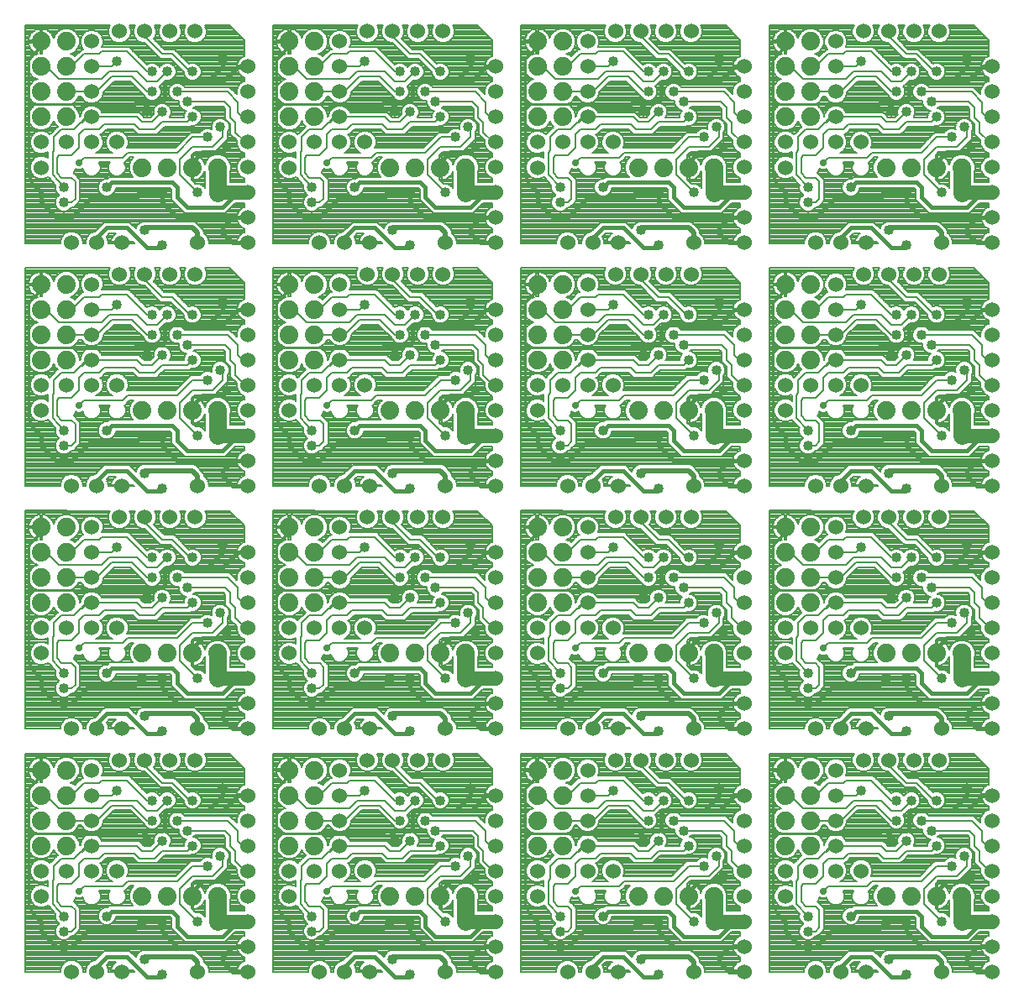
<source format=gbl>
G75*
%MOIN*%
%OFA0B0*%
%FSLAX25Y25*%
%IPPOS*%
%LPD*%
%AMOC8*
5,1,8,0,0,1.08239X$1,22.5*
%
%ADD10C,0.06000*%
%ADD11C,0.07400*%
%ADD12C,0.00800*%
%ADD13C,0.04000*%
%ADD14C,0.01000*%
%ADD15C,0.01600*%
%ADD16C,0.07000*%
%ADD17C,0.05600*%
%ADD18C,0.02800*%
%ADD19C,0.02000*%
D10*
X0024937Y0008969D03*
X0034937Y0008969D03*
X0044937Y0008969D03*
X0074937Y0008969D03*
X0094937Y0008969D03*
X0094937Y0018969D03*
X0094937Y0028969D03*
X0094937Y0038969D03*
X0094937Y0048969D03*
X0094937Y0058969D03*
X0094937Y0068969D03*
X0094937Y0078969D03*
X0073937Y0092969D03*
X0063937Y0092969D03*
X0053937Y0092969D03*
X0043937Y0092969D03*
X0032937Y0088969D03*
X0032937Y0078969D03*
X0032937Y0068969D03*
X0032937Y0058969D03*
X0032937Y0048969D03*
X0042937Y0048969D03*
X0022937Y0048969D03*
X0012937Y0048969D03*
X0012937Y0038937D03*
X0024937Y0105425D03*
X0034937Y0105425D03*
X0044937Y0105425D03*
X0074937Y0105425D03*
X0094937Y0105425D03*
X0094937Y0115425D03*
X0094937Y0125425D03*
X0094937Y0135425D03*
X0094937Y0145425D03*
X0094937Y0155425D03*
X0094937Y0165425D03*
X0094937Y0175425D03*
X0073937Y0189425D03*
X0063937Y0189425D03*
X0053937Y0189425D03*
X0043937Y0189425D03*
X0032937Y0185425D03*
X0032937Y0175425D03*
X0032937Y0165425D03*
X0032937Y0155425D03*
X0032937Y0145425D03*
X0042937Y0145425D03*
X0022937Y0145425D03*
X0012937Y0145425D03*
X0012937Y0135394D03*
X0024937Y0201882D03*
X0034937Y0201882D03*
X0044937Y0201882D03*
X0074937Y0201882D03*
X0094937Y0201882D03*
X0094937Y0211882D03*
X0094937Y0221882D03*
X0094937Y0231882D03*
X0094937Y0241882D03*
X0094937Y0251882D03*
X0094937Y0261882D03*
X0094937Y0271882D03*
X0073937Y0285882D03*
X0063937Y0285882D03*
X0053937Y0285882D03*
X0043937Y0285882D03*
X0032937Y0281882D03*
X0032937Y0271882D03*
X0032937Y0261882D03*
X0032937Y0251882D03*
X0032937Y0241882D03*
X0042937Y0241882D03*
X0022937Y0241882D03*
X0012937Y0241882D03*
X0012937Y0231850D03*
X0024937Y0298339D03*
X0034937Y0298339D03*
X0044937Y0298339D03*
X0074937Y0298339D03*
X0094937Y0298339D03*
X0094937Y0308339D03*
X0094937Y0318339D03*
X0094937Y0328339D03*
X0094937Y0338339D03*
X0094937Y0348339D03*
X0094937Y0358339D03*
X0094937Y0368339D03*
X0073937Y0382339D03*
X0063937Y0382339D03*
X0053937Y0382339D03*
X0043937Y0382339D03*
X0032937Y0378339D03*
X0032937Y0368339D03*
X0032937Y0358339D03*
X0032937Y0348339D03*
X0032937Y0338339D03*
X0042937Y0338339D03*
X0022937Y0338339D03*
X0012937Y0338339D03*
X0012937Y0328307D03*
X0111362Y0328307D03*
X0111362Y0338339D03*
X0121362Y0338339D03*
X0131362Y0338339D03*
X0131362Y0348339D03*
X0131362Y0358339D03*
X0131362Y0368339D03*
X0131362Y0378339D03*
X0142362Y0382339D03*
X0152362Y0382339D03*
X0162362Y0382339D03*
X0172362Y0382339D03*
X0193362Y0368339D03*
X0193362Y0358339D03*
X0193362Y0348339D03*
X0193362Y0338339D03*
X0193362Y0328339D03*
X0193362Y0318339D03*
X0193362Y0308339D03*
X0193362Y0298339D03*
X0173362Y0298339D03*
X0172362Y0285882D03*
X0162362Y0285882D03*
X0152362Y0285882D03*
X0142362Y0285882D03*
X0131362Y0281882D03*
X0131362Y0271882D03*
X0131362Y0261882D03*
X0131362Y0251882D03*
X0131362Y0241882D03*
X0121362Y0241882D03*
X0111362Y0241882D03*
X0111362Y0231850D03*
X0123362Y0201882D03*
X0133362Y0201882D03*
X0143362Y0201882D03*
X0142362Y0189425D03*
X0152362Y0189425D03*
X0162362Y0189425D03*
X0172362Y0189425D03*
X0173362Y0201882D03*
X0193362Y0201882D03*
X0193362Y0211882D03*
X0193362Y0221882D03*
X0193362Y0231882D03*
X0193362Y0241882D03*
X0193362Y0251882D03*
X0193362Y0261882D03*
X0193362Y0271882D03*
X0209787Y0241882D03*
X0219787Y0241882D03*
X0229787Y0241882D03*
X0229787Y0251882D03*
X0239787Y0241882D03*
X0229787Y0261882D03*
X0229787Y0271882D03*
X0229787Y0281882D03*
X0240787Y0285882D03*
X0250787Y0285882D03*
X0260787Y0285882D03*
X0270787Y0285882D03*
X0271787Y0298339D03*
X0291787Y0298339D03*
X0291787Y0308339D03*
X0291787Y0318339D03*
X0291787Y0328339D03*
X0291787Y0338339D03*
X0291787Y0348339D03*
X0291787Y0358339D03*
X0291787Y0368339D03*
X0270787Y0382339D03*
X0260787Y0382339D03*
X0250787Y0382339D03*
X0240787Y0382339D03*
X0229787Y0378339D03*
X0229787Y0368339D03*
X0229787Y0358339D03*
X0229787Y0348339D03*
X0229787Y0338339D03*
X0239787Y0338339D03*
X0219787Y0338339D03*
X0209787Y0338339D03*
X0209787Y0328307D03*
X0221787Y0298339D03*
X0231787Y0298339D03*
X0241787Y0298339D03*
X0291787Y0271882D03*
X0291787Y0261882D03*
X0291787Y0251882D03*
X0291787Y0241882D03*
X0291787Y0231882D03*
X0291787Y0221882D03*
X0291787Y0211882D03*
X0291787Y0201882D03*
X0271787Y0201882D03*
X0270787Y0189425D03*
X0260787Y0189425D03*
X0250787Y0189425D03*
X0240787Y0189425D03*
X0229787Y0185425D03*
X0229787Y0175425D03*
X0229787Y0165425D03*
X0229787Y0155425D03*
X0229787Y0145425D03*
X0239787Y0145425D03*
X0219787Y0145425D03*
X0209787Y0145425D03*
X0209787Y0135394D03*
X0193362Y0135425D03*
X0193362Y0125425D03*
X0193362Y0115425D03*
X0193362Y0105425D03*
X0173362Y0105425D03*
X0172362Y0092969D03*
X0162362Y0092969D03*
X0152362Y0092969D03*
X0142362Y0092969D03*
X0131362Y0088969D03*
X0131362Y0078969D03*
X0131362Y0068969D03*
X0131362Y0058969D03*
X0131362Y0048969D03*
X0121362Y0048969D03*
X0111362Y0048969D03*
X0111362Y0038937D03*
X0123362Y0008969D03*
X0133362Y0008969D03*
X0143362Y0008969D03*
X0173362Y0008969D03*
X0193362Y0008969D03*
X0193362Y0018969D03*
X0193362Y0028969D03*
X0193362Y0038969D03*
X0193362Y0048969D03*
X0193362Y0058969D03*
X0193362Y0068969D03*
X0193362Y0078969D03*
X0209787Y0048969D03*
X0219787Y0048969D03*
X0229787Y0048969D03*
X0229787Y0058969D03*
X0239787Y0048969D03*
X0229787Y0068969D03*
X0229787Y0078969D03*
X0229787Y0088969D03*
X0240787Y0092969D03*
X0250787Y0092969D03*
X0260787Y0092969D03*
X0270787Y0092969D03*
X0271787Y0105425D03*
X0291787Y0105425D03*
X0291787Y0115425D03*
X0291787Y0125425D03*
X0291787Y0135425D03*
X0291787Y0145425D03*
X0291787Y0155425D03*
X0291787Y0165425D03*
X0291787Y0175425D03*
X0308213Y0145425D03*
X0318213Y0145425D03*
X0328213Y0145425D03*
X0338213Y0145425D03*
X0328213Y0155425D03*
X0328213Y0165425D03*
X0328213Y0175425D03*
X0328213Y0185425D03*
X0339213Y0189425D03*
X0349213Y0189425D03*
X0359213Y0189425D03*
X0369213Y0189425D03*
X0370213Y0201882D03*
X0390213Y0201882D03*
X0390213Y0211882D03*
X0390213Y0221882D03*
X0390213Y0231882D03*
X0390213Y0241882D03*
X0390213Y0251882D03*
X0390213Y0261882D03*
X0390213Y0271882D03*
X0369213Y0285882D03*
X0359213Y0285882D03*
X0349213Y0285882D03*
X0339213Y0285882D03*
X0328213Y0281882D03*
X0328213Y0271882D03*
X0328213Y0261882D03*
X0328213Y0251882D03*
X0328213Y0241882D03*
X0338213Y0241882D03*
X0318213Y0241882D03*
X0308213Y0241882D03*
X0308213Y0231850D03*
X0320213Y0201882D03*
X0330213Y0201882D03*
X0340213Y0201882D03*
X0390213Y0175425D03*
X0390213Y0165425D03*
X0390213Y0155425D03*
X0390213Y0145425D03*
X0390213Y0135425D03*
X0390213Y0125425D03*
X0390213Y0115425D03*
X0390213Y0105425D03*
X0370213Y0105425D03*
X0369213Y0092969D03*
X0359213Y0092969D03*
X0349213Y0092969D03*
X0339213Y0092969D03*
X0328213Y0088969D03*
X0328213Y0078969D03*
X0328213Y0068969D03*
X0328213Y0058969D03*
X0328213Y0048969D03*
X0338213Y0048969D03*
X0318213Y0048969D03*
X0308213Y0048969D03*
X0308213Y0038937D03*
X0291787Y0038969D03*
X0291787Y0028969D03*
X0291787Y0018969D03*
X0291787Y0008969D03*
X0271787Y0008969D03*
X0241787Y0008969D03*
X0231787Y0008969D03*
X0221787Y0008969D03*
X0209787Y0038937D03*
X0221787Y0105425D03*
X0231787Y0105425D03*
X0241787Y0105425D03*
X0291787Y0078969D03*
X0291787Y0068969D03*
X0291787Y0058969D03*
X0291787Y0048969D03*
X0320213Y0008969D03*
X0330213Y0008969D03*
X0340213Y0008969D03*
X0370213Y0008969D03*
X0390213Y0008969D03*
X0390213Y0018969D03*
X0390213Y0028969D03*
X0390213Y0038969D03*
X0390213Y0048969D03*
X0390213Y0058969D03*
X0390213Y0068969D03*
X0390213Y0078969D03*
X0340213Y0105425D03*
X0330213Y0105425D03*
X0320213Y0105425D03*
X0308213Y0135394D03*
X0241787Y0201882D03*
X0231787Y0201882D03*
X0221787Y0201882D03*
X0209787Y0231850D03*
X0193362Y0175425D03*
X0193362Y0165425D03*
X0193362Y0155425D03*
X0193362Y0145425D03*
X0141362Y0145425D03*
X0131362Y0145425D03*
X0121362Y0145425D03*
X0131362Y0155425D03*
X0131362Y0165425D03*
X0131362Y0175425D03*
X0131362Y0185425D03*
X0111362Y0145425D03*
X0111362Y0135394D03*
X0123362Y0105425D03*
X0133362Y0105425D03*
X0143362Y0105425D03*
X0141362Y0048969D03*
X0141362Y0241882D03*
X0143362Y0298339D03*
X0133362Y0298339D03*
X0123362Y0298339D03*
X0141362Y0338339D03*
X0308213Y0338339D03*
X0318213Y0338339D03*
X0308213Y0328307D03*
X0328213Y0338339D03*
X0338213Y0338339D03*
X0328213Y0348339D03*
X0328213Y0358339D03*
X0328213Y0368339D03*
X0328213Y0378339D03*
X0339213Y0382339D03*
X0349213Y0382339D03*
X0359213Y0382339D03*
X0369213Y0382339D03*
X0390213Y0368339D03*
X0390213Y0358339D03*
X0390213Y0348339D03*
X0390213Y0338339D03*
X0390213Y0328339D03*
X0390213Y0318339D03*
X0390213Y0308339D03*
X0390213Y0298339D03*
X0370213Y0298339D03*
X0340213Y0298339D03*
X0330213Y0298339D03*
X0320213Y0298339D03*
D11*
X0318213Y0281882D03*
X0308213Y0281882D03*
X0308213Y0271882D03*
X0318213Y0271882D03*
X0318213Y0261882D03*
X0308213Y0261882D03*
X0308213Y0251882D03*
X0318213Y0251882D03*
X0348213Y0231850D03*
X0358213Y0231850D03*
X0368213Y0231850D03*
X0378213Y0231850D03*
X0318213Y0185425D03*
X0308213Y0185425D03*
X0308213Y0175425D03*
X0318213Y0175425D03*
X0318213Y0165425D03*
X0308213Y0165425D03*
X0308213Y0155425D03*
X0318213Y0155425D03*
X0348213Y0135394D03*
X0358213Y0135394D03*
X0368213Y0135394D03*
X0378213Y0135394D03*
X0318213Y0088969D03*
X0308213Y0088969D03*
X0308213Y0078969D03*
X0318213Y0078969D03*
X0318213Y0068969D03*
X0308213Y0068969D03*
X0308213Y0058969D03*
X0318213Y0058969D03*
X0348213Y0038937D03*
X0358213Y0038937D03*
X0368213Y0038937D03*
X0378213Y0038937D03*
X0279787Y0038937D03*
X0269787Y0038937D03*
X0259787Y0038937D03*
X0249787Y0038937D03*
X0219787Y0058969D03*
X0209787Y0058969D03*
X0209787Y0068969D03*
X0209787Y0078969D03*
X0219787Y0078969D03*
X0219787Y0068969D03*
X0219787Y0088969D03*
X0209787Y0088969D03*
X0181362Y0135394D03*
X0171362Y0135394D03*
X0161362Y0135394D03*
X0151362Y0135394D03*
X0121362Y0155425D03*
X0111362Y0155425D03*
X0111362Y0165425D03*
X0111362Y0175425D03*
X0111362Y0185425D03*
X0121362Y0185425D03*
X0121362Y0175425D03*
X0121362Y0165425D03*
X0082937Y0135394D03*
X0072937Y0135394D03*
X0062937Y0135394D03*
X0052937Y0135394D03*
X0022937Y0155425D03*
X0012937Y0155425D03*
X0012937Y0165425D03*
X0022937Y0165425D03*
X0022937Y0175425D03*
X0012937Y0175425D03*
X0012937Y0185425D03*
X0022937Y0185425D03*
X0052937Y0231850D03*
X0062937Y0231850D03*
X0072937Y0231850D03*
X0082937Y0231850D03*
X0111362Y0251882D03*
X0111362Y0261882D03*
X0111362Y0271882D03*
X0111362Y0281882D03*
X0121362Y0281882D03*
X0121362Y0271882D03*
X0121362Y0261882D03*
X0121362Y0251882D03*
X0151362Y0231850D03*
X0161362Y0231850D03*
X0171362Y0231850D03*
X0181362Y0231850D03*
X0209787Y0251882D03*
X0219787Y0251882D03*
X0219787Y0261882D03*
X0209787Y0261882D03*
X0209787Y0271882D03*
X0219787Y0271882D03*
X0219787Y0281882D03*
X0209787Y0281882D03*
X0181362Y0328307D03*
X0171362Y0328307D03*
X0161362Y0328307D03*
X0151362Y0328307D03*
X0121362Y0348339D03*
X0121362Y0358339D03*
X0121362Y0368339D03*
X0121362Y0378339D03*
X0111362Y0378339D03*
X0111362Y0368339D03*
X0111362Y0358339D03*
X0111362Y0348339D03*
X0082937Y0328307D03*
X0072937Y0328307D03*
X0062937Y0328307D03*
X0052937Y0328307D03*
X0022937Y0348339D03*
X0022937Y0358339D03*
X0012937Y0358339D03*
X0012937Y0348339D03*
X0012937Y0368339D03*
X0012937Y0378339D03*
X0022937Y0378339D03*
X0022937Y0368339D03*
X0022937Y0281882D03*
X0012937Y0281882D03*
X0012937Y0271882D03*
X0022937Y0271882D03*
X0022937Y0261882D03*
X0012937Y0261882D03*
X0012937Y0251882D03*
X0022937Y0251882D03*
X0022937Y0088969D03*
X0012937Y0088969D03*
X0012937Y0078969D03*
X0022937Y0078969D03*
X0022937Y0068969D03*
X0012937Y0068969D03*
X0012937Y0058969D03*
X0022937Y0058969D03*
X0052937Y0038937D03*
X0062937Y0038937D03*
X0072937Y0038937D03*
X0082937Y0038937D03*
X0111362Y0058969D03*
X0111362Y0068969D03*
X0111362Y0078969D03*
X0111362Y0088969D03*
X0121362Y0088969D03*
X0121362Y0078969D03*
X0121362Y0068969D03*
X0121362Y0058969D03*
X0151362Y0038937D03*
X0161362Y0038937D03*
X0171362Y0038937D03*
X0181362Y0038937D03*
X0249787Y0135394D03*
X0259787Y0135394D03*
X0269787Y0135394D03*
X0279787Y0135394D03*
X0219787Y0155425D03*
X0209787Y0155425D03*
X0209787Y0165425D03*
X0209787Y0175425D03*
X0219787Y0175425D03*
X0219787Y0165425D03*
X0219787Y0185425D03*
X0209787Y0185425D03*
X0249787Y0231850D03*
X0259787Y0231850D03*
X0269787Y0231850D03*
X0279787Y0231850D03*
X0279787Y0328307D03*
X0269787Y0328307D03*
X0259787Y0328307D03*
X0249787Y0328307D03*
X0219787Y0348339D03*
X0219787Y0358339D03*
X0209787Y0358339D03*
X0209787Y0348339D03*
X0209787Y0368339D03*
X0209787Y0378339D03*
X0219787Y0378339D03*
X0219787Y0368339D03*
X0308213Y0368339D03*
X0308213Y0378339D03*
X0318213Y0378339D03*
X0318213Y0368339D03*
X0318213Y0358339D03*
X0308213Y0358339D03*
X0308213Y0348339D03*
X0318213Y0348339D03*
X0348213Y0328307D03*
X0358213Y0328307D03*
X0368213Y0328307D03*
X0378213Y0328307D03*
D12*
X0006634Y0095551D02*
X0006634Y0008874D01*
X0020437Y0008874D01*
X0020437Y0009864D01*
X0021122Y0011518D01*
X0022388Y0012783D01*
X0024042Y0013468D01*
X0025832Y0013468D01*
X0027486Y0012783D01*
X0028752Y0011518D01*
X0029437Y0009864D01*
X0029437Y0008874D01*
X0030437Y0008874D01*
X0030437Y0009864D01*
X0031122Y0011518D01*
X0032388Y0012783D01*
X0034042Y0013468D01*
X0034184Y0013468D01*
X0037984Y0017268D01*
X0047890Y0017268D01*
X0050454Y0014705D01*
X0050970Y0015951D01*
X0051954Y0016936D01*
X0053241Y0017468D01*
X0073434Y0017468D01*
X0074353Y0017088D01*
X0077056Y0014385D01*
X0077437Y0013466D01*
X0077437Y0012804D01*
X0077486Y0012783D01*
X0078752Y0011518D01*
X0079437Y0009864D01*
X0079437Y0008874D01*
X0093520Y0008874D01*
X0093520Y0009368D01*
X0090546Y0009368D01*
X0090645Y0009999D01*
X0090859Y0010658D01*
X0091174Y0011275D01*
X0091581Y0011835D01*
X0092071Y0012325D01*
X0092631Y0012732D01*
X0093248Y0013046D01*
X0093520Y0013134D01*
X0093520Y0014803D01*
X0093248Y0014891D01*
X0092631Y0015205D01*
X0092071Y0015612D01*
X0091581Y0016102D01*
X0091174Y0016662D01*
X0090859Y0017279D01*
X0090645Y0017938D01*
X0090546Y0018569D01*
X0093520Y0018569D01*
X0093520Y0019368D01*
X0090546Y0019368D01*
X0090645Y0019999D01*
X0090859Y0020658D01*
X0091174Y0021275D01*
X0091581Y0021835D01*
X0092071Y0022325D01*
X0092631Y0022732D01*
X0093248Y0023046D01*
X0093520Y0023134D01*
X0093520Y0024669D01*
X0089890Y0024669D01*
X0087237Y0022016D01*
X0085890Y0020669D01*
X0069984Y0020669D01*
X0065984Y0024669D01*
X0064637Y0026016D01*
X0064637Y0030016D01*
X0063984Y0030669D01*
X0042437Y0030669D01*
X0042437Y0030272D01*
X0041904Y0028986D01*
X0040920Y0028001D01*
X0039633Y0027469D01*
X0038241Y0027469D01*
X0036954Y0028001D01*
X0035970Y0028986D01*
X0035437Y0030272D01*
X0035437Y0031665D01*
X0035970Y0032951D01*
X0036954Y0033936D01*
X0038241Y0034468D01*
X0039184Y0034468D01*
X0039984Y0035268D01*
X0049252Y0035268D01*
X0048529Y0035991D01*
X0047737Y0037903D01*
X0047737Y0039971D01*
X0048529Y0041883D01*
X0049683Y0043037D01*
X0048124Y0043037D01*
X0047237Y0042150D01*
X0046124Y0041037D01*
X0045787Y0041037D01*
X0045904Y0040920D01*
X0046437Y0039633D01*
X0046437Y0038241D01*
X0045904Y0036954D01*
X0044920Y0035970D01*
X0043633Y0035437D01*
X0042241Y0035437D01*
X0040954Y0035970D01*
X0039970Y0036954D01*
X0039437Y0038241D01*
X0039437Y0039633D01*
X0039970Y0040920D01*
X0040087Y0041037D01*
X0035787Y0041037D01*
X0035904Y0040920D01*
X0036437Y0039633D01*
X0036437Y0038241D01*
X0035904Y0036954D01*
X0034920Y0035970D01*
X0033633Y0035437D01*
X0032241Y0035437D01*
X0030954Y0035970D01*
X0029970Y0036954D01*
X0029437Y0038241D01*
X0029437Y0038419D01*
X0028514Y0038037D01*
X0027360Y0038037D01*
X0026437Y0038419D01*
X0026437Y0038241D01*
X0025904Y0036954D01*
X0025771Y0036821D01*
X0027224Y0035368D01*
X0027224Y0035368D01*
X0028337Y0034255D01*
X0028337Y0025681D01*
X0027224Y0024569D01*
X0027224Y0024569D01*
X0026837Y0024181D01*
X0025724Y0023069D01*
X0024938Y0023069D01*
X0024904Y0022986D01*
X0023920Y0022001D01*
X0022633Y0021469D01*
X0021241Y0021469D01*
X0019954Y0022001D01*
X0018970Y0022986D01*
X0018437Y0024272D01*
X0018437Y0025665D01*
X0018970Y0026951D01*
X0019954Y0027936D01*
X0020034Y0027968D01*
X0019954Y0028001D01*
X0018970Y0028986D01*
X0018437Y0030272D01*
X0018437Y0031665D01*
X0018537Y0031906D01*
X0016058Y0034660D01*
X0015541Y0035177D01*
X0015486Y0035122D01*
X0013832Y0034437D01*
X0012042Y0034437D01*
X0010388Y0035122D01*
X0009122Y0036388D01*
X0008437Y0038042D01*
X0008437Y0039832D01*
X0009122Y0041486D01*
X0010388Y0042752D01*
X0012042Y0043437D01*
X0013832Y0043437D01*
X0015486Y0042752D01*
X0015537Y0042701D01*
X0015537Y0044629D01*
X0015386Y0045083D01*
X0015404Y0045120D01*
X0013832Y0044469D01*
X0012042Y0044469D01*
X0010388Y0045154D01*
X0009122Y0046419D01*
X0008437Y0048073D01*
X0008437Y0049864D01*
X0009122Y0051518D01*
X0010388Y0052783D01*
X0012042Y0053468D01*
X0013832Y0053468D01*
X0015486Y0052783D01*
X0016275Y0051994D01*
X0017150Y0052868D01*
X0019037Y0054755D01*
X0019417Y0055135D01*
X0018529Y0056023D01*
X0017937Y0057451D01*
X0017345Y0056023D01*
X0015883Y0054560D01*
X0013971Y0053769D01*
X0011903Y0053769D01*
X0009991Y0054560D01*
X0008529Y0056023D01*
X0007737Y0057934D01*
X0007737Y0060003D01*
X0008529Y0061914D01*
X0009991Y0063377D01*
X0011420Y0063969D01*
X0009991Y0064560D01*
X0008529Y0066023D01*
X0007737Y0067934D01*
X0007737Y0070003D01*
X0008529Y0071914D01*
X0009991Y0073377D01*
X0011420Y0073969D01*
X0009991Y0074560D01*
X0008529Y0076023D01*
X0007737Y0077934D01*
X0007737Y0080003D01*
X0008529Y0081914D01*
X0009991Y0083377D01*
X0011596Y0084042D01*
X0010979Y0084242D01*
X0010264Y0084607D01*
X0009615Y0085078D01*
X0009047Y0085646D01*
X0008575Y0086296D01*
X0008211Y0087011D01*
X0007963Y0087774D01*
X0007837Y0088567D01*
X0007837Y0088569D01*
X0012537Y0088569D01*
X0012537Y0089368D01*
X0007837Y0089368D01*
X0007837Y0089370D01*
X0007963Y0090163D01*
X0008211Y0090926D01*
X0008575Y0091641D01*
X0009047Y0092291D01*
X0009615Y0092859D01*
X0010264Y0093330D01*
X0010979Y0093695D01*
X0011743Y0093943D01*
X0012536Y0094068D01*
X0012537Y0094068D01*
X0012537Y0089369D01*
X0013337Y0089369D01*
X0013337Y0094068D01*
X0013338Y0094068D01*
X0014131Y0093943D01*
X0014895Y0093695D01*
X0015610Y0093330D01*
X0016259Y0092859D01*
X0016827Y0092291D01*
X0017299Y0091641D01*
X0017663Y0090926D01*
X0017864Y0090309D01*
X0018529Y0091914D01*
X0019991Y0093377D01*
X0021903Y0094168D01*
X0023971Y0094168D01*
X0025883Y0093377D01*
X0027345Y0091914D01*
X0028137Y0090003D01*
X0028137Y0087934D01*
X0027345Y0086023D01*
X0025883Y0084560D01*
X0024454Y0083969D01*
X0025883Y0083377D01*
X0026270Y0082989D01*
X0029150Y0085868D01*
X0029673Y0085868D01*
X0029122Y0086419D01*
X0028437Y0088073D01*
X0028437Y0089864D01*
X0029122Y0091518D01*
X0030388Y0092783D01*
X0032042Y0093468D01*
X0033832Y0093468D01*
X0035486Y0092783D01*
X0036752Y0091518D01*
X0037437Y0089864D01*
X0037437Y0088073D01*
X0036938Y0086868D01*
X0047724Y0086868D01*
X0048837Y0085755D01*
X0054806Y0079787D01*
X0054954Y0079936D01*
X0056241Y0080468D01*
X0057633Y0080468D01*
X0058920Y0079936D01*
X0059904Y0078951D01*
X0059937Y0078872D01*
X0059970Y0078951D01*
X0060954Y0079936D01*
X0062241Y0080468D01*
X0063633Y0080468D01*
X0064920Y0079936D01*
X0065904Y0078951D01*
X0066437Y0077665D01*
X0066437Y0076272D01*
X0065904Y0074986D01*
X0064920Y0074001D01*
X0063633Y0073469D01*
X0062241Y0073469D01*
X0062158Y0073503D01*
X0060837Y0072181D01*
X0059755Y0071100D01*
X0059904Y0070951D01*
X0060437Y0069665D01*
X0060437Y0068272D01*
X0059904Y0066986D01*
X0058920Y0066001D01*
X0057633Y0065469D01*
X0056241Y0065469D01*
X0054954Y0066001D01*
X0053970Y0066986D01*
X0053784Y0067434D01*
X0048150Y0073069D01*
X0041724Y0073069D01*
X0037437Y0068782D01*
X0037437Y0068073D01*
X0036752Y0066419D01*
X0035486Y0065154D01*
X0033832Y0064469D01*
X0032042Y0064469D01*
X0030388Y0065154D01*
X0029122Y0066419D01*
X0028853Y0067069D01*
X0027778Y0067069D01*
X0027345Y0066023D01*
X0025883Y0064560D01*
X0024454Y0063969D01*
X0025883Y0063377D01*
X0027345Y0061914D01*
X0028137Y0060003D01*
X0028137Y0058997D01*
X0028437Y0059297D01*
X0028437Y0059864D01*
X0029122Y0061518D01*
X0030388Y0062783D01*
X0032042Y0063468D01*
X0033832Y0063468D01*
X0035486Y0062783D01*
X0036752Y0061518D01*
X0037021Y0060868D01*
X0051724Y0060868D01*
X0052837Y0059755D01*
X0053724Y0058868D01*
X0056150Y0058868D01*
X0057471Y0060190D01*
X0057437Y0060272D01*
X0057437Y0061665D01*
X0057970Y0062951D01*
X0058954Y0063936D01*
X0060241Y0064468D01*
X0061633Y0064468D01*
X0062920Y0063936D01*
X0063904Y0062951D01*
X0064437Y0061665D01*
X0064437Y0060272D01*
X0063904Y0058986D01*
X0063787Y0058868D01*
X0069437Y0058868D01*
X0069437Y0059665D01*
X0069970Y0060951D01*
X0070487Y0061469D01*
X0070241Y0061469D01*
X0068954Y0062001D01*
X0067970Y0062986D01*
X0067437Y0064272D01*
X0067437Y0065469D01*
X0066241Y0065469D01*
X0064954Y0066001D01*
X0063970Y0066986D01*
X0063437Y0068272D01*
X0063437Y0069665D01*
X0063970Y0070951D01*
X0064954Y0071936D01*
X0066241Y0072468D01*
X0067633Y0072468D01*
X0068920Y0071936D01*
X0069904Y0070951D01*
X0069938Y0070868D01*
X0087693Y0070868D01*
X0090437Y0068124D01*
X0090437Y0069864D01*
X0091122Y0071518D01*
X0092388Y0072783D01*
X0093520Y0073252D01*
X0093520Y0074803D01*
X0093248Y0074891D01*
X0092631Y0075205D01*
X0092071Y0075612D01*
X0091581Y0076102D01*
X0091174Y0076662D01*
X0090859Y0077279D01*
X0090645Y0077938D01*
X0090546Y0078569D01*
X0093520Y0078569D01*
X0093520Y0079368D01*
X0090546Y0079368D01*
X0090645Y0079999D01*
X0090859Y0080658D01*
X0091174Y0081275D01*
X0091581Y0081835D01*
X0092071Y0082325D01*
X0092631Y0082732D01*
X0093248Y0083046D01*
X0093520Y0083134D01*
X0093520Y0089583D01*
X0087614Y0095488D01*
X0077761Y0095496D01*
X0078437Y0093864D01*
X0078437Y0092073D01*
X0077752Y0090419D01*
X0076486Y0089154D01*
X0074832Y0088469D01*
X0073042Y0088469D01*
X0071388Y0089154D01*
X0070122Y0090419D01*
X0069437Y0092073D01*
X0069437Y0093864D01*
X0070116Y0095502D01*
X0067758Y0095504D01*
X0068437Y0093864D01*
X0068437Y0092073D01*
X0067752Y0090419D01*
X0066486Y0089154D01*
X0064832Y0088469D01*
X0063042Y0088469D01*
X0061388Y0089154D01*
X0060122Y0090419D01*
X0059437Y0092073D01*
X0059437Y0093864D01*
X0060119Y0095510D01*
X0057754Y0095511D01*
X0058437Y0093864D01*
X0058437Y0092073D01*
X0057752Y0090419D01*
X0057462Y0090130D01*
X0061724Y0085868D01*
X0065724Y0085868D01*
X0071451Y0080141D01*
X0072241Y0080468D01*
X0073633Y0080468D01*
X0074920Y0079936D01*
X0075904Y0078951D01*
X0076437Y0077665D01*
X0076437Y0076272D01*
X0075904Y0074986D01*
X0074920Y0074001D01*
X0073633Y0073469D01*
X0072241Y0073469D01*
X0070954Y0074001D01*
X0069970Y0074986D01*
X0069437Y0076272D01*
X0069437Y0076781D01*
X0064150Y0082069D01*
X0061724Y0082069D01*
X0060150Y0082069D01*
X0053750Y0088469D01*
X0053042Y0088469D01*
X0051388Y0089154D01*
X0050122Y0090419D01*
X0049437Y0092073D01*
X0049437Y0093864D01*
X0050122Y0095517D01*
X0047750Y0095519D01*
X0047752Y0095518D01*
X0048437Y0093864D01*
X0048437Y0092073D01*
X0047752Y0090419D01*
X0046486Y0089154D01*
X0044832Y0088469D01*
X0043042Y0088469D01*
X0041388Y0089154D01*
X0040122Y0090419D01*
X0039437Y0092073D01*
X0039437Y0093864D01*
X0040122Y0095518D01*
X0040130Y0095525D01*
X0006634Y0095551D01*
X0006634Y0095169D02*
X0039978Y0095169D01*
X0039647Y0094370D02*
X0006634Y0094370D01*
X0006634Y0093572D02*
X0010738Y0093572D01*
X0009529Y0092773D02*
X0006634Y0092773D01*
X0006634Y0091975D02*
X0008817Y0091975D01*
X0008338Y0091176D02*
X0006634Y0091176D01*
X0006634Y0090378D02*
X0008032Y0090378D01*
X0007870Y0089579D02*
X0006634Y0089579D01*
X0006634Y0088781D02*
X0012537Y0088781D01*
X0012537Y0088568D02*
X0012537Y0084168D01*
X0013337Y0084168D01*
X0013337Y0088568D01*
X0012537Y0088568D01*
X0012537Y0087982D02*
X0013337Y0087982D01*
X0013337Y0087184D02*
X0012537Y0087184D01*
X0012537Y0086385D02*
X0013337Y0086385D01*
X0013337Y0085587D02*
X0012537Y0085587D01*
X0012537Y0084788D02*
X0013337Y0084788D01*
X0011471Y0083990D02*
X0006634Y0083990D01*
X0006634Y0084788D02*
X0010014Y0084788D01*
X0009106Y0085587D02*
X0006634Y0085587D01*
X0006634Y0086385D02*
X0008529Y0086385D01*
X0008154Y0087184D02*
X0006634Y0087184D01*
X0006634Y0087982D02*
X0007930Y0087982D01*
X0012537Y0089579D02*
X0013337Y0089579D01*
X0013337Y0090378D02*
X0012537Y0090378D01*
X0012537Y0091176D02*
X0013337Y0091176D01*
X0013337Y0091975D02*
X0012537Y0091975D01*
X0012537Y0092773D02*
X0013337Y0092773D01*
X0013337Y0093572D02*
X0012537Y0093572D01*
X0015136Y0093572D02*
X0020462Y0093572D01*
X0019388Y0092773D02*
X0016345Y0092773D01*
X0017057Y0091975D02*
X0018589Y0091975D01*
X0018223Y0091176D02*
X0017536Y0091176D01*
X0017842Y0090378D02*
X0017892Y0090378D01*
X0025412Y0093572D02*
X0039437Y0093572D01*
X0039437Y0092773D02*
X0035496Y0092773D01*
X0036295Y0091975D02*
X0039478Y0091975D01*
X0039809Y0091176D02*
X0036893Y0091176D01*
X0037224Y0090378D02*
X0040164Y0090378D01*
X0040962Y0089579D02*
X0037437Y0089579D01*
X0037437Y0088781D02*
X0042288Y0088781D01*
X0045586Y0088781D02*
X0052288Y0088781D01*
X0050962Y0089579D02*
X0046912Y0089579D01*
X0047710Y0090378D02*
X0050164Y0090378D01*
X0049809Y0091176D02*
X0048065Y0091176D01*
X0048396Y0091975D02*
X0049478Y0091975D01*
X0049437Y0092773D02*
X0048437Y0092773D01*
X0048437Y0093572D02*
X0049437Y0093572D01*
X0049647Y0094370D02*
X0048227Y0094370D01*
X0047896Y0095169D02*
X0049978Y0095169D01*
X0053937Y0092969D02*
X0053937Y0090969D01*
X0060937Y0083969D01*
X0064937Y0083969D01*
X0071937Y0076969D01*
X0072937Y0076969D01*
X0076132Y0078400D02*
X0090572Y0078400D01*
X0090755Y0077602D02*
X0076437Y0077602D01*
X0076437Y0076803D02*
X0091102Y0076803D01*
X0091678Y0076005D02*
X0076326Y0076005D01*
X0075995Y0075206D02*
X0092630Y0075206D01*
X0093520Y0074407D02*
X0075326Y0074407D01*
X0073972Y0073609D02*
X0093520Y0073609D01*
X0092453Y0072810D02*
X0061466Y0072810D01*
X0060667Y0072012D02*
X0065139Y0072012D01*
X0064232Y0071213D02*
X0059869Y0071213D01*
X0060126Y0070415D02*
X0063748Y0070415D01*
X0063437Y0069616D02*
X0060437Y0069616D01*
X0060437Y0068818D02*
X0063437Y0068818D01*
X0063542Y0068019D02*
X0060332Y0068019D01*
X0060001Y0067221D02*
X0063873Y0067221D01*
X0064533Y0066422D02*
X0059341Y0066422D01*
X0058008Y0065624D02*
X0065866Y0065624D01*
X0067437Y0064825D02*
X0034694Y0064825D01*
X0035956Y0065624D02*
X0055866Y0065624D01*
X0054533Y0066422D02*
X0036753Y0066422D01*
X0037084Y0067221D02*
X0053873Y0067221D01*
X0053199Y0068019D02*
X0037415Y0068019D01*
X0037473Y0068818D02*
X0052401Y0068818D01*
X0051602Y0069616D02*
X0038272Y0069616D01*
X0039070Y0070415D02*
X0050804Y0070415D01*
X0050005Y0071213D02*
X0039869Y0071213D01*
X0040667Y0072012D02*
X0049207Y0072012D01*
X0048408Y0072810D02*
X0041466Y0072810D01*
X0040937Y0074969D02*
X0048937Y0074969D01*
X0054937Y0068969D01*
X0056937Y0068969D01*
X0058937Y0072969D02*
X0054937Y0072969D01*
X0050937Y0076969D01*
X0039937Y0076969D01*
X0036937Y0073969D01*
X0019937Y0073969D01*
X0014937Y0078969D01*
X0012937Y0078969D01*
X0009346Y0075206D02*
X0006634Y0075206D01*
X0006634Y0074407D02*
X0010360Y0074407D01*
X0010552Y0073609D02*
X0006634Y0073609D01*
X0006634Y0072810D02*
X0009425Y0072810D01*
X0008627Y0072012D02*
X0006634Y0072012D01*
X0006634Y0071213D02*
X0008238Y0071213D01*
X0007908Y0070415D02*
X0006634Y0070415D01*
X0006634Y0069616D02*
X0007737Y0069616D01*
X0007737Y0068818D02*
X0006634Y0068818D01*
X0006634Y0068019D02*
X0007737Y0068019D01*
X0008032Y0067221D02*
X0006634Y0067221D01*
X0006634Y0066422D02*
X0008363Y0066422D01*
X0008928Y0065624D02*
X0006634Y0065624D01*
X0006634Y0064825D02*
X0009726Y0064825D01*
X0009843Y0063228D02*
X0006634Y0063228D01*
X0006634Y0062430D02*
X0009044Y0062430D01*
X0008412Y0061631D02*
X0006634Y0061631D01*
X0006634Y0060833D02*
X0008081Y0060833D01*
X0007750Y0060034D02*
X0006634Y0060034D01*
X0006634Y0059236D02*
X0007737Y0059236D01*
X0007737Y0058437D02*
X0006634Y0058437D01*
X0006634Y0057639D02*
X0007859Y0057639D01*
X0008190Y0056840D02*
X0006634Y0056840D01*
X0006634Y0056042D02*
X0008521Y0056042D01*
X0009308Y0055243D02*
X0006634Y0055243D01*
X0006634Y0054445D02*
X0010270Y0054445D01*
X0010543Y0052848D02*
X0006634Y0052848D01*
X0006634Y0053646D02*
X0017928Y0053646D01*
X0018726Y0054445D02*
X0015604Y0054445D01*
X0016566Y0055243D02*
X0019308Y0055243D01*
X0018521Y0056042D02*
X0017353Y0056042D01*
X0017684Y0056840D02*
X0018190Y0056840D01*
X0020937Y0053969D02*
X0025937Y0053969D01*
X0028937Y0056969D01*
X0028376Y0059236D02*
X0028137Y0059236D01*
X0028124Y0060034D02*
X0028508Y0060034D01*
X0028838Y0060833D02*
X0027793Y0060833D01*
X0027462Y0061631D02*
X0029236Y0061631D01*
X0030034Y0062430D02*
X0026830Y0062430D01*
X0026031Y0063228D02*
X0031462Y0063228D01*
X0031180Y0064825D02*
X0026148Y0064825D01*
X0026946Y0065624D02*
X0029918Y0065624D01*
X0029121Y0066422D02*
X0027511Y0066422D01*
X0024595Y0064027D02*
X0059175Y0064027D01*
X0058247Y0063228D02*
X0034412Y0063228D01*
X0035840Y0062430D02*
X0057754Y0062430D01*
X0057437Y0061631D02*
X0036638Y0061631D01*
X0032937Y0058969D02*
X0050937Y0058969D01*
X0052937Y0056969D01*
X0056937Y0056969D01*
X0060937Y0060969D01*
X0064120Y0062430D02*
X0068526Y0062430D01*
X0067869Y0063228D02*
X0063627Y0063228D01*
X0062699Y0064027D02*
X0067539Y0064027D01*
X0069848Y0061631D02*
X0064437Y0061631D01*
X0064437Y0060833D02*
X0069921Y0060833D01*
X0069590Y0060034D02*
X0064338Y0060034D01*
X0064008Y0059236D02*
X0069437Y0059236D01*
X0070937Y0056969D02*
X0060937Y0056969D01*
X0057937Y0053969D01*
X0051937Y0053969D01*
X0049937Y0055969D01*
X0037937Y0055969D01*
X0035937Y0053969D01*
X0029937Y0053969D01*
X0027937Y0051969D01*
X0027937Y0046937D01*
X0024937Y0043937D01*
X0019937Y0043937D01*
X0019237Y0042937D01*
X0019237Y0036937D01*
X0020937Y0034937D01*
X0024969Y0034937D01*
X0026437Y0033469D01*
X0026437Y0026469D01*
X0024937Y0024969D01*
X0021937Y0024969D01*
X0019452Y0022504D02*
X0006634Y0022504D01*
X0006634Y0021706D02*
X0020668Y0021706D01*
X0018839Y0023303D02*
X0006634Y0023303D01*
X0006634Y0024101D02*
X0018508Y0024101D01*
X0018437Y0024900D02*
X0006634Y0024900D01*
X0006634Y0025698D02*
X0018451Y0025698D01*
X0018782Y0026497D02*
X0006634Y0026497D01*
X0006634Y0027295D02*
X0019314Y0027295D01*
X0019862Y0028094D02*
X0006634Y0028094D01*
X0006634Y0028892D02*
X0019063Y0028892D01*
X0018678Y0029691D02*
X0006634Y0029691D01*
X0006634Y0030489D02*
X0018437Y0030489D01*
X0018437Y0031288D02*
X0006634Y0031288D01*
X0006634Y0032086D02*
X0018375Y0032086D01*
X0017656Y0032885D02*
X0006634Y0032885D01*
X0006634Y0033683D02*
X0016937Y0033683D01*
X0016219Y0034482D02*
X0013941Y0034482D01*
X0011933Y0034482D02*
X0006634Y0034482D01*
X0006634Y0035280D02*
X0010230Y0035280D01*
X0009431Y0036079D02*
X0006634Y0036079D01*
X0006634Y0036877D02*
X0008919Y0036877D01*
X0008589Y0037676D02*
X0006634Y0037676D01*
X0006634Y0038474D02*
X0008437Y0038474D01*
X0008437Y0039273D02*
X0006634Y0039273D01*
X0006634Y0040072D02*
X0008536Y0040072D01*
X0008867Y0040870D02*
X0006634Y0040870D01*
X0006634Y0041669D02*
X0009305Y0041669D01*
X0010103Y0042467D02*
X0006634Y0042467D01*
X0006634Y0043266D02*
X0011628Y0043266D01*
X0011091Y0044863D02*
X0006634Y0044863D01*
X0006634Y0045661D02*
X0009880Y0045661D01*
X0009105Y0046460D02*
X0006634Y0046460D01*
X0006634Y0047258D02*
X0008775Y0047258D01*
X0008444Y0048057D02*
X0006634Y0048057D01*
X0006634Y0048855D02*
X0008437Y0048855D01*
X0008437Y0049654D02*
X0006634Y0049654D01*
X0006634Y0050452D02*
X0008681Y0050452D01*
X0009012Y0051251D02*
X0006634Y0051251D01*
X0006634Y0052049D02*
X0009654Y0052049D01*
X0015331Y0052848D02*
X0017129Y0052848D01*
X0016331Y0052049D02*
X0016220Y0052049D01*
X0017937Y0050969D02*
X0017937Y0045937D01*
X0017437Y0044937D01*
X0017437Y0035969D01*
X0021937Y0030969D01*
X0027312Y0035280D02*
X0049240Y0035280D01*
X0048492Y0036079D02*
X0045029Y0036079D01*
X0045827Y0036877D02*
X0048162Y0036877D01*
X0047831Y0037676D02*
X0046203Y0037676D01*
X0046437Y0038474D02*
X0047737Y0038474D01*
X0047737Y0039273D02*
X0046437Y0039273D01*
X0046255Y0040072D02*
X0047779Y0040072D01*
X0048109Y0040870D02*
X0045925Y0040870D01*
X0046756Y0041669D02*
X0048440Y0041669D01*
X0049113Y0042467D02*
X0047554Y0042467D01*
X0045337Y0042937D02*
X0029937Y0042937D01*
X0027937Y0040937D01*
X0026203Y0037676D02*
X0029671Y0037676D01*
X0030047Y0036877D02*
X0025827Y0036877D01*
X0026514Y0036079D02*
X0030845Y0036079D01*
X0028111Y0034482D02*
X0039198Y0034482D01*
X0040845Y0036079D02*
X0035029Y0036079D01*
X0035827Y0036877D02*
X0040047Y0036877D01*
X0039671Y0037676D02*
X0036203Y0037676D01*
X0036437Y0038474D02*
X0039437Y0038474D01*
X0039437Y0039273D02*
X0036437Y0039273D01*
X0036255Y0040072D02*
X0039619Y0040072D01*
X0039949Y0040870D02*
X0035925Y0040870D01*
X0034722Y0044837D02*
X0035486Y0045154D01*
X0036752Y0046419D01*
X0037437Y0048073D01*
X0037437Y0049864D01*
X0036752Y0051518D01*
X0036201Y0052069D01*
X0036724Y0052069D01*
X0037837Y0053181D01*
X0038724Y0054069D01*
X0049150Y0054069D01*
X0051150Y0052069D01*
X0058724Y0052069D01*
X0059837Y0053181D01*
X0061724Y0055069D01*
X0071724Y0055069D01*
X0072158Y0055503D01*
X0072241Y0055469D01*
X0073633Y0055469D01*
X0074920Y0056001D01*
X0075904Y0056986D01*
X0076437Y0058272D01*
X0076437Y0059665D01*
X0075904Y0060951D01*
X0074920Y0061936D01*
X0073633Y0062468D01*
X0073387Y0062468D01*
X0073904Y0062986D01*
X0073938Y0063069D01*
X0085119Y0063069D01*
X0086037Y0062150D01*
X0086037Y0058150D01*
X0088037Y0056150D01*
X0088037Y0052150D01*
X0090437Y0049750D01*
X0090437Y0048073D01*
X0091122Y0046419D01*
X0092388Y0045154D01*
X0093520Y0044685D01*
X0093520Y0043252D01*
X0092388Y0042783D01*
X0091122Y0041518D01*
X0090437Y0039864D01*
X0090437Y0038073D01*
X0091122Y0036419D01*
X0092388Y0035154D01*
X0093520Y0034685D01*
X0093520Y0033268D01*
X0087937Y0033268D01*
X0087937Y0037420D01*
X0088137Y0037903D01*
X0088137Y0039971D01*
X0087345Y0041883D01*
X0085883Y0043345D01*
X0083971Y0044137D01*
X0081903Y0044137D01*
X0079991Y0043345D01*
X0078529Y0041883D01*
X0077864Y0040278D01*
X0077663Y0040895D01*
X0077299Y0041610D01*
X0076827Y0042259D01*
X0076259Y0042827D01*
X0075610Y0043299D01*
X0074895Y0043663D01*
X0074131Y0043911D01*
X0073338Y0044037D01*
X0073337Y0044037D01*
X0073337Y0039337D01*
X0072537Y0039337D01*
X0072537Y0043882D01*
X0073724Y0045069D01*
X0081724Y0045069D01*
X0082837Y0046181D01*
X0086837Y0050181D01*
X0086837Y0052919D01*
X0086904Y0052986D01*
X0087437Y0054272D01*
X0087437Y0055665D01*
X0086904Y0056951D01*
X0085920Y0057936D01*
X0084633Y0058468D01*
X0083241Y0058468D01*
X0081954Y0057936D01*
X0080970Y0056951D01*
X0080437Y0055665D01*
X0080437Y0054272D01*
X0080505Y0054107D01*
X0079633Y0054468D01*
X0078241Y0054468D01*
X0076954Y0053936D01*
X0075970Y0052951D01*
X0075936Y0052868D01*
X0072181Y0052868D01*
X0071069Y0051755D01*
X0066150Y0046837D01*
X0046925Y0046837D01*
X0047437Y0048073D01*
X0047437Y0049864D01*
X0046752Y0051518D01*
X0045486Y0052783D01*
X0043832Y0053468D01*
X0042042Y0053468D01*
X0040388Y0052783D01*
X0039122Y0051518D01*
X0038437Y0049864D01*
X0038437Y0048073D01*
X0039122Y0046419D01*
X0040388Y0045154D01*
X0041152Y0044837D01*
X0034722Y0044837D01*
X0034783Y0044863D02*
X0041091Y0044863D01*
X0039880Y0045661D02*
X0035994Y0045661D01*
X0036769Y0046460D02*
X0039105Y0046460D01*
X0038775Y0047258D02*
X0037099Y0047258D01*
X0037430Y0048057D02*
X0038444Y0048057D01*
X0038437Y0048855D02*
X0037437Y0048855D01*
X0037437Y0049654D02*
X0038437Y0049654D01*
X0038681Y0050452D02*
X0037193Y0050452D01*
X0036862Y0051251D02*
X0039012Y0051251D01*
X0039654Y0052049D02*
X0036220Y0052049D01*
X0037503Y0052848D02*
X0040543Y0052848D01*
X0038302Y0053646D02*
X0049572Y0053646D01*
X0050371Y0052848D02*
X0045331Y0052848D01*
X0046220Y0052049D02*
X0071362Y0052049D01*
X0070564Y0051251D02*
X0046862Y0051251D01*
X0047193Y0050452D02*
X0069765Y0050452D01*
X0068967Y0049654D02*
X0047437Y0049654D01*
X0047437Y0048855D02*
X0068168Y0048855D01*
X0067370Y0048057D02*
X0047430Y0048057D01*
X0047099Y0047258D02*
X0066571Y0047258D01*
X0066937Y0044937D02*
X0072969Y0050969D01*
X0078937Y0050969D01*
X0076665Y0053646D02*
X0060302Y0053646D01*
X0061100Y0054445D02*
X0078183Y0054445D01*
X0079691Y0054445D02*
X0080437Y0054445D01*
X0080437Y0055243D02*
X0071899Y0055243D01*
X0070937Y0056969D02*
X0072937Y0058969D01*
X0076175Y0057639D02*
X0081658Y0057639D01*
X0080924Y0056840D02*
X0075758Y0056840D01*
X0074960Y0056042D02*
X0080593Y0056042D01*
X0083937Y0054969D02*
X0084937Y0053969D01*
X0084937Y0050969D01*
X0080937Y0046969D01*
X0072937Y0046969D01*
X0067937Y0041969D01*
X0067937Y0035969D01*
X0074937Y0028969D01*
X0077567Y0031288D02*
X0077937Y0031288D01*
X0077904Y0030951D02*
X0076920Y0031936D01*
X0075633Y0032468D01*
X0074241Y0032468D01*
X0074158Y0032434D01*
X0072537Y0034055D01*
X0072537Y0038537D01*
X0073337Y0038537D01*
X0073337Y0033837D01*
X0073338Y0033837D01*
X0074131Y0033963D01*
X0074895Y0034211D01*
X0075610Y0034575D01*
X0076259Y0035047D01*
X0076827Y0035615D01*
X0077299Y0036264D01*
X0077663Y0036979D01*
X0077864Y0037596D01*
X0077937Y0037420D01*
X0077937Y0030872D01*
X0077904Y0030951D01*
X0077937Y0032086D02*
X0076556Y0032086D01*
X0077937Y0032885D02*
X0073708Y0032885D01*
X0072909Y0033683D02*
X0077937Y0033683D01*
X0077937Y0034482D02*
X0075427Y0034482D01*
X0076493Y0035280D02*
X0077937Y0035280D01*
X0077937Y0036079D02*
X0077164Y0036079D01*
X0077611Y0036877D02*
X0077937Y0036877D01*
X0078109Y0040870D02*
X0077671Y0040870D01*
X0077256Y0041669D02*
X0078440Y0041669D01*
X0079113Y0042467D02*
X0076619Y0042467D01*
X0075656Y0043266D02*
X0079912Y0043266D01*
X0081727Y0044064D02*
X0072720Y0044064D01*
X0072537Y0043266D02*
X0073337Y0043266D01*
X0073337Y0042467D02*
X0072537Y0042467D01*
X0072537Y0041669D02*
X0073337Y0041669D01*
X0073337Y0040870D02*
X0072537Y0040870D01*
X0072537Y0040072D02*
X0073337Y0040072D01*
X0073337Y0038474D02*
X0072537Y0038474D01*
X0072537Y0037676D02*
X0073337Y0037676D01*
X0073337Y0036877D02*
X0072537Y0036877D01*
X0072537Y0036079D02*
X0073337Y0036079D01*
X0073337Y0035280D02*
X0072537Y0035280D01*
X0072537Y0034482D02*
X0073337Y0034482D01*
X0064637Y0029691D02*
X0042196Y0029691D01*
X0042437Y0030489D02*
X0064163Y0030489D01*
X0064637Y0028892D02*
X0041811Y0028892D01*
X0041012Y0028094D02*
X0064637Y0028094D01*
X0064637Y0027295D02*
X0028337Y0027295D01*
X0028337Y0026497D02*
X0064637Y0026497D01*
X0064955Y0025698D02*
X0028337Y0025698D01*
X0027555Y0024900D02*
X0065753Y0024900D01*
X0066552Y0024101D02*
X0026757Y0024101D01*
X0025958Y0023303D02*
X0067350Y0023303D01*
X0068149Y0022504D02*
X0024423Y0022504D01*
X0023206Y0021706D02*
X0068947Y0021706D01*
X0069746Y0020907D02*
X0006634Y0020907D01*
X0006634Y0020109D02*
X0090681Y0020109D01*
X0090987Y0020907D02*
X0086128Y0020907D01*
X0086927Y0021706D02*
X0091487Y0021706D01*
X0092318Y0022504D02*
X0087725Y0022504D01*
X0088524Y0023303D02*
X0093520Y0023303D01*
X0093520Y0024101D02*
X0089322Y0024101D01*
X0090555Y0018512D02*
X0006634Y0018512D01*
X0006634Y0019310D02*
X0093520Y0019310D01*
X0090718Y0017713D02*
X0006634Y0017713D01*
X0006634Y0016915D02*
X0037630Y0016915D01*
X0036832Y0016116D02*
X0006634Y0016116D01*
X0006634Y0015318D02*
X0036033Y0015318D01*
X0035235Y0014519D02*
X0006634Y0014519D01*
X0006634Y0013721D02*
X0034436Y0013721D01*
X0032723Y0012922D02*
X0027151Y0012922D01*
X0028146Y0012124D02*
X0031728Y0012124D01*
X0031042Y0011325D02*
X0028832Y0011325D01*
X0029162Y0010527D02*
X0030712Y0010527D01*
X0030437Y0009728D02*
X0029437Y0009728D01*
X0029437Y0008930D02*
X0030437Y0008930D01*
X0022723Y0012922D02*
X0006634Y0012922D01*
X0006634Y0012124D02*
X0021728Y0012124D01*
X0021042Y0011325D02*
X0006634Y0011325D01*
X0006634Y0010527D02*
X0020712Y0010527D01*
X0020437Y0009728D02*
X0006634Y0009728D01*
X0006634Y0008930D02*
X0020437Y0008930D01*
X0038745Y0011524D02*
X0039890Y0012669D01*
X0042544Y0012669D01*
X0042071Y0012325D01*
X0041581Y0011835D01*
X0041174Y0011275D01*
X0040859Y0010658D01*
X0040645Y0009999D01*
X0040546Y0009368D01*
X0044537Y0009368D01*
X0044537Y0008874D01*
X0039437Y0008874D01*
X0039437Y0009864D01*
X0038752Y0011518D01*
X0038745Y0011524D01*
X0038832Y0011325D02*
X0041210Y0011325D01*
X0040817Y0010527D02*
X0039162Y0010527D01*
X0039437Y0009728D02*
X0040602Y0009728D01*
X0039437Y0008930D02*
X0044537Y0008930D01*
X0045337Y0008930D02*
X0049723Y0008930D01*
X0049779Y0008874D02*
X0045337Y0008874D01*
X0045337Y0009368D01*
X0049284Y0009368D01*
X0049779Y0008874D01*
X0049841Y0015318D02*
X0050707Y0015318D01*
X0051135Y0016116D02*
X0049042Y0016116D01*
X0048244Y0016915D02*
X0051933Y0016915D01*
X0041870Y0012124D02*
X0039345Y0012124D01*
X0036862Y0028094D02*
X0028337Y0028094D01*
X0028337Y0028892D02*
X0036063Y0028892D01*
X0035678Y0029691D02*
X0028337Y0029691D01*
X0028337Y0030489D02*
X0035437Y0030489D01*
X0035437Y0031288D02*
X0028337Y0031288D01*
X0028337Y0032086D02*
X0035612Y0032086D01*
X0035942Y0032885D02*
X0028337Y0032885D01*
X0028337Y0033683D02*
X0036702Y0033683D01*
X0045337Y0042937D02*
X0047337Y0044937D01*
X0066937Y0044937D01*
X0073518Y0044863D02*
X0093091Y0044863D01*
X0093520Y0044064D02*
X0084147Y0044064D01*
X0085962Y0043266D02*
X0093520Y0043266D01*
X0092072Y0042467D02*
X0086761Y0042467D01*
X0087434Y0041669D02*
X0091273Y0041669D01*
X0090854Y0040870D02*
X0087765Y0040870D01*
X0088096Y0040072D02*
X0090523Y0040072D01*
X0090437Y0039273D02*
X0088137Y0039273D01*
X0088137Y0038474D02*
X0090437Y0038474D01*
X0090602Y0037676D02*
X0088043Y0037676D01*
X0087937Y0036877D02*
X0090932Y0036877D01*
X0091463Y0036079D02*
X0087937Y0036079D01*
X0087937Y0035280D02*
X0092261Y0035280D01*
X0093520Y0034482D02*
X0087937Y0034482D01*
X0087937Y0033683D02*
X0093520Y0033683D01*
X0104937Y0033683D02*
X0115363Y0033683D01*
X0116081Y0032885D02*
X0104937Y0032885D01*
X0104937Y0032086D02*
X0116800Y0032086D01*
X0116962Y0031906D02*
X0116862Y0031665D01*
X0116862Y0030272D01*
X0117395Y0028986D01*
X0118380Y0028001D01*
X0118459Y0027968D01*
X0118380Y0027936D01*
X0117395Y0026951D01*
X0116862Y0025665D01*
X0116862Y0024272D01*
X0117395Y0022986D01*
X0118380Y0022001D01*
X0119666Y0021469D01*
X0121058Y0021469D01*
X0122345Y0022001D01*
X0123329Y0022986D01*
X0123364Y0023069D01*
X0124149Y0023069D01*
X0125262Y0024181D01*
X0126762Y0025681D01*
X0126762Y0034255D01*
X0124196Y0036821D01*
X0124329Y0036954D01*
X0124862Y0038241D01*
X0124862Y0038419D01*
X0125785Y0038037D01*
X0126939Y0038037D01*
X0127862Y0038419D01*
X0127862Y0038241D01*
X0128395Y0036954D01*
X0129380Y0035970D01*
X0130666Y0035437D01*
X0132058Y0035437D01*
X0133345Y0035970D01*
X0134329Y0036954D01*
X0134862Y0038241D01*
X0134862Y0039633D01*
X0134329Y0040920D01*
X0134212Y0041037D01*
X0138512Y0041037D01*
X0138395Y0040920D01*
X0137862Y0039633D01*
X0137862Y0038241D01*
X0138395Y0036954D01*
X0139380Y0035970D01*
X0140666Y0035437D01*
X0142058Y0035437D01*
X0143345Y0035970D01*
X0144329Y0036954D01*
X0144862Y0038241D01*
X0144862Y0039633D01*
X0144329Y0040920D01*
X0144212Y0041037D01*
X0144549Y0041037D01*
X0145662Y0042150D01*
X0146549Y0043037D01*
X0148108Y0043037D01*
X0146954Y0041883D01*
X0146162Y0039971D01*
X0146162Y0037903D01*
X0146954Y0035991D01*
X0147677Y0035268D01*
X0138410Y0035268D01*
X0137610Y0034468D01*
X0136666Y0034468D01*
X0135380Y0033936D01*
X0134395Y0032951D01*
X0133862Y0031665D01*
X0133862Y0030272D01*
X0134395Y0028986D01*
X0135380Y0028001D01*
X0136666Y0027469D01*
X0138058Y0027469D01*
X0139345Y0028001D01*
X0140329Y0028986D01*
X0140862Y0030272D01*
X0140862Y0030669D01*
X0162410Y0030669D01*
X0163062Y0030016D01*
X0163062Y0026016D01*
X0164410Y0024669D01*
X0168410Y0020669D01*
X0184315Y0020669D01*
X0185662Y0022016D01*
X0188315Y0024669D01*
X0191945Y0024669D01*
X0191945Y0023134D01*
X0191673Y0023046D01*
X0191056Y0022732D01*
X0190496Y0022325D01*
X0190006Y0021835D01*
X0189599Y0021275D01*
X0189285Y0020658D01*
X0189071Y0019999D01*
X0188971Y0019368D01*
X0191945Y0019368D01*
X0191945Y0018569D01*
X0188971Y0018569D01*
X0189071Y0017938D01*
X0189285Y0017279D01*
X0189599Y0016662D01*
X0190006Y0016102D01*
X0190496Y0015612D01*
X0191056Y0015205D01*
X0191673Y0014891D01*
X0191945Y0014803D01*
X0191945Y0013134D01*
X0191673Y0013046D01*
X0191056Y0012732D01*
X0190496Y0012325D01*
X0190006Y0011835D01*
X0189599Y0011275D01*
X0189285Y0010658D01*
X0189071Y0009999D01*
X0188971Y0009368D01*
X0191945Y0009368D01*
X0191945Y0008874D01*
X0177862Y0008874D01*
X0177862Y0009864D01*
X0177177Y0011518D01*
X0175911Y0012783D01*
X0175862Y0012804D01*
X0175862Y0013466D01*
X0175482Y0014385D01*
X0172778Y0017088D01*
X0171859Y0017468D01*
X0151666Y0017468D01*
X0150380Y0016936D01*
X0149395Y0015951D01*
X0148879Y0014705D01*
X0146315Y0017268D01*
X0136410Y0017268D01*
X0135062Y0015921D01*
X0132610Y0013468D01*
X0132467Y0013468D01*
X0130813Y0012783D01*
X0129547Y0011518D01*
X0128862Y0009864D01*
X0128862Y0008874D01*
X0127862Y0008874D01*
X0127862Y0009864D01*
X0127177Y0011518D01*
X0125911Y0012783D01*
X0124257Y0013468D01*
X0122467Y0013468D01*
X0120813Y0012783D01*
X0119547Y0011518D01*
X0118862Y0009864D01*
X0118862Y0008874D01*
X0104937Y0008874D01*
X0104937Y0095551D01*
X0138555Y0095525D01*
X0138547Y0095518D01*
X0137862Y0093864D01*
X0137862Y0092073D01*
X0138547Y0090419D01*
X0139813Y0089154D01*
X0141467Y0088469D01*
X0143257Y0088469D01*
X0144911Y0089154D01*
X0146177Y0090419D01*
X0146862Y0092073D01*
X0146862Y0093864D01*
X0146177Y0095518D01*
X0146176Y0095519D01*
X0148547Y0095517D01*
X0147862Y0093864D01*
X0147862Y0092073D01*
X0148547Y0090419D01*
X0149813Y0089154D01*
X0151467Y0088469D01*
X0152175Y0088469D01*
X0158575Y0082069D01*
X0160149Y0082069D01*
X0162575Y0082069D01*
X0167862Y0076781D01*
X0167862Y0076272D01*
X0168395Y0074986D01*
X0169380Y0074001D01*
X0170666Y0073469D01*
X0172058Y0073469D01*
X0173345Y0074001D01*
X0174329Y0074986D01*
X0174862Y0076272D01*
X0174862Y0077665D01*
X0174329Y0078951D01*
X0173345Y0079936D01*
X0172058Y0080468D01*
X0170666Y0080468D01*
X0169876Y0080141D01*
X0164149Y0085868D01*
X0160149Y0085868D01*
X0155888Y0090130D01*
X0156177Y0090419D01*
X0156862Y0092073D01*
X0156862Y0093864D01*
X0156180Y0095511D01*
X0158544Y0095510D01*
X0157862Y0093864D01*
X0157862Y0092073D01*
X0158547Y0090419D01*
X0159813Y0089154D01*
X0161467Y0088469D01*
X0163257Y0088469D01*
X0164911Y0089154D01*
X0166177Y0090419D01*
X0166862Y0092073D01*
X0166862Y0093864D01*
X0166183Y0095504D01*
X0168541Y0095502D01*
X0167862Y0093864D01*
X0167862Y0092073D01*
X0168547Y0090419D01*
X0169813Y0089154D01*
X0171467Y0088469D01*
X0173257Y0088469D01*
X0174911Y0089154D01*
X0176177Y0090419D01*
X0176862Y0092073D01*
X0176862Y0093864D01*
X0176186Y0095496D01*
X0186039Y0095488D01*
X0191945Y0089583D01*
X0191945Y0083134D01*
X0191673Y0083046D01*
X0191056Y0082732D01*
X0190496Y0082325D01*
X0190006Y0081835D01*
X0189599Y0081275D01*
X0189285Y0080658D01*
X0189071Y0079999D01*
X0188971Y0079368D01*
X0191945Y0079368D01*
X0191945Y0078569D01*
X0188971Y0078569D01*
X0189071Y0077938D01*
X0189285Y0077279D01*
X0189599Y0076662D01*
X0190006Y0076102D01*
X0190496Y0075612D01*
X0191056Y0075205D01*
X0191673Y0074891D01*
X0191945Y0074803D01*
X0191945Y0073252D01*
X0190813Y0072783D01*
X0189547Y0071518D01*
X0188862Y0069864D01*
X0188862Y0068124D01*
X0186118Y0070868D01*
X0168364Y0070868D01*
X0168329Y0070951D01*
X0167345Y0071936D01*
X0166058Y0072468D01*
X0164666Y0072468D01*
X0163380Y0071936D01*
X0162395Y0070951D01*
X0161862Y0069665D01*
X0161862Y0068272D01*
X0162395Y0066986D01*
X0163380Y0066001D01*
X0164666Y0065469D01*
X0165862Y0065469D01*
X0165862Y0064272D01*
X0166395Y0062986D01*
X0167380Y0062001D01*
X0168666Y0061469D01*
X0168912Y0061469D01*
X0168395Y0060951D01*
X0167862Y0059665D01*
X0167862Y0058868D01*
X0162212Y0058868D01*
X0162329Y0058986D01*
X0162862Y0060272D01*
X0162862Y0061665D01*
X0162329Y0062951D01*
X0161345Y0063936D01*
X0160058Y0064468D01*
X0158666Y0064468D01*
X0157380Y0063936D01*
X0156395Y0062951D01*
X0155862Y0061665D01*
X0155862Y0060272D01*
X0155896Y0060190D01*
X0154575Y0058868D01*
X0152149Y0058868D01*
X0151262Y0059755D01*
X0150149Y0060868D01*
X0135446Y0060868D01*
X0135177Y0061518D01*
X0133911Y0062783D01*
X0132257Y0063468D01*
X0130467Y0063468D01*
X0128813Y0062783D01*
X0127547Y0061518D01*
X0126862Y0059864D01*
X0126862Y0059297D01*
X0126562Y0058997D01*
X0126562Y0060003D01*
X0125771Y0061914D01*
X0124308Y0063377D01*
X0122879Y0063969D01*
X0124308Y0064560D01*
X0125771Y0066023D01*
X0126204Y0067069D01*
X0127278Y0067069D01*
X0127547Y0066419D01*
X0128813Y0065154D01*
X0130467Y0064469D01*
X0132257Y0064469D01*
X0133911Y0065154D01*
X0135177Y0066419D01*
X0135862Y0068073D01*
X0135862Y0068782D01*
X0140149Y0073069D01*
X0146575Y0073069D01*
X0152209Y0067434D01*
X0152395Y0066986D01*
X0153380Y0066001D01*
X0154666Y0065469D01*
X0156058Y0065469D01*
X0157345Y0066001D01*
X0158329Y0066986D01*
X0158862Y0068272D01*
X0158862Y0069665D01*
X0158329Y0070951D01*
X0158181Y0071100D01*
X0159262Y0072181D01*
X0160583Y0073503D01*
X0160666Y0073469D01*
X0162058Y0073469D01*
X0163345Y0074001D01*
X0164329Y0074986D01*
X0164862Y0076272D01*
X0164862Y0077665D01*
X0164329Y0078951D01*
X0163345Y0079936D01*
X0162058Y0080468D01*
X0160666Y0080468D01*
X0159380Y0079936D01*
X0158395Y0078951D01*
X0158362Y0078872D01*
X0158329Y0078951D01*
X0157345Y0079936D01*
X0156058Y0080468D01*
X0154666Y0080468D01*
X0153380Y0079936D01*
X0153231Y0079787D01*
X0147262Y0085755D01*
X0146149Y0086868D01*
X0135363Y0086868D01*
X0135862Y0088073D01*
X0135862Y0089864D01*
X0135177Y0091518D01*
X0133911Y0092783D01*
X0132257Y0093468D01*
X0130467Y0093468D01*
X0128813Y0092783D01*
X0127547Y0091518D01*
X0126862Y0089864D01*
X0126862Y0088073D01*
X0127547Y0086419D01*
X0128098Y0085868D01*
X0127575Y0085868D01*
X0124696Y0082989D01*
X0124308Y0083377D01*
X0122879Y0083969D01*
X0124308Y0084560D01*
X0125771Y0086023D01*
X0126562Y0087934D01*
X0126562Y0090003D01*
X0125771Y0091914D01*
X0124308Y0093377D01*
X0122397Y0094168D01*
X0120328Y0094168D01*
X0118417Y0093377D01*
X0116954Y0091914D01*
X0116289Y0090309D01*
X0116089Y0090926D01*
X0115724Y0091641D01*
X0115252Y0092291D01*
X0114685Y0092859D01*
X0114035Y0093330D01*
X0113320Y0093695D01*
X0112556Y0093943D01*
X0111764Y0094068D01*
X0111762Y0094068D01*
X0111762Y0089369D01*
X0110962Y0089369D01*
X0110962Y0094068D01*
X0110961Y0094068D01*
X0110168Y0093943D01*
X0109404Y0093695D01*
X0108689Y0093330D01*
X0108040Y0092859D01*
X0107472Y0092291D01*
X0107000Y0091641D01*
X0106636Y0090926D01*
X0106388Y0090163D01*
X0106262Y0089370D01*
X0106262Y0089368D01*
X0110962Y0089368D01*
X0110962Y0088569D01*
X0106262Y0088569D01*
X0106262Y0088567D01*
X0106388Y0087774D01*
X0106636Y0087011D01*
X0107000Y0086296D01*
X0107472Y0085646D01*
X0108040Y0085078D01*
X0108689Y0084607D01*
X0109404Y0084242D01*
X0110022Y0084042D01*
X0108417Y0083377D01*
X0106954Y0081914D01*
X0106162Y0080003D01*
X0106162Y0077934D01*
X0106954Y0076023D01*
X0108417Y0074560D01*
X0109845Y0073969D01*
X0108417Y0073377D01*
X0106954Y0071914D01*
X0106162Y0070003D01*
X0106162Y0067934D01*
X0106954Y0066023D01*
X0108417Y0064560D01*
X0109845Y0063969D01*
X0108417Y0063377D01*
X0106954Y0061914D01*
X0106162Y0060003D01*
X0106162Y0057934D01*
X0106954Y0056023D01*
X0108417Y0054560D01*
X0110328Y0053769D01*
X0112397Y0053769D01*
X0114308Y0054560D01*
X0115771Y0056023D01*
X0116362Y0057451D01*
X0116954Y0056023D01*
X0117842Y0055135D01*
X0114701Y0051994D01*
X0113911Y0052783D01*
X0112257Y0053468D01*
X0110467Y0053468D01*
X0108813Y0052783D01*
X0107547Y0051518D01*
X0106862Y0049864D01*
X0106862Y0048073D01*
X0107547Y0046419D01*
X0108813Y0045154D01*
X0110467Y0044469D01*
X0112257Y0044469D01*
X0113829Y0045120D01*
X0113811Y0045083D01*
X0113962Y0044629D01*
X0113962Y0042701D01*
X0113911Y0042752D01*
X0112257Y0043437D01*
X0110467Y0043437D01*
X0108813Y0042752D01*
X0107547Y0041486D01*
X0106862Y0039832D01*
X0106862Y0038042D01*
X0107547Y0036388D01*
X0108813Y0035122D01*
X0110467Y0034437D01*
X0112257Y0034437D01*
X0113911Y0035122D01*
X0113966Y0035177D01*
X0114483Y0034660D01*
X0116962Y0031906D01*
X0116862Y0031288D02*
X0104937Y0031288D01*
X0104937Y0030489D02*
X0116862Y0030489D01*
X0117103Y0029691D02*
X0104937Y0029691D01*
X0104937Y0028892D02*
X0117489Y0028892D01*
X0118287Y0028094D02*
X0104937Y0028094D01*
X0104937Y0027295D02*
X0117739Y0027295D01*
X0117207Y0026497D02*
X0104937Y0026497D01*
X0104937Y0025698D02*
X0116876Y0025698D01*
X0116862Y0024900D02*
X0104937Y0024900D01*
X0104937Y0024101D02*
X0116933Y0024101D01*
X0117264Y0023303D02*
X0104937Y0023303D01*
X0104937Y0022504D02*
X0117877Y0022504D01*
X0119093Y0021706D02*
X0104937Y0021706D01*
X0104937Y0020907D02*
X0168171Y0020907D01*
X0167372Y0021706D02*
X0121631Y0021706D01*
X0122848Y0022504D02*
X0166574Y0022504D01*
X0165775Y0023303D02*
X0124383Y0023303D01*
X0125182Y0024101D02*
X0164977Y0024101D01*
X0164178Y0024900D02*
X0125980Y0024900D01*
X0126762Y0025698D02*
X0163380Y0025698D01*
X0163062Y0026497D02*
X0126762Y0026497D01*
X0126762Y0027295D02*
X0163062Y0027295D01*
X0163062Y0028094D02*
X0139437Y0028094D01*
X0140236Y0028892D02*
X0163062Y0028892D01*
X0163062Y0029691D02*
X0140621Y0029691D01*
X0140862Y0030489D02*
X0162589Y0030489D01*
X0166362Y0035969D02*
X0166362Y0041969D01*
X0171362Y0046969D01*
X0179362Y0046969D01*
X0183362Y0050969D01*
X0183362Y0053969D01*
X0182362Y0054969D01*
X0185603Y0053646D02*
X0186462Y0053646D01*
X0186462Y0052848D02*
X0185262Y0052848D01*
X0185262Y0052919D02*
X0185329Y0052986D01*
X0185862Y0054272D01*
X0185862Y0055665D01*
X0185329Y0056951D01*
X0184345Y0057936D01*
X0183058Y0058468D01*
X0181666Y0058468D01*
X0180380Y0057936D01*
X0179395Y0056951D01*
X0178862Y0055665D01*
X0178862Y0054272D01*
X0178931Y0054107D01*
X0178058Y0054468D01*
X0176666Y0054468D01*
X0175380Y0053936D01*
X0174395Y0052951D01*
X0174361Y0052868D01*
X0170607Y0052868D01*
X0169494Y0051755D01*
X0164575Y0046837D01*
X0145350Y0046837D01*
X0145862Y0048073D01*
X0145862Y0049864D01*
X0145177Y0051518D01*
X0143911Y0052783D01*
X0142257Y0053468D01*
X0140467Y0053468D01*
X0138813Y0052783D01*
X0137547Y0051518D01*
X0136862Y0049864D01*
X0136862Y0048073D01*
X0137547Y0046419D01*
X0138813Y0045154D01*
X0139577Y0044837D01*
X0133147Y0044837D01*
X0133911Y0045154D01*
X0135177Y0046419D01*
X0135862Y0048073D01*
X0135862Y0049864D01*
X0135177Y0051518D01*
X0134626Y0052069D01*
X0135149Y0052069D01*
X0136262Y0053181D01*
X0137149Y0054069D01*
X0147575Y0054069D01*
X0149575Y0052069D01*
X0157149Y0052069D01*
X0158262Y0053181D01*
X0158262Y0053182D01*
X0160149Y0055069D01*
X0170149Y0055069D01*
X0170583Y0055503D01*
X0170666Y0055469D01*
X0172058Y0055469D01*
X0173345Y0056001D01*
X0174329Y0056986D01*
X0174862Y0058272D01*
X0174862Y0059665D01*
X0174329Y0060951D01*
X0173345Y0061936D01*
X0172058Y0062468D01*
X0171812Y0062468D01*
X0172329Y0062986D01*
X0172364Y0063069D01*
X0183544Y0063069D01*
X0184462Y0062150D01*
X0184462Y0058150D01*
X0186462Y0056150D01*
X0186462Y0052150D01*
X0188862Y0049750D01*
X0188862Y0048073D01*
X0189547Y0046419D01*
X0190813Y0045154D01*
X0191945Y0044685D01*
X0191945Y0043252D01*
X0190813Y0042783D01*
X0189547Y0041518D01*
X0188862Y0039864D01*
X0188862Y0038073D01*
X0189547Y0036419D01*
X0190813Y0035154D01*
X0191945Y0034685D01*
X0191945Y0033268D01*
X0186362Y0033268D01*
X0186362Y0037420D01*
X0186562Y0037903D01*
X0186562Y0039971D01*
X0185771Y0041883D01*
X0184308Y0043345D01*
X0182397Y0044137D01*
X0180328Y0044137D01*
X0178417Y0043345D01*
X0176954Y0041883D01*
X0176289Y0040278D01*
X0176089Y0040895D01*
X0175724Y0041610D01*
X0175252Y0042259D01*
X0174685Y0042827D01*
X0174035Y0043299D01*
X0173320Y0043663D01*
X0172556Y0043911D01*
X0171764Y0044037D01*
X0171762Y0044037D01*
X0171762Y0039337D01*
X0170962Y0039337D01*
X0170962Y0043882D01*
X0172149Y0045069D01*
X0180149Y0045069D01*
X0181262Y0046181D01*
X0185262Y0050181D01*
X0185262Y0052919D01*
X0185262Y0052049D02*
X0186563Y0052049D01*
X0187362Y0051251D02*
X0185262Y0051251D01*
X0185262Y0050452D02*
X0188160Y0050452D01*
X0188862Y0049654D02*
X0184734Y0049654D01*
X0183936Y0048855D02*
X0188862Y0048855D01*
X0188869Y0048057D02*
X0183137Y0048057D01*
X0182339Y0047258D02*
X0189200Y0047258D01*
X0189531Y0046460D02*
X0181540Y0046460D01*
X0180742Y0045661D02*
X0190306Y0045661D01*
X0191516Y0044863D02*
X0171943Y0044863D01*
X0171145Y0044064D02*
X0180152Y0044064D01*
X0178337Y0043266D02*
X0174081Y0043266D01*
X0175045Y0042467D02*
X0177538Y0042467D01*
X0176865Y0041669D02*
X0175682Y0041669D01*
X0176097Y0040870D02*
X0176534Y0040870D01*
X0176289Y0037596D02*
X0176362Y0037420D01*
X0176362Y0030872D01*
X0176329Y0030951D01*
X0175345Y0031936D01*
X0174058Y0032468D01*
X0172666Y0032468D01*
X0172583Y0032434D01*
X0170962Y0034055D01*
X0170962Y0038537D01*
X0171762Y0038537D01*
X0171762Y0033837D01*
X0171764Y0033837D01*
X0172556Y0033963D01*
X0173320Y0034211D01*
X0174035Y0034575D01*
X0174685Y0035047D01*
X0175252Y0035615D01*
X0175724Y0036264D01*
X0176089Y0036979D01*
X0176289Y0037596D01*
X0176362Y0036877D02*
X0176037Y0036877D01*
X0176362Y0036079D02*
X0175590Y0036079D01*
X0174918Y0035280D02*
X0176362Y0035280D01*
X0176362Y0034482D02*
X0173852Y0034482D01*
X0171762Y0034482D02*
X0170962Y0034482D01*
X0170962Y0035280D02*
X0171762Y0035280D01*
X0171762Y0036079D02*
X0170962Y0036079D01*
X0170962Y0036877D02*
X0171762Y0036877D01*
X0171762Y0037676D02*
X0170962Y0037676D01*
X0170962Y0038474D02*
X0171762Y0038474D01*
X0171762Y0040072D02*
X0170962Y0040072D01*
X0170962Y0040870D02*
X0171762Y0040870D01*
X0171762Y0041669D02*
X0170962Y0041669D01*
X0170962Y0042467D02*
X0171762Y0042467D01*
X0171762Y0043266D02*
X0170962Y0043266D01*
X0165362Y0044937D02*
X0171394Y0050969D01*
X0177362Y0050969D01*
X0175090Y0053646D02*
X0158727Y0053646D01*
X0157928Y0052848D02*
X0170586Y0052848D01*
X0169787Y0052049D02*
X0144645Y0052049D01*
X0145288Y0051251D02*
X0168989Y0051251D01*
X0168190Y0050452D02*
X0145618Y0050452D01*
X0145862Y0049654D02*
X0167392Y0049654D01*
X0166593Y0048855D02*
X0145862Y0048855D01*
X0145855Y0048057D02*
X0165795Y0048057D01*
X0164996Y0047258D02*
X0145524Y0047258D01*
X0145762Y0044937D02*
X0165362Y0044937D01*
X0159525Y0054445D02*
X0176609Y0054445D01*
X0178116Y0054445D02*
X0178862Y0054445D01*
X0178862Y0055243D02*
X0170324Y0055243D01*
X0169362Y0056969D02*
X0159362Y0056969D01*
X0156362Y0053969D01*
X0150362Y0053969D01*
X0148362Y0055969D01*
X0136362Y0055969D01*
X0134362Y0053969D01*
X0128362Y0053969D01*
X0126362Y0051969D01*
X0126362Y0046937D01*
X0123362Y0043937D01*
X0118362Y0043937D01*
X0117662Y0042937D01*
X0117662Y0036937D01*
X0119362Y0034937D01*
X0123394Y0034937D01*
X0124862Y0033469D01*
X0124862Y0026469D01*
X0123362Y0024969D01*
X0120362Y0024969D01*
X0120362Y0030969D02*
X0115862Y0035969D01*
X0115862Y0044937D01*
X0116362Y0045937D01*
X0116362Y0050969D01*
X0119362Y0053969D01*
X0124362Y0053969D01*
X0127362Y0056969D01*
X0126801Y0059236D02*
X0126562Y0059236D01*
X0126549Y0060034D02*
X0126933Y0060034D01*
X0127264Y0060833D02*
X0126218Y0060833D01*
X0125888Y0061631D02*
X0127661Y0061631D01*
X0128460Y0062430D02*
X0125255Y0062430D01*
X0124456Y0063228D02*
X0129887Y0063228D01*
X0129606Y0064825D02*
X0124573Y0064825D01*
X0125371Y0065624D02*
X0128343Y0065624D01*
X0127546Y0066422D02*
X0125936Y0066422D01*
X0123020Y0064027D02*
X0157600Y0064027D01*
X0156672Y0063228D02*
X0132837Y0063228D01*
X0133119Y0064825D02*
X0165862Y0064825D01*
X0165964Y0064027D02*
X0161125Y0064027D01*
X0162052Y0063228D02*
X0166295Y0063228D01*
X0166951Y0062430D02*
X0162545Y0062430D01*
X0162862Y0061631D02*
X0168273Y0061631D01*
X0168346Y0060833D02*
X0162862Y0060833D01*
X0162764Y0060034D02*
X0168015Y0060034D01*
X0167862Y0059236D02*
X0162433Y0059236D01*
X0159362Y0060969D02*
X0155362Y0056969D01*
X0151362Y0056969D01*
X0149362Y0058969D01*
X0131362Y0058969D01*
X0134265Y0062430D02*
X0156179Y0062430D01*
X0155862Y0061631D02*
X0135063Y0061631D01*
X0134382Y0065624D02*
X0154291Y0065624D01*
X0152959Y0066422D02*
X0135178Y0066422D01*
X0135509Y0067221D02*
X0152298Y0067221D01*
X0151624Y0068019D02*
X0135840Y0068019D01*
X0135899Y0068818D02*
X0150826Y0068818D01*
X0150027Y0069616D02*
X0136697Y0069616D01*
X0137496Y0070415D02*
X0149229Y0070415D01*
X0148430Y0071213D02*
X0138294Y0071213D01*
X0139093Y0072012D02*
X0147632Y0072012D01*
X0146833Y0072810D02*
X0139891Y0072810D01*
X0139362Y0074969D02*
X0147362Y0074969D01*
X0153362Y0068969D01*
X0155362Y0068969D01*
X0158551Y0070415D02*
X0162173Y0070415D01*
X0161862Y0069616D02*
X0158862Y0069616D01*
X0158862Y0068818D02*
X0161862Y0068818D01*
X0161967Y0068019D02*
X0158757Y0068019D01*
X0158427Y0067221D02*
X0162298Y0067221D01*
X0162959Y0066422D02*
X0157766Y0066422D01*
X0156433Y0065624D02*
X0164291Y0065624D01*
X0165362Y0068969D02*
X0185331Y0068969D01*
X0189362Y0064937D01*
X0189362Y0060937D01*
X0191362Y0058937D01*
X0193331Y0058937D01*
X0193362Y0058969D01*
X0188362Y0056937D02*
X0188362Y0052937D01*
X0192331Y0048969D01*
X0193362Y0048969D01*
X0191945Y0044064D02*
X0182573Y0044064D01*
X0184388Y0043266D02*
X0191945Y0043266D01*
X0190497Y0042467D02*
X0185186Y0042467D01*
X0185859Y0041669D02*
X0189698Y0041669D01*
X0189279Y0040870D02*
X0186190Y0040870D01*
X0186521Y0040072D02*
X0188948Y0040072D01*
X0188862Y0039273D02*
X0186562Y0039273D01*
X0186562Y0038474D02*
X0188862Y0038474D01*
X0189027Y0037676D02*
X0186468Y0037676D01*
X0186362Y0036877D02*
X0189358Y0036877D01*
X0189888Y0036079D02*
X0186362Y0036079D01*
X0186362Y0035280D02*
X0190686Y0035280D01*
X0191945Y0034482D02*
X0186362Y0034482D01*
X0186362Y0033683D02*
X0191945Y0033683D01*
X0191945Y0024101D02*
X0187748Y0024101D01*
X0186949Y0023303D02*
X0191945Y0023303D01*
X0190743Y0022504D02*
X0186151Y0022504D01*
X0185352Y0021706D02*
X0189912Y0021706D01*
X0189412Y0020907D02*
X0184554Y0020907D01*
X0189106Y0020109D02*
X0104937Y0020109D01*
X0104937Y0019310D02*
X0191945Y0019310D01*
X0188980Y0018512D02*
X0104937Y0018512D01*
X0104937Y0017713D02*
X0189144Y0017713D01*
X0189470Y0016915D02*
X0172952Y0016915D01*
X0173750Y0016116D02*
X0189996Y0016116D01*
X0190901Y0015318D02*
X0174549Y0015318D01*
X0175347Y0014519D02*
X0191945Y0014519D01*
X0191945Y0013721D02*
X0175757Y0013721D01*
X0175862Y0012922D02*
X0191430Y0012922D01*
X0190295Y0012124D02*
X0176571Y0012124D01*
X0177257Y0011325D02*
X0189636Y0011325D01*
X0189242Y0010527D02*
X0177588Y0010527D01*
X0177862Y0009728D02*
X0189028Y0009728D01*
X0191945Y0008930D02*
X0177862Y0008930D01*
X0173362Y0028969D02*
X0166362Y0035969D01*
X0171334Y0033683D02*
X0176362Y0033683D01*
X0176362Y0032885D02*
X0172133Y0032885D01*
X0174981Y0032086D02*
X0176362Y0032086D01*
X0176362Y0031288D02*
X0175993Y0031288D01*
X0185862Y0054445D02*
X0186462Y0054445D01*
X0186462Y0055243D02*
X0185862Y0055243D01*
X0185706Y0056042D02*
X0186462Y0056042D01*
X0185772Y0056840D02*
X0185375Y0056840D01*
X0184973Y0057639D02*
X0184642Y0057639D01*
X0184462Y0058437D02*
X0183134Y0058437D01*
X0181591Y0058437D02*
X0174862Y0058437D01*
X0174862Y0059236D02*
X0184462Y0059236D01*
X0184462Y0060034D02*
X0174709Y0060034D01*
X0174378Y0060833D02*
X0184462Y0060833D01*
X0184462Y0061631D02*
X0173649Y0061631D01*
X0172152Y0062430D02*
X0184182Y0062430D01*
X0186362Y0062937D02*
X0186362Y0058937D01*
X0188362Y0056937D01*
X0186362Y0062937D02*
X0184362Y0064937D01*
X0184362Y0064969D01*
X0169362Y0064969D01*
X0168067Y0071213D02*
X0189421Y0071213D01*
X0189091Y0070415D02*
X0186571Y0070415D01*
X0187370Y0069616D02*
X0188862Y0069616D01*
X0188862Y0068818D02*
X0188168Y0068818D01*
X0190042Y0072012D02*
X0167161Y0072012D01*
X0168973Y0074407D02*
X0163751Y0074407D01*
X0164421Y0075206D02*
X0168304Y0075206D01*
X0167973Y0076005D02*
X0164751Y0076005D01*
X0164862Y0076803D02*
X0167841Y0076803D01*
X0167042Y0077602D02*
X0164862Y0077602D01*
X0164558Y0078400D02*
X0166244Y0078400D01*
X0165445Y0079199D02*
X0164082Y0079199D01*
X0164647Y0079997D02*
X0163197Y0079997D01*
X0163848Y0080796D02*
X0152222Y0080796D01*
X0151424Y0081594D02*
X0163050Y0081594D01*
X0163362Y0083969D02*
X0159362Y0083969D01*
X0152362Y0090969D01*
X0152362Y0092969D01*
X0148234Y0091176D02*
X0146491Y0091176D01*
X0146821Y0091975D02*
X0147903Y0091975D01*
X0147862Y0092773D02*
X0146862Y0092773D01*
X0146862Y0093572D02*
X0147862Y0093572D01*
X0148072Y0094370D02*
X0146652Y0094370D01*
X0146322Y0095169D02*
X0148403Y0095169D01*
X0148589Y0090378D02*
X0146135Y0090378D01*
X0145337Y0089579D02*
X0149388Y0089579D01*
X0150713Y0088781D02*
X0144011Y0088781D01*
X0140713Y0088781D02*
X0135862Y0088781D01*
X0135862Y0089579D02*
X0139388Y0089579D01*
X0138589Y0090378D02*
X0135649Y0090378D01*
X0135318Y0091176D02*
X0138234Y0091176D01*
X0137903Y0091975D02*
X0134720Y0091975D01*
X0133921Y0092773D02*
X0137862Y0092773D01*
X0137862Y0093572D02*
X0123837Y0093572D01*
X0124911Y0092773D02*
X0128803Y0092773D01*
X0128004Y0091975D02*
X0125710Y0091975D01*
X0126076Y0091176D02*
X0127406Y0091176D01*
X0127075Y0090378D02*
X0126407Y0090378D01*
X0126562Y0089579D02*
X0126862Y0089579D01*
X0126862Y0088781D02*
X0126562Y0088781D01*
X0126562Y0087982D02*
X0126900Y0087982D01*
X0127231Y0087184D02*
X0126251Y0087184D01*
X0125921Y0086385D02*
X0127582Y0086385D01*
X0127293Y0085587D02*
X0125334Y0085587D01*
X0124536Y0084788D02*
X0126495Y0084788D01*
X0125696Y0083990D02*
X0122930Y0083990D01*
X0124493Y0083191D02*
X0124898Y0083191D01*
X0128362Y0083969D02*
X0123362Y0078969D01*
X0121362Y0078969D01*
X0118362Y0073969D02*
X0135362Y0073969D01*
X0138362Y0076969D01*
X0149362Y0076969D01*
X0153362Y0072969D01*
X0157362Y0072969D01*
X0161362Y0076969D01*
X0162398Y0073609D02*
X0170327Y0073609D01*
X0172398Y0073609D02*
X0191945Y0073609D01*
X0191945Y0074407D02*
X0173751Y0074407D01*
X0174421Y0075206D02*
X0191055Y0075206D01*
X0190104Y0076005D02*
X0174751Y0076005D01*
X0174862Y0076803D02*
X0189527Y0076803D01*
X0189180Y0077602D02*
X0174862Y0077602D01*
X0174558Y0078400D02*
X0188997Y0078400D01*
X0189070Y0079997D02*
X0173197Y0079997D01*
X0174082Y0079199D02*
X0191945Y0079199D01*
X0189355Y0080796D02*
X0169222Y0080796D01*
X0168424Y0081594D02*
X0189831Y0081594D01*
X0190589Y0082393D02*
X0167625Y0082393D01*
X0166827Y0083191D02*
X0191945Y0083191D01*
X0191945Y0083990D02*
X0166028Y0083990D01*
X0165230Y0084788D02*
X0191945Y0084788D01*
X0191945Y0085587D02*
X0164431Y0085587D01*
X0163362Y0083969D02*
X0170362Y0076969D01*
X0171362Y0076969D01*
X0163564Y0072012D02*
X0159093Y0072012D01*
X0159891Y0072810D02*
X0190878Y0072810D01*
X0203362Y0072810D02*
X0206275Y0072810D01*
X0206842Y0073377D02*
X0205379Y0071914D01*
X0204587Y0070003D01*
X0204587Y0067934D01*
X0205379Y0066023D01*
X0206842Y0064560D01*
X0208270Y0063969D01*
X0206842Y0063377D01*
X0205379Y0061914D01*
X0204587Y0060003D01*
X0204587Y0057934D01*
X0205379Y0056023D01*
X0206842Y0054560D01*
X0208753Y0053769D01*
X0210822Y0053769D01*
X0212733Y0054560D01*
X0214196Y0056023D01*
X0214787Y0057451D01*
X0215379Y0056023D01*
X0216267Y0055135D01*
X0215887Y0054755D01*
X0214000Y0052868D01*
X0213126Y0051994D01*
X0212336Y0052783D01*
X0210683Y0053468D01*
X0208892Y0053468D01*
X0207238Y0052783D01*
X0205972Y0051518D01*
X0205287Y0049864D01*
X0205287Y0048073D01*
X0205972Y0046419D01*
X0207238Y0045154D01*
X0208892Y0044469D01*
X0210683Y0044469D01*
X0212254Y0045120D01*
X0212236Y0045083D01*
X0212387Y0044629D01*
X0212387Y0042701D01*
X0212336Y0042752D01*
X0210683Y0043437D01*
X0208892Y0043437D01*
X0207238Y0042752D01*
X0205972Y0041486D01*
X0205287Y0039832D01*
X0205287Y0038042D01*
X0205972Y0036388D01*
X0207238Y0035122D01*
X0208892Y0034437D01*
X0210683Y0034437D01*
X0212336Y0035122D01*
X0212392Y0035177D01*
X0212909Y0034660D01*
X0215387Y0031906D01*
X0215287Y0031665D01*
X0215287Y0030272D01*
X0215820Y0028986D01*
X0216805Y0028001D01*
X0216884Y0027968D01*
X0216805Y0027936D01*
X0215820Y0026951D01*
X0215287Y0025665D01*
X0215287Y0024272D01*
X0215820Y0022986D01*
X0216805Y0022001D01*
X0218091Y0021469D01*
X0219484Y0021469D01*
X0220770Y0022001D01*
X0221755Y0022986D01*
X0221789Y0023069D01*
X0222574Y0023069D01*
X0223687Y0024181D01*
X0224074Y0024569D01*
X0224074Y0024569D01*
X0225187Y0025681D01*
X0225187Y0034255D01*
X0224074Y0035368D01*
X0222622Y0036821D01*
X0222755Y0036954D01*
X0223287Y0038241D01*
X0223287Y0038419D01*
X0224211Y0038037D01*
X0225364Y0038037D01*
X0226287Y0038419D01*
X0226287Y0038241D01*
X0226820Y0036954D01*
X0227805Y0035970D01*
X0229091Y0035437D01*
X0230484Y0035437D01*
X0231770Y0035970D01*
X0232755Y0036954D01*
X0233287Y0038241D01*
X0233287Y0039633D01*
X0232755Y0040920D01*
X0232637Y0041037D01*
X0236938Y0041037D01*
X0236820Y0040920D01*
X0236287Y0039633D01*
X0236287Y0038241D01*
X0236820Y0036954D01*
X0237805Y0035970D01*
X0239091Y0035437D01*
X0240484Y0035437D01*
X0241770Y0035970D01*
X0242755Y0036954D01*
X0243287Y0038241D01*
X0243287Y0039633D01*
X0242755Y0040920D01*
X0242637Y0041037D01*
X0242974Y0041037D01*
X0244087Y0042150D01*
X0244974Y0043037D01*
X0246534Y0043037D01*
X0245379Y0041883D01*
X0244587Y0039971D01*
X0244587Y0037903D01*
X0245379Y0035991D01*
X0246102Y0035268D01*
X0236835Y0035268D01*
X0236035Y0034468D01*
X0235091Y0034468D01*
X0233805Y0033936D01*
X0232820Y0032951D01*
X0232287Y0031665D01*
X0232287Y0030272D01*
X0232820Y0028986D01*
X0233805Y0028001D01*
X0235091Y0027469D01*
X0236484Y0027469D01*
X0237770Y0028001D01*
X0238755Y0028986D01*
X0239287Y0030272D01*
X0239287Y0030669D01*
X0260835Y0030669D01*
X0261487Y0030016D01*
X0261487Y0026016D01*
X0262835Y0024669D01*
X0266835Y0020669D01*
X0282740Y0020669D01*
X0284087Y0022016D01*
X0286740Y0024669D01*
X0290370Y0024669D01*
X0290370Y0023134D01*
X0290098Y0023046D01*
X0289481Y0022732D01*
X0288921Y0022325D01*
X0288431Y0021835D01*
X0288024Y0021275D01*
X0287710Y0020658D01*
X0287496Y0019999D01*
X0287396Y0019368D01*
X0290370Y0019368D01*
X0290370Y0018569D01*
X0287396Y0018569D01*
X0287496Y0017938D01*
X0287710Y0017279D01*
X0288024Y0016662D01*
X0288431Y0016102D01*
X0288921Y0015612D01*
X0289481Y0015205D01*
X0290098Y0014891D01*
X0290370Y0014803D01*
X0290370Y0013134D01*
X0290098Y0013046D01*
X0289481Y0012732D01*
X0288921Y0012325D01*
X0288431Y0011835D01*
X0288024Y0011275D01*
X0287710Y0010658D01*
X0287496Y0009999D01*
X0287396Y0009368D01*
X0290370Y0009368D01*
X0290370Y0008874D01*
X0276287Y0008874D01*
X0276287Y0009864D01*
X0275602Y0011518D01*
X0274336Y0012783D01*
X0274287Y0012804D01*
X0274287Y0013466D01*
X0273907Y0014385D01*
X0271204Y0017088D01*
X0270285Y0017468D01*
X0250091Y0017468D01*
X0248805Y0016936D01*
X0247820Y0015951D01*
X0247304Y0014705D01*
X0244740Y0017268D01*
X0234835Y0017268D01*
X0231035Y0013468D01*
X0230892Y0013468D01*
X0229238Y0012783D01*
X0227972Y0011518D01*
X0227287Y0009864D01*
X0227287Y0008874D01*
X0226287Y0008874D01*
X0226287Y0009864D01*
X0225602Y0011518D01*
X0224336Y0012783D01*
X0222683Y0013468D01*
X0220892Y0013468D01*
X0219238Y0012783D01*
X0217972Y0011518D01*
X0217287Y0009864D01*
X0217287Y0008874D01*
X0203362Y0008874D01*
X0203362Y0095551D01*
X0236980Y0095525D01*
X0236972Y0095518D01*
X0236287Y0093864D01*
X0236287Y0092073D01*
X0236972Y0090419D01*
X0238238Y0089154D01*
X0239892Y0088469D01*
X0241683Y0088469D01*
X0243336Y0089154D01*
X0244602Y0090419D01*
X0245287Y0092073D01*
X0245287Y0093864D01*
X0244602Y0095518D01*
X0244601Y0095519D01*
X0246972Y0095517D01*
X0246287Y0093864D01*
X0246287Y0092073D01*
X0246972Y0090419D01*
X0248238Y0089154D01*
X0249892Y0088469D01*
X0250600Y0088469D01*
X0257000Y0082069D01*
X0258574Y0082069D01*
X0261000Y0082069D01*
X0266287Y0076781D01*
X0266287Y0076272D01*
X0266820Y0074986D01*
X0267805Y0074001D01*
X0269091Y0073469D01*
X0270484Y0073469D01*
X0271770Y0074001D01*
X0272755Y0074986D01*
X0273287Y0076272D01*
X0273287Y0077665D01*
X0272755Y0078951D01*
X0271770Y0079936D01*
X0270484Y0080468D01*
X0269091Y0080468D01*
X0268302Y0080141D01*
X0262574Y0085868D01*
X0258574Y0085868D01*
X0254313Y0090130D01*
X0254602Y0090419D01*
X0255287Y0092073D01*
X0255287Y0093864D01*
X0254605Y0095511D01*
X0256969Y0095510D01*
X0256287Y0093864D01*
X0256287Y0092073D01*
X0256972Y0090419D01*
X0258238Y0089154D01*
X0259892Y0088469D01*
X0261683Y0088469D01*
X0263336Y0089154D01*
X0264602Y0090419D01*
X0265287Y0092073D01*
X0265287Y0093864D01*
X0264608Y0095504D01*
X0266966Y0095502D01*
X0266287Y0093864D01*
X0266287Y0092073D01*
X0266972Y0090419D01*
X0268238Y0089154D01*
X0269892Y0088469D01*
X0271683Y0088469D01*
X0273336Y0089154D01*
X0274602Y0090419D01*
X0275287Y0092073D01*
X0275287Y0093864D01*
X0274611Y0095496D01*
X0284465Y0095488D01*
X0290370Y0089583D01*
X0290370Y0083134D01*
X0290098Y0083046D01*
X0289481Y0082732D01*
X0288921Y0082325D01*
X0288431Y0081835D01*
X0288024Y0081275D01*
X0287710Y0080658D01*
X0287496Y0079999D01*
X0287396Y0079368D01*
X0290370Y0079368D01*
X0290370Y0078569D01*
X0287396Y0078569D01*
X0287496Y0077938D01*
X0287710Y0077279D01*
X0288024Y0076662D01*
X0288431Y0076102D01*
X0288921Y0075612D01*
X0289481Y0075205D01*
X0290098Y0074891D01*
X0290370Y0074803D01*
X0290370Y0073252D01*
X0289238Y0072783D01*
X0287972Y0071518D01*
X0287287Y0069864D01*
X0287287Y0068124D01*
X0284543Y0070868D01*
X0266789Y0070868D01*
X0266755Y0070951D01*
X0265770Y0071936D01*
X0264484Y0072468D01*
X0263091Y0072468D01*
X0261805Y0071936D01*
X0260820Y0070951D01*
X0260287Y0069665D01*
X0260287Y0068272D01*
X0260820Y0066986D01*
X0261805Y0066001D01*
X0263091Y0065469D01*
X0264287Y0065469D01*
X0264287Y0064272D01*
X0264820Y0062986D01*
X0265805Y0062001D01*
X0267091Y0061469D01*
X0267338Y0061469D01*
X0266820Y0060951D01*
X0266287Y0059665D01*
X0266287Y0058868D01*
X0260637Y0058868D01*
X0260755Y0058986D01*
X0261287Y0060272D01*
X0261287Y0061665D01*
X0260755Y0062951D01*
X0259770Y0063936D01*
X0258484Y0064468D01*
X0257091Y0064468D01*
X0255805Y0063936D01*
X0254820Y0062951D01*
X0254287Y0061665D01*
X0254287Y0060272D01*
X0254322Y0060190D01*
X0253000Y0058868D01*
X0250574Y0058868D01*
X0249687Y0059755D01*
X0248574Y0060868D01*
X0233871Y0060868D01*
X0233602Y0061518D01*
X0232336Y0062783D01*
X0230683Y0063468D01*
X0228892Y0063468D01*
X0227238Y0062783D01*
X0225972Y0061518D01*
X0225287Y0059864D01*
X0225287Y0059297D01*
X0224987Y0058997D01*
X0224987Y0060003D01*
X0224196Y0061914D01*
X0222733Y0063377D01*
X0221305Y0063969D01*
X0222733Y0064560D01*
X0224196Y0066023D01*
X0224629Y0067069D01*
X0225704Y0067069D01*
X0225972Y0066419D01*
X0227238Y0065154D01*
X0228892Y0064469D01*
X0230683Y0064469D01*
X0232336Y0065154D01*
X0233602Y0066419D01*
X0234287Y0068073D01*
X0234287Y0068782D01*
X0238574Y0073069D01*
X0245000Y0073069D01*
X0250634Y0067434D01*
X0250820Y0066986D01*
X0251805Y0066001D01*
X0253091Y0065469D01*
X0254484Y0065469D01*
X0255770Y0066001D01*
X0256755Y0066986D01*
X0257287Y0068272D01*
X0257287Y0069665D01*
X0256755Y0070951D01*
X0256606Y0071100D01*
X0257687Y0072181D01*
X0259009Y0073503D01*
X0259091Y0073469D01*
X0260484Y0073469D01*
X0261770Y0074001D01*
X0262755Y0074986D01*
X0263287Y0076272D01*
X0263287Y0077665D01*
X0262755Y0078951D01*
X0261770Y0079936D01*
X0260484Y0080468D01*
X0259091Y0080468D01*
X0257805Y0079936D01*
X0256820Y0078951D01*
X0256787Y0078872D01*
X0256755Y0078951D01*
X0255770Y0079936D01*
X0254484Y0080468D01*
X0253091Y0080468D01*
X0251805Y0079936D01*
X0251656Y0079787D01*
X0245687Y0085755D01*
X0244574Y0086868D01*
X0233788Y0086868D01*
X0234287Y0088073D01*
X0234287Y0089864D01*
X0233602Y0091518D01*
X0232336Y0092783D01*
X0230683Y0093468D01*
X0228892Y0093468D01*
X0227238Y0092783D01*
X0225972Y0091518D01*
X0225287Y0089864D01*
X0225287Y0088073D01*
X0225972Y0086419D01*
X0226523Y0085868D01*
X0226000Y0085868D01*
X0223121Y0082989D01*
X0222733Y0083377D01*
X0221305Y0083969D01*
X0222733Y0084560D01*
X0224196Y0086023D01*
X0224987Y0087934D01*
X0224987Y0090003D01*
X0224196Y0091914D01*
X0222733Y0093377D01*
X0220822Y0094168D01*
X0218753Y0094168D01*
X0216842Y0093377D01*
X0215379Y0091914D01*
X0214714Y0090309D01*
X0214514Y0090926D01*
X0214149Y0091641D01*
X0213677Y0092291D01*
X0213110Y0092859D01*
X0212460Y0093330D01*
X0211745Y0093695D01*
X0210982Y0093943D01*
X0210189Y0094068D01*
X0210187Y0094068D01*
X0210187Y0089369D01*
X0209387Y0089369D01*
X0209387Y0094068D01*
X0209386Y0094068D01*
X0208593Y0093943D01*
X0207830Y0093695D01*
X0207114Y0093330D01*
X0206465Y0092859D01*
X0205897Y0092291D01*
X0205425Y0091641D01*
X0205061Y0090926D01*
X0204813Y0090163D01*
X0204687Y0089370D01*
X0204687Y0089368D01*
X0209387Y0089368D01*
X0209387Y0088569D01*
X0204687Y0088569D01*
X0204687Y0088567D01*
X0204813Y0087774D01*
X0205061Y0087011D01*
X0205425Y0086296D01*
X0205897Y0085646D01*
X0206465Y0085078D01*
X0207114Y0084607D01*
X0207830Y0084242D01*
X0208447Y0084042D01*
X0206842Y0083377D01*
X0205379Y0081914D01*
X0204587Y0080003D01*
X0204587Y0077934D01*
X0205379Y0076023D01*
X0206842Y0074560D01*
X0208270Y0073969D01*
X0206842Y0073377D01*
X0207402Y0073609D02*
X0203362Y0073609D01*
X0203362Y0074407D02*
X0207210Y0074407D01*
X0206196Y0075206D02*
X0203362Y0075206D01*
X0203362Y0076005D02*
X0205397Y0076005D01*
X0205056Y0076803D02*
X0203362Y0076803D01*
X0203362Y0077602D02*
X0204725Y0077602D01*
X0204587Y0078400D02*
X0203362Y0078400D01*
X0203362Y0079199D02*
X0204587Y0079199D01*
X0204587Y0079997D02*
X0203362Y0079997D01*
X0203362Y0080796D02*
X0204916Y0080796D01*
X0205247Y0081594D02*
X0203362Y0081594D01*
X0203362Y0082393D02*
X0205858Y0082393D01*
X0206656Y0083191D02*
X0203362Y0083191D01*
X0203362Y0083990D02*
X0208321Y0083990D01*
X0209387Y0084168D02*
X0209387Y0088568D01*
X0210187Y0088568D01*
X0210187Y0084168D01*
X0209387Y0084168D01*
X0209387Y0084788D02*
X0210187Y0084788D01*
X0210187Y0085587D02*
X0209387Y0085587D01*
X0209387Y0086385D02*
X0210187Y0086385D01*
X0210187Y0087184D02*
X0209387Y0087184D01*
X0209387Y0087982D02*
X0210187Y0087982D01*
X0209387Y0088781D02*
X0203362Y0088781D01*
X0203362Y0089579D02*
X0204721Y0089579D01*
X0204883Y0090378D02*
X0203362Y0090378D01*
X0203362Y0091176D02*
X0205188Y0091176D01*
X0205668Y0091975D02*
X0203362Y0091975D01*
X0203362Y0092773D02*
X0206380Y0092773D01*
X0207588Y0093572D02*
X0203362Y0093572D01*
X0203362Y0094370D02*
X0236497Y0094370D01*
X0236287Y0093572D02*
X0222262Y0093572D01*
X0223337Y0092773D02*
X0227228Y0092773D01*
X0226430Y0091975D02*
X0224135Y0091975D01*
X0224501Y0091176D02*
X0225831Y0091176D01*
X0225500Y0090378D02*
X0224832Y0090378D01*
X0224987Y0089579D02*
X0225287Y0089579D01*
X0225287Y0088781D02*
X0224987Y0088781D01*
X0224987Y0087982D02*
X0225325Y0087982D01*
X0225656Y0087184D02*
X0224677Y0087184D01*
X0224346Y0086385D02*
X0226007Y0086385D01*
X0225719Y0085587D02*
X0223759Y0085587D01*
X0222961Y0084788D02*
X0224920Y0084788D01*
X0224122Y0083990D02*
X0221356Y0083990D01*
X0222919Y0083191D02*
X0223323Y0083191D01*
X0226787Y0083969D02*
X0221787Y0078969D01*
X0219787Y0078969D01*
X0216787Y0073969D02*
X0233787Y0073969D01*
X0236787Y0076969D01*
X0247787Y0076969D01*
X0251787Y0072969D01*
X0255787Y0072969D01*
X0259787Y0076969D01*
X0262983Y0078400D02*
X0264669Y0078400D01*
X0265467Y0077602D02*
X0263287Y0077602D01*
X0263287Y0076803D02*
X0266266Y0076803D01*
X0266398Y0076005D02*
X0263176Y0076005D01*
X0262846Y0075206D02*
X0266729Y0075206D01*
X0267399Y0074407D02*
X0262176Y0074407D01*
X0260823Y0073609D02*
X0268752Y0073609D01*
X0270823Y0073609D02*
X0290370Y0073609D01*
X0290370Y0074407D02*
X0272176Y0074407D01*
X0272846Y0075206D02*
X0289480Y0075206D01*
X0288529Y0076005D02*
X0273176Y0076005D01*
X0273287Y0076803D02*
X0287953Y0076803D01*
X0287605Y0077602D02*
X0273287Y0077602D01*
X0272983Y0078400D02*
X0287423Y0078400D01*
X0287495Y0079997D02*
X0271622Y0079997D01*
X0272507Y0079199D02*
X0290370Y0079199D01*
X0287780Y0080796D02*
X0267647Y0080796D01*
X0266849Y0081594D02*
X0288256Y0081594D01*
X0289015Y0082393D02*
X0266050Y0082393D01*
X0265252Y0083191D02*
X0290370Y0083191D01*
X0290370Y0083990D02*
X0264453Y0083990D01*
X0263655Y0084788D02*
X0290370Y0084788D01*
X0290370Y0085587D02*
X0262856Y0085587D01*
X0261787Y0083969D02*
X0268787Y0076969D01*
X0269787Y0076969D01*
X0265586Y0072012D02*
X0288467Y0072012D01*
X0287847Y0071213D02*
X0266492Y0071213D01*
X0263787Y0068969D02*
X0283756Y0068969D01*
X0287787Y0064937D01*
X0287787Y0060937D01*
X0289787Y0058937D01*
X0291756Y0058937D01*
X0291787Y0058969D01*
X0286787Y0056937D02*
X0286787Y0052937D01*
X0290756Y0048969D01*
X0291787Y0048969D01*
X0287625Y0047258D02*
X0280764Y0047258D01*
X0279965Y0046460D02*
X0287956Y0046460D01*
X0287972Y0046419D02*
X0289238Y0045154D01*
X0290370Y0044685D01*
X0290370Y0043252D01*
X0289238Y0042783D01*
X0287972Y0041518D01*
X0287287Y0039864D01*
X0287287Y0038073D01*
X0287972Y0036419D01*
X0289238Y0035154D01*
X0290370Y0034685D01*
X0290370Y0033268D01*
X0284787Y0033268D01*
X0284787Y0037420D01*
X0284987Y0037903D01*
X0284987Y0039971D01*
X0284196Y0041883D01*
X0282733Y0043345D01*
X0280822Y0044137D01*
X0278753Y0044137D01*
X0276842Y0043345D01*
X0275379Y0041883D01*
X0274714Y0040278D01*
X0274514Y0040895D01*
X0274149Y0041610D01*
X0273677Y0042259D01*
X0273110Y0042827D01*
X0272460Y0043299D01*
X0271745Y0043663D01*
X0270982Y0043911D01*
X0270189Y0044037D01*
X0270187Y0044037D01*
X0270187Y0039337D01*
X0269387Y0039337D01*
X0269387Y0043882D01*
X0270574Y0045069D01*
X0278574Y0045069D01*
X0279687Y0046181D01*
X0283687Y0050181D01*
X0283687Y0052919D01*
X0283755Y0052986D01*
X0284287Y0054272D01*
X0284287Y0055665D01*
X0283755Y0056951D01*
X0282770Y0057936D01*
X0281484Y0058468D01*
X0280091Y0058468D01*
X0278805Y0057936D01*
X0277820Y0056951D01*
X0277287Y0055665D01*
X0277287Y0054272D01*
X0277356Y0054107D01*
X0276484Y0054468D01*
X0275091Y0054468D01*
X0273805Y0053936D01*
X0272820Y0052951D01*
X0272786Y0052868D01*
X0269032Y0052868D01*
X0267919Y0051755D01*
X0263000Y0046837D01*
X0243775Y0046837D01*
X0244287Y0048073D01*
X0244287Y0049864D01*
X0243602Y0051518D01*
X0242336Y0052783D01*
X0240683Y0053468D01*
X0238892Y0053468D01*
X0237238Y0052783D01*
X0235972Y0051518D01*
X0235287Y0049864D01*
X0235287Y0048073D01*
X0235972Y0046419D01*
X0237238Y0045154D01*
X0238003Y0044837D01*
X0231572Y0044837D01*
X0232336Y0045154D01*
X0233602Y0046419D01*
X0234287Y0048073D01*
X0234287Y0049864D01*
X0233602Y0051518D01*
X0233051Y0052069D01*
X0233574Y0052069D01*
X0234687Y0053181D01*
X0235574Y0054069D01*
X0246000Y0054069D01*
X0248000Y0052069D01*
X0255574Y0052069D01*
X0256687Y0053181D01*
X0258574Y0055069D01*
X0268574Y0055069D01*
X0269009Y0055503D01*
X0269091Y0055469D01*
X0270484Y0055469D01*
X0271770Y0056001D01*
X0272755Y0056986D01*
X0273287Y0058272D01*
X0273287Y0059665D01*
X0272755Y0060951D01*
X0271770Y0061936D01*
X0270484Y0062468D01*
X0270237Y0062468D01*
X0270755Y0062986D01*
X0270789Y0063069D01*
X0281969Y0063069D01*
X0282887Y0062150D01*
X0282887Y0058150D01*
X0284887Y0056150D01*
X0284887Y0052150D01*
X0287287Y0049750D01*
X0287287Y0048073D01*
X0287972Y0046419D01*
X0288731Y0045661D02*
X0279167Y0045661D01*
X0278577Y0044064D02*
X0269570Y0044064D01*
X0269387Y0043266D02*
X0270187Y0043266D01*
X0270187Y0042467D02*
X0269387Y0042467D01*
X0269387Y0041669D02*
X0270187Y0041669D01*
X0270187Y0040870D02*
X0269387Y0040870D01*
X0269387Y0040072D02*
X0270187Y0040072D01*
X0270187Y0038537D02*
X0270187Y0033837D01*
X0270189Y0033837D01*
X0270982Y0033963D01*
X0271745Y0034211D01*
X0272460Y0034575D01*
X0273110Y0035047D01*
X0273677Y0035615D01*
X0274149Y0036264D01*
X0274514Y0036979D01*
X0274714Y0037596D01*
X0274787Y0037420D01*
X0274787Y0030872D01*
X0274755Y0030951D01*
X0273770Y0031936D01*
X0272484Y0032468D01*
X0271091Y0032468D01*
X0271009Y0032434D01*
X0269387Y0034055D01*
X0269387Y0038537D01*
X0270187Y0038537D01*
X0270187Y0038474D02*
X0269387Y0038474D01*
X0269387Y0037676D02*
X0270187Y0037676D01*
X0270187Y0036877D02*
X0269387Y0036877D01*
X0269387Y0036079D02*
X0270187Y0036079D01*
X0270187Y0035280D02*
X0269387Y0035280D01*
X0269387Y0034482D02*
X0270187Y0034482D01*
X0269759Y0033683D02*
X0274787Y0033683D01*
X0274787Y0032885D02*
X0270558Y0032885D01*
X0272278Y0034482D02*
X0274787Y0034482D01*
X0274787Y0035280D02*
X0273343Y0035280D01*
X0274015Y0036079D02*
X0274787Y0036079D01*
X0274787Y0036877D02*
X0274462Y0036877D01*
X0274522Y0040870D02*
X0274960Y0040870D01*
X0275290Y0041669D02*
X0274107Y0041669D01*
X0273470Y0042467D02*
X0275964Y0042467D01*
X0276762Y0043266D02*
X0272506Y0043266D01*
X0270368Y0044863D02*
X0289941Y0044863D01*
X0290370Y0044064D02*
X0280998Y0044064D01*
X0282813Y0043266D02*
X0290370Y0043266D01*
X0288922Y0042467D02*
X0283611Y0042467D01*
X0284284Y0041669D02*
X0288123Y0041669D01*
X0287704Y0040870D02*
X0284615Y0040870D01*
X0284946Y0040072D02*
X0287374Y0040072D01*
X0287287Y0039273D02*
X0284987Y0039273D01*
X0284987Y0038474D02*
X0287287Y0038474D01*
X0287452Y0037676D02*
X0284893Y0037676D01*
X0284787Y0036877D02*
X0287783Y0036877D01*
X0288313Y0036079D02*
X0284787Y0036079D01*
X0284787Y0035280D02*
X0289111Y0035280D01*
X0290370Y0034482D02*
X0284787Y0034482D01*
X0284787Y0033683D02*
X0290370Y0033683D01*
X0290370Y0024101D02*
X0286173Y0024101D01*
X0285374Y0023303D02*
X0290370Y0023303D01*
X0289168Y0022504D02*
X0284576Y0022504D01*
X0283777Y0021706D02*
X0288337Y0021706D01*
X0287837Y0020907D02*
X0282979Y0020907D01*
X0287531Y0020109D02*
X0203362Y0020109D01*
X0203362Y0020907D02*
X0266596Y0020907D01*
X0265797Y0021706D02*
X0220056Y0021706D01*
X0221273Y0022504D02*
X0264999Y0022504D01*
X0264200Y0023303D02*
X0222809Y0023303D01*
X0223607Y0024101D02*
X0263402Y0024101D01*
X0262603Y0024900D02*
X0224406Y0024900D01*
X0225187Y0025698D02*
X0261805Y0025698D01*
X0261487Y0026497D02*
X0225187Y0026497D01*
X0225187Y0027295D02*
X0261487Y0027295D01*
X0261487Y0028094D02*
X0237862Y0028094D01*
X0238661Y0028892D02*
X0261487Y0028892D01*
X0261487Y0029691D02*
X0239047Y0029691D01*
X0239287Y0030489D02*
X0261014Y0030489D01*
X0264787Y0035969D02*
X0264787Y0041969D01*
X0269787Y0046969D01*
X0277787Y0046969D01*
X0281787Y0050969D01*
X0281787Y0053969D01*
X0280787Y0054969D01*
X0284028Y0053646D02*
X0284887Y0053646D01*
X0284887Y0052848D02*
X0283687Y0052848D01*
X0283687Y0052049D02*
X0284988Y0052049D01*
X0285787Y0051251D02*
X0283687Y0051251D01*
X0283687Y0050452D02*
X0286585Y0050452D01*
X0287287Y0049654D02*
X0283160Y0049654D01*
X0282361Y0048855D02*
X0287287Y0048855D01*
X0287294Y0048057D02*
X0281563Y0048057D01*
X0284287Y0054445D02*
X0284887Y0054445D01*
X0284887Y0055243D02*
X0284287Y0055243D01*
X0284131Y0056042D02*
X0284887Y0056042D01*
X0284197Y0056840D02*
X0283800Y0056840D01*
X0283399Y0057639D02*
X0283067Y0057639D01*
X0282887Y0058437D02*
X0281559Y0058437D01*
X0280016Y0058437D02*
X0273287Y0058437D01*
X0273287Y0059236D02*
X0282887Y0059236D01*
X0282887Y0060034D02*
X0273134Y0060034D01*
X0272804Y0060833D02*
X0282887Y0060833D01*
X0282887Y0061631D02*
X0272074Y0061631D01*
X0270577Y0062430D02*
X0282608Y0062430D01*
X0284787Y0062937D02*
X0282787Y0064937D01*
X0282787Y0064969D01*
X0267787Y0064969D01*
X0265376Y0062430D02*
X0260970Y0062430D01*
X0261287Y0061631D02*
X0266698Y0061631D01*
X0266771Y0060833D02*
X0261287Y0060833D01*
X0261189Y0060034D02*
X0266441Y0060034D01*
X0266287Y0059236D02*
X0260858Y0059236D01*
X0257787Y0060969D02*
X0253787Y0056969D01*
X0249787Y0056969D01*
X0247787Y0058969D01*
X0229787Y0058969D01*
X0225787Y0056969D02*
X0222787Y0053969D01*
X0217787Y0053969D01*
X0214787Y0050969D01*
X0214787Y0045937D01*
X0214287Y0044937D01*
X0214287Y0035969D01*
X0218787Y0030969D01*
X0215528Y0029691D02*
X0203362Y0029691D01*
X0203362Y0030489D02*
X0215287Y0030489D01*
X0215287Y0031288D02*
X0203362Y0031288D01*
X0203362Y0032086D02*
X0215225Y0032086D01*
X0214506Y0032885D02*
X0203362Y0032885D01*
X0203362Y0033683D02*
X0213788Y0033683D01*
X0213069Y0034482D02*
X0210791Y0034482D01*
X0208784Y0034482D02*
X0203362Y0034482D01*
X0203362Y0035280D02*
X0207080Y0035280D01*
X0206281Y0036079D02*
X0203362Y0036079D01*
X0203362Y0036877D02*
X0205770Y0036877D01*
X0205439Y0037676D02*
X0203362Y0037676D01*
X0203362Y0038474D02*
X0205287Y0038474D01*
X0205287Y0039273D02*
X0203362Y0039273D01*
X0203362Y0040072D02*
X0205387Y0040072D01*
X0205717Y0040870D02*
X0203362Y0040870D01*
X0203362Y0041669D02*
X0206155Y0041669D01*
X0206953Y0042467D02*
X0203362Y0042467D01*
X0203362Y0043266D02*
X0208478Y0043266D01*
X0207941Y0044863D02*
X0203362Y0044863D01*
X0203362Y0045661D02*
X0206731Y0045661D01*
X0205956Y0046460D02*
X0203362Y0046460D01*
X0203362Y0047258D02*
X0205625Y0047258D01*
X0205294Y0048057D02*
X0203362Y0048057D01*
X0203362Y0048855D02*
X0205287Y0048855D01*
X0205287Y0049654D02*
X0203362Y0049654D01*
X0203362Y0050452D02*
X0205531Y0050452D01*
X0205862Y0051251D02*
X0203362Y0051251D01*
X0203362Y0052049D02*
X0206504Y0052049D01*
X0207394Y0052848D02*
X0203362Y0052848D01*
X0203362Y0053646D02*
X0214778Y0053646D01*
X0213980Y0052848D02*
X0212181Y0052848D01*
X0213071Y0052049D02*
X0213181Y0052049D01*
X0212454Y0054445D02*
X0215577Y0054445D01*
X0216159Y0055243D02*
X0213416Y0055243D01*
X0214204Y0056042D02*
X0215371Y0056042D01*
X0215041Y0056840D02*
X0214534Y0056840D01*
X0207121Y0054445D02*
X0203362Y0054445D01*
X0203362Y0055243D02*
X0206159Y0055243D01*
X0205371Y0056042D02*
X0203362Y0056042D01*
X0203362Y0056840D02*
X0205041Y0056840D01*
X0204710Y0057639D02*
X0203362Y0057639D01*
X0203362Y0058437D02*
X0204587Y0058437D01*
X0204587Y0059236D02*
X0203362Y0059236D01*
X0203362Y0060034D02*
X0204600Y0060034D01*
X0204931Y0060833D02*
X0203362Y0060833D01*
X0203362Y0061631D02*
X0205262Y0061631D01*
X0205895Y0062430D02*
X0203362Y0062430D01*
X0203362Y0063228D02*
X0206693Y0063228D01*
X0206577Y0064825D02*
X0203362Y0064825D01*
X0203362Y0064027D02*
X0208129Y0064027D01*
X0205778Y0065624D02*
X0203362Y0065624D01*
X0203362Y0066422D02*
X0205214Y0066422D01*
X0204883Y0067221D02*
X0203362Y0067221D01*
X0203362Y0068019D02*
X0204587Y0068019D01*
X0204587Y0068818D02*
X0203362Y0068818D01*
X0203362Y0069616D02*
X0204587Y0069616D01*
X0204758Y0070415D02*
X0203362Y0070415D01*
X0203362Y0071213D02*
X0205089Y0071213D01*
X0205477Y0072012D02*
X0203362Y0072012D01*
X0209787Y0078969D02*
X0211787Y0078969D01*
X0216787Y0073969D01*
X0219787Y0068969D02*
X0229787Y0068969D01*
X0231787Y0068969D01*
X0237787Y0074969D01*
X0245787Y0074969D01*
X0251787Y0068969D01*
X0253787Y0068969D01*
X0251384Y0066422D02*
X0233604Y0066422D01*
X0233934Y0067221D02*
X0250723Y0067221D01*
X0250050Y0068019D02*
X0234265Y0068019D01*
X0234324Y0068818D02*
X0249251Y0068818D01*
X0248452Y0069616D02*
X0235122Y0069616D01*
X0235921Y0070415D02*
X0247654Y0070415D01*
X0246855Y0071213D02*
X0236719Y0071213D01*
X0237518Y0072012D02*
X0246057Y0072012D01*
X0245258Y0072810D02*
X0238316Y0072810D01*
X0237787Y0078969D02*
X0239787Y0080969D01*
X0237787Y0078969D02*
X0229787Y0078969D01*
X0232787Y0083969D02*
X0226787Y0083969D01*
X0232787Y0083969D02*
X0233787Y0084969D01*
X0243787Y0084969D01*
X0251787Y0076969D01*
X0253787Y0076969D01*
X0256507Y0079199D02*
X0257068Y0079199D01*
X0257953Y0079997D02*
X0255622Y0079997D01*
X0256676Y0082393D02*
X0249050Y0082393D01*
X0248252Y0083191D02*
X0255878Y0083191D01*
X0255079Y0083990D02*
X0247453Y0083990D01*
X0246655Y0084788D02*
X0254281Y0084788D01*
X0253482Y0085587D02*
X0245856Y0085587D01*
X0245058Y0086385D02*
X0252684Y0086385D01*
X0251885Y0087184D02*
X0233919Y0087184D01*
X0234250Y0087982D02*
X0251087Y0087982D01*
X0249139Y0088781D02*
X0242436Y0088781D01*
X0243762Y0089579D02*
X0247813Y0089579D01*
X0247014Y0090378D02*
X0244561Y0090378D01*
X0244916Y0091176D02*
X0246659Y0091176D01*
X0246328Y0091975D02*
X0245247Y0091975D01*
X0245287Y0092773D02*
X0246287Y0092773D01*
X0246287Y0093572D02*
X0245287Y0093572D01*
X0245078Y0094370D02*
X0246497Y0094370D01*
X0246828Y0095169D02*
X0244747Y0095169D01*
X0250787Y0092969D02*
X0250787Y0090969D01*
X0257787Y0083969D01*
X0261787Y0083969D01*
X0261475Y0081594D02*
X0249849Y0081594D01*
X0250647Y0080796D02*
X0262273Y0080796D01*
X0261622Y0079997D02*
X0263072Y0079997D01*
X0262507Y0079199D02*
X0263870Y0079199D01*
X0261989Y0072012D02*
X0257518Y0072012D01*
X0258316Y0072810D02*
X0289304Y0072810D01*
X0287516Y0070415D02*
X0284996Y0070415D01*
X0285795Y0069616D02*
X0287287Y0069616D01*
X0287287Y0068818D02*
X0286593Y0068818D01*
X0284787Y0062937D02*
X0284787Y0058937D01*
X0286787Y0056937D01*
X0278508Y0057639D02*
X0273025Y0057639D01*
X0272609Y0056840D02*
X0277774Y0056840D01*
X0277444Y0056042D02*
X0271810Y0056042D01*
X0273515Y0053646D02*
X0257152Y0053646D01*
X0256354Y0052848D02*
X0269011Y0052848D01*
X0268213Y0052049D02*
X0243071Y0052049D01*
X0243713Y0051251D02*
X0267414Y0051251D01*
X0266616Y0050452D02*
X0244044Y0050452D01*
X0244287Y0049654D02*
X0265817Y0049654D01*
X0265019Y0048855D02*
X0244287Y0048855D01*
X0244280Y0048057D02*
X0264220Y0048057D01*
X0263422Y0047258D02*
X0243950Y0047258D01*
X0244187Y0044937D02*
X0263787Y0044937D01*
X0269819Y0050969D01*
X0275787Y0050969D01*
X0275034Y0054445D02*
X0257951Y0054445D01*
X0257787Y0056969D02*
X0254787Y0053969D01*
X0248787Y0053969D01*
X0246787Y0055969D01*
X0234787Y0055969D01*
X0232787Y0053969D01*
X0226787Y0053969D01*
X0224787Y0051969D01*
X0224787Y0046937D01*
X0221787Y0043937D01*
X0216787Y0043937D01*
X0216087Y0042937D01*
X0216087Y0036937D01*
X0217787Y0034937D01*
X0221819Y0034937D01*
X0223287Y0033469D01*
X0223287Y0026469D01*
X0221787Y0024969D01*
X0218787Y0024969D01*
X0216302Y0022504D02*
X0203362Y0022504D01*
X0203362Y0021706D02*
X0217518Y0021706D01*
X0215689Y0023303D02*
X0203362Y0023303D01*
X0203362Y0024101D02*
X0215358Y0024101D01*
X0215287Y0024900D02*
X0203362Y0024900D01*
X0203362Y0025698D02*
X0215301Y0025698D01*
X0215632Y0026497D02*
X0203362Y0026497D01*
X0203362Y0027295D02*
X0216164Y0027295D01*
X0216712Y0028094D02*
X0203362Y0028094D01*
X0203362Y0028892D02*
X0215914Y0028892D01*
X0225187Y0028892D02*
X0232914Y0028892D01*
X0232528Y0029691D02*
X0225187Y0029691D01*
X0225187Y0030489D02*
X0232287Y0030489D01*
X0232287Y0031288D02*
X0225187Y0031288D01*
X0225187Y0032086D02*
X0232462Y0032086D01*
X0232793Y0032885D02*
X0225187Y0032885D01*
X0225187Y0033683D02*
X0233553Y0033683D01*
X0236048Y0034482D02*
X0224961Y0034482D01*
X0224162Y0035280D02*
X0246090Y0035280D01*
X0245343Y0036079D02*
X0241879Y0036079D01*
X0242678Y0036877D02*
X0245012Y0036877D01*
X0244681Y0037676D02*
X0243053Y0037676D01*
X0243287Y0038474D02*
X0244587Y0038474D01*
X0244587Y0039273D02*
X0243287Y0039273D01*
X0243106Y0040072D02*
X0244629Y0040072D01*
X0244960Y0040870D02*
X0242775Y0040870D01*
X0243606Y0041669D02*
X0245290Y0041669D01*
X0245964Y0042467D02*
X0244404Y0042467D01*
X0242187Y0042937D02*
X0244187Y0044937D01*
X0242187Y0042937D02*
X0226787Y0042937D01*
X0224787Y0040937D01*
X0223053Y0037676D02*
X0226521Y0037676D01*
X0226897Y0036877D02*
X0222678Y0036877D01*
X0223364Y0036079D02*
X0227696Y0036079D01*
X0224074Y0035368D02*
X0224074Y0035368D01*
X0225187Y0028094D02*
X0233712Y0028094D01*
X0231879Y0036079D02*
X0237696Y0036079D01*
X0236897Y0036877D02*
X0232678Y0036877D01*
X0233053Y0037676D02*
X0236521Y0037676D01*
X0236287Y0038474D02*
X0233287Y0038474D01*
X0233287Y0039273D02*
X0236287Y0039273D01*
X0236469Y0040072D02*
X0233106Y0040072D01*
X0232775Y0040870D02*
X0236800Y0040870D01*
X0237941Y0044863D02*
X0231634Y0044863D01*
X0232844Y0045661D02*
X0236731Y0045661D01*
X0235956Y0046460D02*
X0233619Y0046460D01*
X0233950Y0047258D02*
X0235625Y0047258D01*
X0235294Y0048057D02*
X0234280Y0048057D01*
X0234287Y0048855D02*
X0235287Y0048855D01*
X0235287Y0049654D02*
X0234287Y0049654D01*
X0234044Y0050452D02*
X0235531Y0050452D01*
X0235862Y0051251D02*
X0233713Y0051251D01*
X0233071Y0052049D02*
X0236504Y0052049D01*
X0237394Y0052848D02*
X0234354Y0052848D01*
X0235152Y0053646D02*
X0246423Y0053646D01*
X0247221Y0052848D02*
X0242181Y0052848D01*
X0249409Y0060034D02*
X0254166Y0060034D01*
X0254287Y0060833D02*
X0248610Y0060833D01*
X0250207Y0059236D02*
X0253368Y0059236D01*
X0254287Y0061631D02*
X0233489Y0061631D01*
X0232690Y0062430D02*
X0254604Y0062430D01*
X0255097Y0063228D02*
X0231262Y0063228D01*
X0231544Y0064825D02*
X0264287Y0064825D01*
X0264389Y0064027D02*
X0259550Y0064027D01*
X0260477Y0063228D02*
X0264720Y0063228D01*
X0262716Y0065624D02*
X0254859Y0065624D01*
X0256191Y0066422D02*
X0261384Y0066422D01*
X0260723Y0067221D02*
X0256852Y0067221D01*
X0257183Y0068019D02*
X0260392Y0068019D01*
X0260287Y0068818D02*
X0257287Y0068818D01*
X0257287Y0069616D02*
X0260287Y0069616D01*
X0260598Y0070415D02*
X0256977Y0070415D01*
X0256719Y0071213D02*
X0261083Y0071213D01*
X0256025Y0064027D02*
X0221445Y0064027D01*
X0222881Y0063228D02*
X0228312Y0063228D01*
X0228031Y0064825D02*
X0222998Y0064825D01*
X0223797Y0065624D02*
X0226768Y0065624D01*
X0225971Y0066422D02*
X0224361Y0066422D01*
X0223680Y0062430D02*
X0226885Y0062430D01*
X0226086Y0061631D02*
X0224313Y0061631D01*
X0224644Y0060833D02*
X0225689Y0060833D01*
X0225358Y0060034D02*
X0224974Y0060034D01*
X0224987Y0059236D02*
X0225226Y0059236D01*
X0232807Y0065624D02*
X0252716Y0065624D01*
X0257787Y0056969D02*
X0267787Y0056969D01*
X0269787Y0058969D01*
X0268749Y0055243D02*
X0277287Y0055243D01*
X0277287Y0054445D02*
X0276541Y0054445D01*
X0264787Y0035969D02*
X0271787Y0028969D01*
X0274418Y0031288D02*
X0274787Y0031288D01*
X0274787Y0032086D02*
X0273406Y0032086D01*
X0271377Y0016915D02*
X0287896Y0016915D01*
X0287569Y0017713D02*
X0203362Y0017713D01*
X0203362Y0016915D02*
X0234481Y0016915D01*
X0233682Y0016116D02*
X0203362Y0016116D01*
X0203362Y0015318D02*
X0232884Y0015318D01*
X0232085Y0014519D02*
X0203362Y0014519D01*
X0203362Y0013721D02*
X0231287Y0013721D01*
X0229573Y0012922D02*
X0224002Y0012922D01*
X0224996Y0012124D02*
X0228579Y0012124D01*
X0227893Y0011325D02*
X0225682Y0011325D01*
X0226013Y0010527D02*
X0227562Y0010527D01*
X0227287Y0009728D02*
X0226287Y0009728D01*
X0226287Y0008930D02*
X0227287Y0008930D01*
X0219573Y0012922D02*
X0203362Y0012922D01*
X0203362Y0012124D02*
X0218579Y0012124D01*
X0217893Y0011325D02*
X0203362Y0011325D01*
X0203362Y0010527D02*
X0217562Y0010527D01*
X0217287Y0009728D02*
X0203362Y0009728D01*
X0203362Y0008930D02*
X0217287Y0008930D01*
X0203362Y0018512D02*
X0287405Y0018512D01*
X0288421Y0016116D02*
X0272175Y0016116D01*
X0272974Y0015318D02*
X0289327Y0015318D01*
X0290370Y0014519D02*
X0273772Y0014519D01*
X0274182Y0013721D02*
X0290370Y0013721D01*
X0289855Y0012922D02*
X0274287Y0012922D01*
X0274996Y0012124D02*
X0288720Y0012124D01*
X0288061Y0011325D02*
X0275682Y0011325D01*
X0276013Y0010527D02*
X0287667Y0010527D01*
X0287453Y0009728D02*
X0276287Y0009728D01*
X0276287Y0008930D02*
X0290370Y0008930D01*
X0290370Y0019310D02*
X0203362Y0019310D01*
X0211096Y0043266D02*
X0212387Y0043266D01*
X0212387Y0044064D02*
X0203362Y0044064D01*
X0211634Y0044863D02*
X0212309Y0044863D01*
X0219787Y0068969D02*
X0220787Y0068969D01*
X0206865Y0084788D02*
X0203362Y0084788D01*
X0203362Y0085587D02*
X0205957Y0085587D01*
X0205380Y0086385D02*
X0203362Y0086385D01*
X0203362Y0087184D02*
X0205005Y0087184D01*
X0204780Y0087982D02*
X0203362Y0087982D01*
X0203362Y0095169D02*
X0236828Y0095169D01*
X0236287Y0092773D02*
X0232347Y0092773D01*
X0233145Y0091975D02*
X0236328Y0091975D01*
X0236659Y0091176D02*
X0233744Y0091176D01*
X0234074Y0090378D02*
X0237014Y0090378D01*
X0237813Y0089579D02*
X0234287Y0089579D01*
X0234287Y0088781D02*
X0239139Y0088781D01*
X0251446Y0079997D02*
X0251953Y0079997D01*
X0258058Y0086385D02*
X0290370Y0086385D01*
X0290370Y0087184D02*
X0257259Y0087184D01*
X0256461Y0087982D02*
X0290370Y0087982D01*
X0290370Y0088781D02*
X0272436Y0088781D01*
X0273762Y0089579D02*
X0290370Y0089579D01*
X0289575Y0090378D02*
X0274561Y0090378D01*
X0274916Y0091176D02*
X0288777Y0091176D01*
X0287978Y0091975D02*
X0275247Y0091975D01*
X0275287Y0092773D02*
X0287180Y0092773D01*
X0286381Y0093572D02*
X0275287Y0093572D01*
X0275078Y0094370D02*
X0285582Y0094370D01*
X0284784Y0095169D02*
X0274747Y0095169D01*
X0269139Y0088781D02*
X0262436Y0088781D01*
X0263762Y0089579D02*
X0267813Y0089579D01*
X0267014Y0090378D02*
X0264561Y0090378D01*
X0264916Y0091176D02*
X0266659Y0091176D01*
X0266328Y0091975D02*
X0265247Y0091975D01*
X0265287Y0092773D02*
X0266287Y0092773D01*
X0266287Y0093572D02*
X0265287Y0093572D01*
X0265078Y0094370D02*
X0266497Y0094370D01*
X0266828Y0095169D02*
X0264747Y0095169D01*
X0256828Y0095169D02*
X0254747Y0095169D01*
X0255078Y0094370D02*
X0256497Y0094370D01*
X0256287Y0093572D02*
X0255287Y0093572D01*
X0255287Y0092773D02*
X0256287Y0092773D01*
X0256328Y0091975D02*
X0255247Y0091975D01*
X0254916Y0091176D02*
X0256659Y0091176D01*
X0257014Y0090378D02*
X0254561Y0090378D01*
X0254864Y0089579D02*
X0257813Y0089579D01*
X0259139Y0088781D02*
X0255662Y0088781D01*
X0246629Y0105331D02*
X0242187Y0105331D01*
X0242187Y0105825D01*
X0246135Y0105825D01*
X0246629Y0105331D01*
X0246410Y0105549D02*
X0242187Y0105549D01*
X0241387Y0105549D02*
X0236287Y0105549D01*
X0236287Y0105331D02*
X0236287Y0106320D01*
X0235602Y0107974D01*
X0235596Y0107981D01*
X0236740Y0109125D01*
X0239394Y0109125D01*
X0238921Y0108781D01*
X0238431Y0108292D01*
X0238024Y0107731D01*
X0237710Y0107114D01*
X0237496Y0106456D01*
X0237396Y0105825D01*
X0241387Y0105825D01*
X0241387Y0105331D01*
X0236287Y0105331D01*
X0236276Y0106348D02*
X0237479Y0106348D01*
X0237726Y0107146D02*
X0235945Y0107146D01*
X0235614Y0107945D02*
X0238179Y0107945D01*
X0238883Y0108743D02*
X0236358Y0108743D01*
X0233047Y0111938D02*
X0203362Y0111938D01*
X0203362Y0112736D02*
X0233846Y0112736D01*
X0233487Y0112378D02*
X0231035Y0109925D01*
X0230892Y0109925D01*
X0229238Y0109240D01*
X0227972Y0107974D01*
X0227287Y0106320D01*
X0227287Y0105331D01*
X0226287Y0105331D01*
X0226287Y0106320D01*
X0225602Y0107974D01*
X0224336Y0109240D01*
X0222683Y0109925D01*
X0220892Y0109925D01*
X0219238Y0109240D01*
X0217972Y0107974D01*
X0217287Y0106320D01*
X0217287Y0105331D01*
X0203362Y0105331D01*
X0203362Y0192008D01*
X0236980Y0191982D01*
X0236972Y0191974D01*
X0236287Y0190320D01*
X0236287Y0188530D01*
X0236972Y0186876D01*
X0238238Y0185610D01*
X0239892Y0184925D01*
X0241683Y0184925D01*
X0243336Y0185610D01*
X0244602Y0186876D01*
X0245287Y0188530D01*
X0245287Y0190320D01*
X0244602Y0191974D01*
X0244601Y0191976D01*
X0246972Y0191974D01*
X0246287Y0190320D01*
X0246287Y0188530D01*
X0246972Y0186876D01*
X0248238Y0185610D01*
X0249892Y0184925D01*
X0250600Y0184925D01*
X0257000Y0178525D01*
X0258574Y0178525D01*
X0261000Y0178525D01*
X0266287Y0173238D01*
X0266287Y0172729D01*
X0266820Y0171443D01*
X0267805Y0170458D01*
X0269091Y0169925D01*
X0270484Y0169925D01*
X0271770Y0170458D01*
X0272755Y0171443D01*
X0273287Y0172729D01*
X0273287Y0174121D01*
X0272755Y0175408D01*
X0271770Y0176392D01*
X0270484Y0176925D01*
X0269091Y0176925D01*
X0268302Y0176598D01*
X0262574Y0182325D01*
X0258574Y0182325D01*
X0254313Y0186587D01*
X0254602Y0186876D01*
X0255287Y0188530D01*
X0255287Y0190320D01*
X0254605Y0191968D01*
X0256969Y0191966D01*
X0256287Y0190320D01*
X0256287Y0188530D01*
X0256972Y0186876D01*
X0258238Y0185610D01*
X0259892Y0184925D01*
X0261683Y0184925D01*
X0263336Y0185610D01*
X0264602Y0186876D01*
X0265287Y0188530D01*
X0265287Y0190320D01*
X0264608Y0191960D01*
X0266966Y0191958D01*
X0266287Y0190320D01*
X0266287Y0188530D01*
X0266972Y0186876D01*
X0268238Y0185610D01*
X0269892Y0184925D01*
X0271683Y0184925D01*
X0273336Y0185610D01*
X0274602Y0186876D01*
X0275287Y0188530D01*
X0275287Y0190320D01*
X0274611Y0191953D01*
X0284465Y0191945D01*
X0290370Y0186039D01*
X0290370Y0179591D01*
X0290098Y0179503D01*
X0289481Y0179188D01*
X0288921Y0178781D01*
X0288431Y0178292D01*
X0288024Y0177731D01*
X0287710Y0177114D01*
X0287496Y0176456D01*
X0287396Y0175825D01*
X0290370Y0175825D01*
X0290370Y0175025D01*
X0287396Y0175025D01*
X0287496Y0174395D01*
X0287710Y0173736D01*
X0288024Y0173119D01*
X0288431Y0172559D01*
X0288921Y0172069D01*
X0289481Y0171662D01*
X0290098Y0171348D01*
X0290370Y0171259D01*
X0290370Y0169709D01*
X0289238Y0169240D01*
X0287972Y0167974D01*
X0287287Y0166320D01*
X0287287Y0164581D01*
X0284543Y0167325D01*
X0266789Y0167325D01*
X0266755Y0167408D01*
X0265770Y0168392D01*
X0264484Y0168925D01*
X0263091Y0168925D01*
X0261805Y0168392D01*
X0260820Y0167408D01*
X0260287Y0166121D01*
X0260287Y0164729D01*
X0260820Y0163443D01*
X0261805Y0162458D01*
X0263091Y0161925D01*
X0264287Y0161925D01*
X0264287Y0160729D01*
X0264820Y0159443D01*
X0265805Y0158458D01*
X0267091Y0157925D01*
X0267338Y0157925D01*
X0266820Y0157408D01*
X0266287Y0156121D01*
X0266287Y0155325D01*
X0260637Y0155325D01*
X0260755Y0155443D01*
X0261287Y0156729D01*
X0261287Y0158121D01*
X0260755Y0159408D01*
X0259770Y0160392D01*
X0258484Y0160925D01*
X0257091Y0160925D01*
X0255805Y0160392D01*
X0254820Y0159408D01*
X0254287Y0158121D01*
X0254287Y0156729D01*
X0254322Y0156646D01*
X0253000Y0155325D01*
X0250574Y0155325D01*
X0249687Y0156212D01*
X0248574Y0157325D01*
X0233871Y0157325D01*
X0233602Y0157974D01*
X0232336Y0159240D01*
X0230683Y0159925D01*
X0228892Y0159925D01*
X0227238Y0159240D01*
X0225972Y0157974D01*
X0225287Y0156320D01*
X0225287Y0155754D01*
X0224987Y0155454D01*
X0224987Y0156460D01*
X0224196Y0158371D01*
X0222733Y0159834D01*
X0221305Y0160425D01*
X0222733Y0161017D01*
X0224196Y0162480D01*
X0224629Y0163525D01*
X0225704Y0163525D01*
X0225972Y0162876D01*
X0227238Y0161610D01*
X0228892Y0160925D01*
X0230683Y0160925D01*
X0232336Y0161610D01*
X0233602Y0162876D01*
X0234287Y0164530D01*
X0234287Y0165238D01*
X0238574Y0169525D01*
X0245000Y0169525D01*
X0250634Y0163891D01*
X0250820Y0163443D01*
X0251805Y0162458D01*
X0253091Y0161925D01*
X0254484Y0161925D01*
X0255770Y0162458D01*
X0256755Y0163443D01*
X0257287Y0164729D01*
X0257287Y0166121D01*
X0256755Y0167408D01*
X0256606Y0167557D01*
X0257687Y0168638D01*
X0259009Y0169959D01*
X0259091Y0169925D01*
X0260484Y0169925D01*
X0261770Y0170458D01*
X0262755Y0171443D01*
X0263287Y0172729D01*
X0263287Y0174121D01*
X0262755Y0175408D01*
X0261770Y0176392D01*
X0260484Y0176925D01*
X0259091Y0176925D01*
X0257805Y0176392D01*
X0256820Y0175408D01*
X0256787Y0175328D01*
X0256755Y0175408D01*
X0255770Y0176392D01*
X0254484Y0176925D01*
X0253091Y0176925D01*
X0251805Y0176392D01*
X0251656Y0176244D01*
X0245687Y0182212D01*
X0244574Y0183325D01*
X0233788Y0183325D01*
X0234287Y0184530D01*
X0234287Y0186320D01*
X0233602Y0187974D01*
X0232336Y0189240D01*
X0230683Y0189925D01*
X0228892Y0189925D01*
X0227238Y0189240D01*
X0225972Y0187974D01*
X0225287Y0186320D01*
X0225287Y0184530D01*
X0225972Y0182876D01*
X0226523Y0182325D01*
X0226000Y0182325D01*
X0223121Y0179446D01*
X0222733Y0179834D01*
X0221305Y0180425D01*
X0222733Y0181017D01*
X0224196Y0182480D01*
X0224987Y0184391D01*
X0224987Y0186460D01*
X0224196Y0188371D01*
X0222733Y0189834D01*
X0220822Y0190625D01*
X0218753Y0190625D01*
X0216842Y0189834D01*
X0215379Y0188371D01*
X0214714Y0186766D01*
X0214514Y0187383D01*
X0214149Y0188098D01*
X0213677Y0188748D01*
X0213110Y0189315D01*
X0212460Y0189787D01*
X0211745Y0190152D01*
X0210982Y0190400D01*
X0210189Y0190525D01*
X0210187Y0190525D01*
X0210187Y0185825D01*
X0209387Y0185825D01*
X0209387Y0185025D01*
X0204687Y0185025D01*
X0204687Y0185024D01*
X0204813Y0184231D01*
X0205061Y0183467D01*
X0205425Y0182752D01*
X0205897Y0182103D01*
X0206465Y0181535D01*
X0207114Y0181063D01*
X0207830Y0180699D01*
X0208447Y0180498D01*
X0206842Y0179834D01*
X0205379Y0178371D01*
X0204587Y0176460D01*
X0204587Y0174391D01*
X0205379Y0172480D01*
X0206842Y0171017D01*
X0208270Y0170425D01*
X0206842Y0169834D01*
X0205379Y0168371D01*
X0204587Y0166460D01*
X0204587Y0164391D01*
X0205379Y0162480D01*
X0206842Y0161017D01*
X0208270Y0160425D01*
X0206842Y0159834D01*
X0205379Y0158371D01*
X0204587Y0156460D01*
X0204587Y0154391D01*
X0205379Y0152480D01*
X0206842Y0151017D01*
X0208753Y0150225D01*
X0210822Y0150225D01*
X0212733Y0151017D01*
X0214196Y0152480D01*
X0214787Y0153908D01*
X0215379Y0152480D01*
X0216267Y0151592D01*
X0215887Y0151212D01*
X0214000Y0149325D01*
X0213126Y0148451D01*
X0212336Y0149240D01*
X0210683Y0149925D01*
X0208892Y0149925D01*
X0207238Y0149240D01*
X0205972Y0147974D01*
X0205287Y0146320D01*
X0205287Y0144530D01*
X0205972Y0142876D01*
X0207238Y0141610D01*
X0208892Y0140925D01*
X0210683Y0140925D01*
X0212254Y0141576D01*
X0212236Y0141539D01*
X0212387Y0141085D01*
X0212387Y0139158D01*
X0212336Y0139209D01*
X0210683Y0139894D01*
X0208892Y0139894D01*
X0207238Y0139209D01*
X0205972Y0137943D01*
X0205287Y0136289D01*
X0205287Y0134499D01*
X0205972Y0132845D01*
X0207238Y0131579D01*
X0208892Y0130894D01*
X0210683Y0130894D01*
X0212336Y0131579D01*
X0212392Y0131634D01*
X0212909Y0131117D01*
X0215387Y0128363D01*
X0215287Y0128121D01*
X0215287Y0126729D01*
X0215820Y0125443D01*
X0216805Y0124458D01*
X0216884Y0124425D01*
X0216805Y0124392D01*
X0215820Y0123408D01*
X0215287Y0122121D01*
X0215287Y0120729D01*
X0215820Y0119443D01*
X0216805Y0118458D01*
X0218091Y0117925D01*
X0219484Y0117925D01*
X0220770Y0118458D01*
X0221755Y0119443D01*
X0221789Y0119525D01*
X0222574Y0119525D01*
X0223687Y0120638D01*
X0224074Y0121025D01*
X0224074Y0121025D01*
X0225187Y0122138D01*
X0225187Y0130712D01*
X0222622Y0133278D01*
X0222755Y0133411D01*
X0223287Y0134698D01*
X0223287Y0134876D01*
X0224211Y0134494D01*
X0225364Y0134494D01*
X0226287Y0134876D01*
X0226287Y0134698D01*
X0226820Y0133411D01*
X0227805Y0132427D01*
X0229091Y0131894D01*
X0230484Y0131894D01*
X0231770Y0132427D01*
X0232755Y0133411D01*
X0233287Y0134698D01*
X0233287Y0136090D01*
X0232755Y0137376D01*
X0232637Y0137494D01*
X0236938Y0137494D01*
X0236820Y0137376D01*
X0236287Y0136090D01*
X0236287Y0134698D01*
X0236820Y0133411D01*
X0237805Y0132427D01*
X0239091Y0131894D01*
X0240484Y0131894D01*
X0241770Y0132427D01*
X0242755Y0133411D01*
X0243287Y0134698D01*
X0243287Y0136090D01*
X0242755Y0137376D01*
X0242637Y0137494D01*
X0242974Y0137494D01*
X0244087Y0138607D01*
X0244974Y0139494D01*
X0246534Y0139494D01*
X0245379Y0138339D01*
X0244587Y0136428D01*
X0244587Y0134359D01*
X0245379Y0132448D01*
X0246102Y0131725D01*
X0236835Y0131725D01*
X0236035Y0130925D01*
X0235091Y0130925D01*
X0233805Y0130392D01*
X0232820Y0129408D01*
X0232287Y0128121D01*
X0232287Y0126729D01*
X0232820Y0125443D01*
X0233805Y0124458D01*
X0235091Y0123925D01*
X0236484Y0123925D01*
X0237770Y0124458D01*
X0238755Y0125443D01*
X0239287Y0126729D01*
X0239287Y0127125D01*
X0260835Y0127125D01*
X0261487Y0126473D01*
X0261487Y0122473D01*
X0262835Y0121125D01*
X0266835Y0117125D01*
X0282740Y0117125D01*
X0284087Y0118473D01*
X0286740Y0121125D01*
X0290370Y0121125D01*
X0290370Y0119591D01*
X0290098Y0119503D01*
X0289481Y0119188D01*
X0288921Y0118781D01*
X0288431Y0118292D01*
X0288024Y0117731D01*
X0287710Y0117114D01*
X0287496Y0116456D01*
X0287396Y0115825D01*
X0290370Y0115825D01*
X0290370Y0115025D01*
X0287396Y0115025D01*
X0287496Y0114395D01*
X0287710Y0113736D01*
X0288024Y0113119D01*
X0288431Y0112559D01*
X0288921Y0112069D01*
X0289481Y0111662D01*
X0290098Y0111348D01*
X0290370Y0111259D01*
X0290370Y0109591D01*
X0290098Y0109503D01*
X0289481Y0109188D01*
X0288921Y0108781D01*
X0288431Y0108292D01*
X0288024Y0107731D01*
X0287710Y0107114D01*
X0287496Y0106456D01*
X0287396Y0105825D01*
X0290370Y0105825D01*
X0290370Y0105331D01*
X0276287Y0105331D01*
X0276287Y0106320D01*
X0275602Y0107974D01*
X0274336Y0109240D01*
X0274287Y0109260D01*
X0274287Y0109922D01*
X0273907Y0110841D01*
X0271204Y0113545D01*
X0270285Y0113925D01*
X0250091Y0113925D01*
X0248805Y0113392D01*
X0247820Y0112408D01*
X0247304Y0111161D01*
X0244740Y0113725D01*
X0234835Y0113725D01*
X0233487Y0112378D01*
X0234644Y0113535D02*
X0203362Y0113535D01*
X0203362Y0114333D02*
X0287516Y0114333D01*
X0287812Y0113535D02*
X0271214Y0113535D01*
X0272012Y0112736D02*
X0288302Y0112736D01*
X0289102Y0111938D02*
X0272811Y0111938D01*
X0273609Y0111139D02*
X0290370Y0111139D01*
X0290370Y0110341D02*
X0274114Y0110341D01*
X0274287Y0109542D02*
X0290219Y0109542D01*
X0288883Y0108743D02*
X0274833Y0108743D01*
X0275614Y0107945D02*
X0288179Y0107945D01*
X0287726Y0107146D02*
X0275945Y0107146D01*
X0276276Y0106348D02*
X0287479Y0106348D01*
X0290370Y0105549D02*
X0276287Y0105549D01*
X0287413Y0115930D02*
X0203362Y0115930D01*
X0203362Y0115132D02*
X0290370Y0115132D01*
X0287584Y0116729D02*
X0203362Y0116729D01*
X0203362Y0117527D02*
X0266433Y0117527D01*
X0265634Y0118326D02*
X0220450Y0118326D01*
X0221436Y0119124D02*
X0264836Y0119124D01*
X0264037Y0119923D02*
X0222972Y0119923D01*
X0223770Y0120721D02*
X0263239Y0120721D01*
X0262440Y0121520D02*
X0224569Y0121520D01*
X0225187Y0122318D02*
X0261642Y0122318D01*
X0261487Y0123117D02*
X0225187Y0123117D01*
X0225187Y0123915D02*
X0261487Y0123915D01*
X0261487Y0124714D02*
X0238026Y0124714D01*
X0238783Y0125512D02*
X0261487Y0125512D01*
X0261487Y0126311D02*
X0239114Y0126311D01*
X0239287Y0127109D02*
X0260851Y0127109D01*
X0264787Y0132425D02*
X0264787Y0138425D01*
X0269787Y0143425D01*
X0277787Y0143425D01*
X0281787Y0147425D01*
X0281787Y0150425D01*
X0280787Y0151425D01*
X0277511Y0152662D02*
X0271974Y0152662D01*
X0271770Y0152458D02*
X0272755Y0153443D01*
X0273287Y0154729D01*
X0273287Y0156121D01*
X0272755Y0157408D01*
X0271770Y0158392D01*
X0270484Y0158925D01*
X0270237Y0158925D01*
X0270755Y0159443D01*
X0270789Y0159525D01*
X0281969Y0159525D01*
X0282887Y0158607D01*
X0282887Y0154607D01*
X0284887Y0152607D01*
X0284887Y0148607D01*
X0287287Y0146207D01*
X0287287Y0144530D01*
X0287972Y0142876D01*
X0289238Y0141610D01*
X0290370Y0141142D01*
X0290370Y0139709D01*
X0289238Y0139240D01*
X0287972Y0137974D01*
X0287287Y0136320D01*
X0287287Y0134530D01*
X0287972Y0132876D01*
X0289238Y0131610D01*
X0290370Y0131142D01*
X0290370Y0129725D01*
X0284787Y0129725D01*
X0284787Y0133877D01*
X0284987Y0134359D01*
X0284987Y0136428D01*
X0284196Y0138339D01*
X0282733Y0139802D01*
X0280822Y0140594D01*
X0278753Y0140594D01*
X0276842Y0139802D01*
X0275379Y0138339D01*
X0274714Y0136734D01*
X0274514Y0137351D01*
X0274149Y0138067D01*
X0273677Y0138716D01*
X0273110Y0139284D01*
X0272460Y0139756D01*
X0271745Y0140120D01*
X0270982Y0140368D01*
X0270189Y0140494D01*
X0270187Y0140494D01*
X0270187Y0135794D01*
X0269387Y0135794D01*
X0269387Y0140338D01*
X0270574Y0141525D01*
X0278574Y0141525D01*
X0279687Y0142638D01*
X0283687Y0146638D01*
X0283687Y0149375D01*
X0283755Y0149443D01*
X0284287Y0150729D01*
X0284287Y0152121D01*
X0283755Y0153408D01*
X0282770Y0154392D01*
X0281484Y0154925D01*
X0280091Y0154925D01*
X0278805Y0154392D01*
X0277820Y0153408D01*
X0277287Y0152121D01*
X0277287Y0150729D01*
X0277356Y0150564D01*
X0276484Y0150925D01*
X0275091Y0150925D01*
X0273805Y0150392D01*
X0272820Y0149408D01*
X0272786Y0149325D01*
X0269032Y0149325D01*
X0267919Y0148212D01*
X0263000Y0143294D01*
X0243775Y0143294D01*
X0244287Y0144530D01*
X0244287Y0146320D01*
X0243602Y0147974D01*
X0242336Y0149240D01*
X0240683Y0149925D01*
X0238892Y0149925D01*
X0237238Y0149240D01*
X0235972Y0147974D01*
X0235287Y0146320D01*
X0235287Y0144530D01*
X0235972Y0142876D01*
X0237238Y0141610D01*
X0238003Y0141294D01*
X0231572Y0141294D01*
X0232336Y0141610D01*
X0233602Y0142876D01*
X0234287Y0144530D01*
X0234287Y0146320D01*
X0233602Y0147974D01*
X0233051Y0148525D01*
X0233574Y0148525D01*
X0234687Y0149638D01*
X0235574Y0150525D01*
X0246000Y0150525D01*
X0248000Y0148525D01*
X0255574Y0148525D01*
X0256687Y0149638D01*
X0258574Y0151525D01*
X0268574Y0151525D01*
X0269009Y0151959D01*
X0269091Y0151925D01*
X0270484Y0151925D01*
X0271770Y0152458D01*
X0272762Y0153460D02*
X0277873Y0153460D01*
X0278671Y0154259D02*
X0273093Y0154259D01*
X0273287Y0155057D02*
X0282887Y0155057D01*
X0282904Y0154259D02*
X0283235Y0154259D01*
X0283702Y0153460D02*
X0284034Y0153460D01*
X0284064Y0152662D02*
X0284832Y0152662D01*
X0284887Y0151863D02*
X0284287Y0151863D01*
X0284287Y0151065D02*
X0284887Y0151065D01*
X0284887Y0150266D02*
X0284096Y0150266D01*
X0283765Y0149468D02*
X0284887Y0149468D01*
X0284887Y0148669D02*
X0283687Y0148669D01*
X0283687Y0147871D02*
X0285624Y0147871D01*
X0286422Y0147072D02*
X0283687Y0147072D01*
X0283323Y0146274D02*
X0287221Y0146274D01*
X0287287Y0145475D02*
X0282524Y0145475D01*
X0281726Y0144676D02*
X0287287Y0144676D01*
X0287558Y0143878D02*
X0280927Y0143878D01*
X0280129Y0143079D02*
X0287888Y0143079D01*
X0288568Y0142281D02*
X0279330Y0142281D01*
X0279687Y0142638D02*
X0279687Y0142638D01*
X0277043Y0139885D02*
X0272206Y0139885D01*
X0273307Y0139087D02*
X0276127Y0139087D01*
X0275358Y0138288D02*
X0273988Y0138288D01*
X0274443Y0137490D02*
X0275027Y0137490D01*
X0274714Y0134053D02*
X0274787Y0133877D01*
X0274787Y0127328D01*
X0274755Y0127408D01*
X0273770Y0128392D01*
X0272484Y0128925D01*
X0271091Y0128925D01*
X0271009Y0128891D01*
X0269387Y0130512D01*
X0269387Y0134994D01*
X0270187Y0134994D01*
X0270187Y0130294D01*
X0270189Y0130294D01*
X0270982Y0130419D01*
X0271745Y0130667D01*
X0272460Y0131032D01*
X0273110Y0131504D01*
X0273677Y0132071D01*
X0274149Y0132721D01*
X0274514Y0133436D01*
X0274714Y0134053D01*
X0274787Y0133497D02*
X0274534Y0133497D01*
X0274787Y0132699D02*
X0274133Y0132699D01*
X0273506Y0131900D02*
X0274787Y0131900D01*
X0274787Y0131102D02*
X0272557Y0131102D01*
X0274787Y0130303D02*
X0270249Y0130303D01*
X0270187Y0130303D02*
X0269596Y0130303D01*
X0269387Y0131102D02*
X0270187Y0131102D01*
X0270187Y0131900D02*
X0269387Y0131900D01*
X0269387Y0132699D02*
X0270187Y0132699D01*
X0270187Y0133497D02*
X0269387Y0133497D01*
X0269387Y0134296D02*
X0270187Y0134296D01*
X0270187Y0135893D02*
X0269387Y0135893D01*
X0269387Y0136691D02*
X0270187Y0136691D01*
X0270187Y0137490D02*
X0269387Y0137490D01*
X0269387Y0138288D02*
X0270187Y0138288D01*
X0270187Y0139087D02*
X0269387Y0139087D01*
X0269387Y0139885D02*
X0270187Y0139885D01*
X0269733Y0140684D02*
X0290370Y0140684D01*
X0290370Y0139885D02*
X0282532Y0139885D01*
X0283448Y0139087D02*
X0289085Y0139087D01*
X0288287Y0138288D02*
X0284217Y0138288D01*
X0284548Y0137490D02*
X0287772Y0137490D01*
X0287441Y0136691D02*
X0284878Y0136691D01*
X0284987Y0135893D02*
X0287287Y0135893D01*
X0287287Y0135094D02*
X0284987Y0135094D01*
X0284961Y0134296D02*
X0287384Y0134296D01*
X0287715Y0133497D02*
X0284787Y0133497D01*
X0284787Y0132699D02*
X0288150Y0132699D01*
X0288948Y0131900D02*
X0284787Y0131900D01*
X0284787Y0131102D02*
X0290370Y0131102D01*
X0290370Y0130303D02*
X0284787Y0130303D01*
X0286336Y0120721D02*
X0290370Y0120721D01*
X0290370Y0119923D02*
X0285538Y0119923D01*
X0284739Y0119124D02*
X0289393Y0119124D01*
X0288465Y0118326D02*
X0283941Y0118326D01*
X0284087Y0118473D02*
X0284087Y0118473D01*
X0283142Y0117527D02*
X0287920Y0117527D01*
X0301787Y0117527D02*
X0364858Y0117527D01*
X0365260Y0117125D02*
X0381165Y0117125D01*
X0382513Y0118473D01*
X0385165Y0121125D01*
X0388795Y0121125D01*
X0388795Y0119591D01*
X0388524Y0119503D01*
X0387906Y0119188D01*
X0387346Y0118781D01*
X0386856Y0118292D01*
X0386449Y0117731D01*
X0386135Y0117114D01*
X0385921Y0116456D01*
X0385821Y0115825D01*
X0388795Y0115825D01*
X0388795Y0115025D01*
X0385821Y0115025D01*
X0385921Y0114395D01*
X0386135Y0113736D01*
X0386449Y0113119D01*
X0386856Y0112559D01*
X0387346Y0112069D01*
X0387906Y0111662D01*
X0388524Y0111348D01*
X0388795Y0111259D01*
X0388795Y0109591D01*
X0388524Y0109503D01*
X0387906Y0109188D01*
X0387346Y0108781D01*
X0386856Y0108292D01*
X0386449Y0107731D01*
X0386135Y0107114D01*
X0385921Y0106456D01*
X0385821Y0105825D01*
X0388795Y0105825D01*
X0388795Y0105331D01*
X0374713Y0105331D01*
X0374713Y0106320D01*
X0374028Y0107974D01*
X0372762Y0109240D01*
X0372713Y0109260D01*
X0372713Y0109922D01*
X0372332Y0110841D01*
X0369629Y0113545D01*
X0368710Y0113925D01*
X0348516Y0113925D01*
X0347230Y0113392D01*
X0346245Y0112408D01*
X0345729Y0111161D01*
X0343165Y0113725D01*
X0333260Y0113725D01*
X0331913Y0112378D01*
X0329460Y0109925D01*
X0329317Y0109925D01*
X0327664Y0109240D01*
X0326398Y0107974D01*
X0325713Y0106320D01*
X0325713Y0105331D01*
X0324713Y0105331D01*
X0324713Y0106320D01*
X0324028Y0107974D01*
X0322762Y0109240D01*
X0321108Y0109925D01*
X0319317Y0109925D01*
X0317664Y0109240D01*
X0316398Y0107974D01*
X0315713Y0106320D01*
X0315713Y0105331D01*
X0301787Y0105331D01*
X0301787Y0192008D01*
X0335405Y0191982D01*
X0335398Y0191974D01*
X0334713Y0190320D01*
X0334713Y0188530D01*
X0335398Y0186876D01*
X0336664Y0185610D01*
X0338317Y0184925D01*
X0340108Y0184925D01*
X0341762Y0185610D01*
X0343028Y0186876D01*
X0343713Y0188530D01*
X0343713Y0190320D01*
X0343028Y0191974D01*
X0343026Y0191976D01*
X0345398Y0191974D01*
X0344713Y0190320D01*
X0344713Y0188530D01*
X0345398Y0186876D01*
X0346664Y0185610D01*
X0348317Y0184925D01*
X0349026Y0184925D01*
X0354313Y0179638D01*
X0354313Y0179638D01*
X0355426Y0178525D01*
X0359426Y0178525D01*
X0364713Y0173238D01*
X0364713Y0172729D01*
X0365245Y0171443D01*
X0366230Y0170458D01*
X0367516Y0169925D01*
X0368909Y0169925D01*
X0370195Y0170458D01*
X0371180Y0171443D01*
X0371713Y0172729D01*
X0371713Y0174121D01*
X0371180Y0175408D01*
X0370195Y0176392D01*
X0368909Y0176925D01*
X0367516Y0176925D01*
X0366727Y0176598D01*
X0361000Y0182325D01*
X0357000Y0182325D01*
X0352738Y0186587D01*
X0353028Y0186876D01*
X0353713Y0188530D01*
X0353713Y0190320D01*
X0353030Y0191968D01*
X0355394Y0191966D01*
X0354713Y0190320D01*
X0354713Y0188530D01*
X0355398Y0186876D01*
X0356664Y0185610D01*
X0358317Y0184925D01*
X0360108Y0184925D01*
X0361762Y0185610D01*
X0363028Y0186876D01*
X0363713Y0188530D01*
X0363713Y0190320D01*
X0363033Y0191960D01*
X0365391Y0191958D01*
X0364713Y0190320D01*
X0364713Y0188530D01*
X0365398Y0186876D01*
X0366664Y0185610D01*
X0368317Y0184925D01*
X0370108Y0184925D01*
X0371762Y0185610D01*
X0373028Y0186876D01*
X0373713Y0188530D01*
X0373713Y0190320D01*
X0373036Y0191953D01*
X0382890Y0191945D01*
X0388795Y0186039D01*
X0388795Y0179591D01*
X0388524Y0179503D01*
X0387906Y0179188D01*
X0387346Y0178781D01*
X0386856Y0178292D01*
X0386449Y0177731D01*
X0386135Y0177114D01*
X0385921Y0176456D01*
X0385821Y0175825D01*
X0388795Y0175825D01*
X0388795Y0175025D01*
X0385821Y0175025D01*
X0385921Y0174395D01*
X0386135Y0173736D01*
X0386449Y0173119D01*
X0386856Y0172559D01*
X0387346Y0172069D01*
X0387906Y0171662D01*
X0388524Y0171348D01*
X0388795Y0171259D01*
X0388795Y0169709D01*
X0387664Y0169240D01*
X0386398Y0167974D01*
X0385713Y0166320D01*
X0385713Y0164581D01*
X0382968Y0167325D01*
X0365214Y0167325D01*
X0365180Y0167408D01*
X0364195Y0168392D01*
X0362909Y0168925D01*
X0361516Y0168925D01*
X0360230Y0168392D01*
X0359245Y0167408D01*
X0358713Y0166121D01*
X0358713Y0164729D01*
X0359245Y0163443D01*
X0360230Y0162458D01*
X0361516Y0161925D01*
X0362713Y0161925D01*
X0362713Y0160729D01*
X0363245Y0159443D01*
X0364230Y0158458D01*
X0365516Y0157925D01*
X0365763Y0157925D01*
X0365245Y0157408D01*
X0364713Y0156121D01*
X0364713Y0155325D01*
X0359062Y0155325D01*
X0359180Y0155443D01*
X0359713Y0156729D01*
X0359713Y0158121D01*
X0359180Y0159408D01*
X0358195Y0160392D01*
X0356909Y0160925D01*
X0355516Y0160925D01*
X0354230Y0160392D01*
X0353245Y0159408D01*
X0352713Y0158121D01*
X0352713Y0156729D01*
X0352747Y0156646D01*
X0351426Y0155325D01*
X0349000Y0155325D01*
X0348113Y0156212D01*
X0347000Y0157325D01*
X0332296Y0157325D01*
X0332028Y0157974D01*
X0330762Y0159240D01*
X0329108Y0159925D01*
X0327317Y0159925D01*
X0325664Y0159240D01*
X0324398Y0157974D01*
X0323713Y0156320D01*
X0323713Y0155754D01*
X0323413Y0155454D01*
X0323413Y0156460D01*
X0322621Y0158371D01*
X0321158Y0159834D01*
X0319730Y0160425D01*
X0321158Y0161017D01*
X0322621Y0162480D01*
X0323054Y0163525D01*
X0324129Y0163525D01*
X0324398Y0162876D01*
X0325664Y0161610D01*
X0327317Y0160925D01*
X0329108Y0160925D01*
X0330762Y0161610D01*
X0332028Y0162876D01*
X0332713Y0164530D01*
X0332713Y0165238D01*
X0337000Y0169525D01*
X0343426Y0169525D01*
X0349060Y0163891D01*
X0349245Y0163443D01*
X0350230Y0162458D01*
X0351516Y0161925D01*
X0352909Y0161925D01*
X0354195Y0162458D01*
X0355180Y0163443D01*
X0355713Y0164729D01*
X0355713Y0166121D01*
X0355180Y0167408D01*
X0355031Y0167557D01*
X0356113Y0168638D01*
X0357434Y0169959D01*
X0357516Y0169925D01*
X0358909Y0169925D01*
X0360195Y0170458D01*
X0361180Y0171443D01*
X0361713Y0172729D01*
X0361713Y0174121D01*
X0361180Y0175408D01*
X0360195Y0176392D01*
X0358909Y0176925D01*
X0357516Y0176925D01*
X0356230Y0176392D01*
X0355245Y0175408D01*
X0355213Y0175328D01*
X0355180Y0175408D01*
X0354195Y0176392D01*
X0352909Y0176925D01*
X0351516Y0176925D01*
X0350230Y0176392D01*
X0350081Y0176244D01*
X0344113Y0182212D01*
X0343000Y0183325D01*
X0332213Y0183325D01*
X0332713Y0184530D01*
X0332713Y0186320D01*
X0332028Y0187974D01*
X0330762Y0189240D01*
X0329108Y0189925D01*
X0327317Y0189925D01*
X0325664Y0189240D01*
X0324398Y0187974D01*
X0323713Y0186320D01*
X0323713Y0184530D01*
X0324398Y0182876D01*
X0324949Y0182325D01*
X0324426Y0182325D01*
X0321546Y0179446D01*
X0321158Y0179834D01*
X0319730Y0180425D01*
X0321158Y0181017D01*
X0322621Y0182480D01*
X0323413Y0184391D01*
X0323413Y0186460D01*
X0322621Y0188371D01*
X0321158Y0189834D01*
X0319247Y0190625D01*
X0317178Y0190625D01*
X0315267Y0189834D01*
X0313804Y0188371D01*
X0313139Y0186766D01*
X0312939Y0187383D01*
X0312574Y0188098D01*
X0312103Y0188748D01*
X0311535Y0189315D01*
X0310886Y0189787D01*
X0310170Y0190152D01*
X0309407Y0190400D01*
X0308614Y0190525D01*
X0308613Y0190525D01*
X0308613Y0185825D01*
X0307813Y0185825D01*
X0307813Y0190525D01*
X0307811Y0190525D01*
X0307018Y0190400D01*
X0306255Y0190152D01*
X0305540Y0189787D01*
X0304890Y0189315D01*
X0304323Y0188748D01*
X0303851Y0188098D01*
X0303486Y0187383D01*
X0303238Y0186619D01*
X0303113Y0185827D01*
X0303113Y0185825D01*
X0307813Y0185825D01*
X0307813Y0185025D01*
X0307813Y0180625D01*
X0308613Y0180625D01*
X0308613Y0185025D01*
X0307813Y0185025D01*
X0303113Y0185025D01*
X0303113Y0185024D01*
X0303238Y0184231D01*
X0303486Y0183467D01*
X0303851Y0182752D01*
X0304323Y0182103D01*
X0304890Y0181535D01*
X0305540Y0181063D01*
X0306255Y0180699D01*
X0306872Y0180498D01*
X0305267Y0179834D01*
X0303804Y0178371D01*
X0303013Y0176460D01*
X0303013Y0174391D01*
X0303804Y0172480D01*
X0305267Y0171017D01*
X0306695Y0170425D01*
X0305267Y0169834D01*
X0303804Y0168371D01*
X0303013Y0166460D01*
X0303013Y0164391D01*
X0303804Y0162480D01*
X0305267Y0161017D01*
X0306695Y0160425D01*
X0305267Y0159834D01*
X0303804Y0158371D01*
X0303013Y0156460D01*
X0303013Y0154391D01*
X0303804Y0152480D01*
X0305267Y0151017D01*
X0307178Y0150225D01*
X0309247Y0150225D01*
X0311158Y0151017D01*
X0312621Y0152480D01*
X0313213Y0153908D01*
X0313804Y0152480D01*
X0314692Y0151592D01*
X0314313Y0151212D01*
X0312426Y0149325D01*
X0312426Y0149325D01*
X0311551Y0148451D01*
X0310762Y0149240D01*
X0309108Y0149925D01*
X0307317Y0149925D01*
X0305664Y0149240D01*
X0304398Y0147974D01*
X0303713Y0146320D01*
X0303713Y0144530D01*
X0304398Y0142876D01*
X0305664Y0141610D01*
X0307317Y0140925D01*
X0309108Y0140925D01*
X0310680Y0141576D01*
X0310661Y0141539D01*
X0310813Y0141085D01*
X0310813Y0139158D01*
X0310762Y0139209D01*
X0309108Y0139894D01*
X0307317Y0139894D01*
X0305664Y0139209D01*
X0304398Y0137943D01*
X0303713Y0136289D01*
X0303713Y0134499D01*
X0304398Y0132845D01*
X0305664Y0131579D01*
X0307317Y0130894D01*
X0309108Y0130894D01*
X0310762Y0131579D01*
X0310817Y0131634D01*
X0311334Y0131117D01*
X0313813Y0128363D01*
X0313713Y0128121D01*
X0313713Y0126729D01*
X0314245Y0125443D01*
X0315230Y0124458D01*
X0315309Y0124425D01*
X0315230Y0124392D01*
X0314245Y0123408D01*
X0313713Y0122121D01*
X0313713Y0120729D01*
X0314245Y0119443D01*
X0315230Y0118458D01*
X0316516Y0117925D01*
X0317909Y0117925D01*
X0319195Y0118458D01*
X0320180Y0119443D01*
X0320214Y0119525D01*
X0321000Y0119525D01*
X0322113Y0120638D01*
X0322500Y0121025D01*
X0323613Y0122138D01*
X0323613Y0130712D01*
X0321047Y0133278D01*
X0321180Y0133411D01*
X0321713Y0134698D01*
X0321713Y0134876D01*
X0322636Y0134494D01*
X0323789Y0134494D01*
X0324713Y0134876D01*
X0324713Y0134698D01*
X0325245Y0133411D01*
X0326230Y0132427D01*
X0327516Y0131894D01*
X0328909Y0131894D01*
X0330195Y0132427D01*
X0331180Y0133411D01*
X0331713Y0134698D01*
X0331713Y0136090D01*
X0331180Y0137376D01*
X0331062Y0137494D01*
X0335363Y0137494D01*
X0335245Y0137376D01*
X0334713Y0136090D01*
X0334713Y0134698D01*
X0335245Y0133411D01*
X0336230Y0132427D01*
X0337516Y0131894D01*
X0338909Y0131894D01*
X0340195Y0132427D01*
X0341180Y0133411D01*
X0341713Y0134698D01*
X0341713Y0136090D01*
X0341180Y0137376D01*
X0341062Y0137494D01*
X0341400Y0137494D01*
X0342513Y0138607D01*
X0343400Y0139494D01*
X0344959Y0139494D01*
X0343804Y0138339D01*
X0343013Y0136428D01*
X0343013Y0134359D01*
X0343804Y0132448D01*
X0344527Y0131725D01*
X0335260Y0131725D01*
X0334460Y0130925D01*
X0333516Y0130925D01*
X0332230Y0130392D01*
X0331245Y0129408D01*
X0330713Y0128121D01*
X0330713Y0126729D01*
X0331245Y0125443D01*
X0332230Y0124458D01*
X0333516Y0123925D01*
X0334909Y0123925D01*
X0336195Y0124458D01*
X0337180Y0125443D01*
X0337713Y0126729D01*
X0337713Y0127125D01*
X0359260Y0127125D01*
X0359913Y0126473D01*
X0359913Y0122473D01*
X0361260Y0121125D01*
X0365260Y0117125D01*
X0364059Y0118326D02*
X0318875Y0118326D01*
X0319861Y0119124D02*
X0363261Y0119124D01*
X0362462Y0119923D02*
X0321397Y0119923D01*
X0322196Y0120721D02*
X0361664Y0120721D01*
X0360865Y0121520D02*
X0322994Y0121520D01*
X0322500Y0121025D02*
X0322500Y0121025D01*
X0323613Y0122318D02*
X0360067Y0122318D01*
X0359913Y0123117D02*
X0323613Y0123117D01*
X0323613Y0123915D02*
X0359913Y0123915D01*
X0359913Y0124714D02*
X0336451Y0124714D01*
X0337209Y0125512D02*
X0359913Y0125512D01*
X0359913Y0126311D02*
X0337539Y0126311D01*
X0337713Y0127109D02*
X0359276Y0127109D01*
X0363213Y0132425D02*
X0363213Y0138425D01*
X0368213Y0143425D01*
X0376213Y0143425D01*
X0380213Y0147425D01*
X0380213Y0150425D01*
X0379213Y0151425D01*
X0382489Y0152662D02*
X0383258Y0152662D01*
X0383313Y0152607D02*
X0383313Y0148607D01*
X0385713Y0146207D01*
X0385713Y0144530D01*
X0386398Y0142876D01*
X0387664Y0141610D01*
X0388795Y0141142D01*
X0388795Y0139709D01*
X0387664Y0139240D01*
X0386398Y0137974D01*
X0385713Y0136320D01*
X0385713Y0134530D01*
X0386398Y0132876D01*
X0387664Y0131610D01*
X0388795Y0131142D01*
X0388795Y0129725D01*
X0383213Y0129725D01*
X0383213Y0133877D01*
X0383413Y0134359D01*
X0383413Y0136428D01*
X0382621Y0138339D01*
X0381158Y0139802D01*
X0379247Y0140594D01*
X0377178Y0140594D01*
X0375267Y0139802D01*
X0373804Y0138339D01*
X0373139Y0136734D01*
X0372939Y0137351D01*
X0372574Y0138067D01*
X0372103Y0138716D01*
X0371535Y0139284D01*
X0370886Y0139756D01*
X0370170Y0140120D01*
X0369407Y0140368D01*
X0368614Y0140494D01*
X0368613Y0140494D01*
X0368613Y0135794D01*
X0367813Y0135794D01*
X0367813Y0140338D01*
X0369000Y0141525D01*
X0377000Y0141525D01*
X0378113Y0142638D01*
X0382113Y0146638D01*
X0382113Y0149375D01*
X0382180Y0149443D01*
X0382713Y0150729D01*
X0382713Y0152121D01*
X0382180Y0153408D01*
X0381195Y0154392D01*
X0379909Y0154925D01*
X0378516Y0154925D01*
X0377230Y0154392D01*
X0376245Y0153408D01*
X0375713Y0152121D01*
X0375713Y0150729D01*
X0375781Y0150564D01*
X0374909Y0150925D01*
X0373516Y0150925D01*
X0372230Y0150392D01*
X0371245Y0149408D01*
X0371211Y0149325D01*
X0367457Y0149325D01*
X0366344Y0148212D01*
X0361426Y0143294D01*
X0342200Y0143294D01*
X0342713Y0144530D01*
X0342713Y0146320D01*
X0342028Y0147974D01*
X0340762Y0149240D01*
X0339108Y0149925D01*
X0337317Y0149925D01*
X0335664Y0149240D01*
X0334398Y0147974D01*
X0333713Y0146320D01*
X0333713Y0144530D01*
X0334398Y0142876D01*
X0335664Y0141610D01*
X0336428Y0141294D01*
X0329997Y0141294D01*
X0330762Y0141610D01*
X0332028Y0142876D01*
X0332713Y0144530D01*
X0332713Y0146320D01*
X0332028Y0147974D01*
X0331477Y0148525D01*
X0332000Y0148525D01*
X0333113Y0149638D01*
X0334000Y0150525D01*
X0344426Y0150525D01*
X0346426Y0148525D01*
X0354000Y0148525D01*
X0355113Y0149638D01*
X0357000Y0151525D01*
X0367000Y0151525D01*
X0367434Y0151959D01*
X0367516Y0151925D01*
X0368909Y0151925D01*
X0370195Y0152458D01*
X0371180Y0153443D01*
X0371713Y0154729D01*
X0371713Y0156121D01*
X0371180Y0157408D01*
X0370195Y0158392D01*
X0368909Y0158925D01*
X0368662Y0158925D01*
X0369180Y0159443D01*
X0369214Y0159525D01*
X0380394Y0159525D01*
X0381313Y0158607D01*
X0381313Y0154607D01*
X0383313Y0152607D01*
X0383313Y0151863D02*
X0382713Y0151863D01*
X0382713Y0151065D02*
X0383313Y0151065D01*
X0383313Y0150266D02*
X0382521Y0150266D01*
X0382190Y0149468D02*
X0383313Y0149468D01*
X0383313Y0148669D02*
X0382113Y0148669D01*
X0382113Y0147871D02*
X0384049Y0147871D01*
X0384847Y0147072D02*
X0382113Y0147072D01*
X0381748Y0146274D02*
X0385646Y0146274D01*
X0385713Y0145475D02*
X0380949Y0145475D01*
X0380151Y0144676D02*
X0385713Y0144676D01*
X0385983Y0143878D02*
X0379352Y0143878D01*
X0378554Y0143079D02*
X0386313Y0143079D01*
X0386993Y0142281D02*
X0377755Y0142281D01*
X0375468Y0139885D02*
X0370631Y0139885D01*
X0371732Y0139087D02*
X0374552Y0139087D01*
X0373783Y0138288D02*
X0372413Y0138288D01*
X0372868Y0137490D02*
X0373452Y0137490D01*
X0373139Y0134053D02*
X0373213Y0133877D01*
X0373213Y0127328D01*
X0373180Y0127408D01*
X0372195Y0128392D01*
X0370909Y0128925D01*
X0369516Y0128925D01*
X0369434Y0128891D01*
X0367813Y0130512D01*
X0367813Y0134994D01*
X0368613Y0134994D01*
X0368613Y0130294D01*
X0368614Y0130294D01*
X0369407Y0130419D01*
X0370170Y0130667D01*
X0370886Y0131032D01*
X0371535Y0131504D01*
X0372103Y0132071D01*
X0372574Y0132721D01*
X0372939Y0133436D01*
X0373139Y0134053D01*
X0373213Y0133497D02*
X0372959Y0133497D01*
X0373213Y0132699D02*
X0372559Y0132699D01*
X0371932Y0131900D02*
X0373213Y0131900D01*
X0373213Y0131102D02*
X0370982Y0131102D01*
X0373213Y0130303D02*
X0368674Y0130303D01*
X0368613Y0130303D02*
X0368021Y0130303D01*
X0367813Y0131102D02*
X0368613Y0131102D01*
X0368613Y0131900D02*
X0367813Y0131900D01*
X0367813Y0132699D02*
X0368613Y0132699D01*
X0368613Y0133497D02*
X0367813Y0133497D01*
X0367813Y0134296D02*
X0368613Y0134296D01*
X0368613Y0135893D02*
X0367813Y0135893D01*
X0367813Y0136691D02*
X0368613Y0136691D01*
X0368613Y0137490D02*
X0367813Y0137490D01*
X0367813Y0138288D02*
X0368613Y0138288D01*
X0368613Y0139087D02*
X0367813Y0139087D01*
X0367813Y0139885D02*
X0368613Y0139885D01*
X0368158Y0140684D02*
X0388795Y0140684D01*
X0388795Y0139885D02*
X0380957Y0139885D01*
X0381873Y0139087D02*
X0387510Y0139087D01*
X0386712Y0138288D02*
X0382642Y0138288D01*
X0382973Y0137490D02*
X0386197Y0137490D01*
X0385866Y0136691D02*
X0383304Y0136691D01*
X0383413Y0135893D02*
X0385713Y0135893D01*
X0385713Y0135094D02*
X0383413Y0135094D01*
X0383386Y0134296D02*
X0385810Y0134296D01*
X0386140Y0133497D02*
X0383213Y0133497D01*
X0383213Y0132699D02*
X0386575Y0132699D01*
X0387374Y0131900D02*
X0383213Y0131900D01*
X0383213Y0131102D02*
X0388795Y0131102D01*
X0388795Y0130303D02*
X0383213Y0130303D01*
X0384761Y0120721D02*
X0388795Y0120721D01*
X0388795Y0119923D02*
X0383963Y0119923D01*
X0383164Y0119124D02*
X0387818Y0119124D01*
X0386890Y0118326D02*
X0382366Y0118326D01*
X0381567Y0117527D02*
X0386345Y0117527D01*
X0386010Y0116729D02*
X0301787Y0116729D01*
X0301787Y0115930D02*
X0385838Y0115930D01*
X0385941Y0114333D02*
X0301787Y0114333D01*
X0301787Y0113535D02*
X0333069Y0113535D01*
X0332271Y0112736D02*
X0301787Y0112736D01*
X0301787Y0111938D02*
X0331472Y0111938D01*
X0330674Y0111139D02*
X0301787Y0111139D01*
X0301787Y0110341D02*
X0329875Y0110341D01*
X0328392Y0109542D02*
X0322033Y0109542D01*
X0323258Y0108743D02*
X0327167Y0108743D01*
X0326386Y0107945D02*
X0324040Y0107945D01*
X0324370Y0107146D02*
X0326055Y0107146D01*
X0325724Y0106348D02*
X0324701Y0106348D01*
X0324713Y0105549D02*
X0325713Y0105549D01*
X0318392Y0109542D02*
X0301787Y0109542D01*
X0301787Y0108743D02*
X0317167Y0108743D01*
X0316386Y0107945D02*
X0301787Y0107945D01*
X0301787Y0107146D02*
X0316055Y0107146D01*
X0315724Y0106348D02*
X0301787Y0106348D01*
X0301787Y0105549D02*
X0315713Y0105549D01*
X0317178Y0094168D02*
X0315267Y0093377D01*
X0313804Y0091914D01*
X0313139Y0090309D01*
X0312939Y0090926D01*
X0312574Y0091641D01*
X0312103Y0092291D01*
X0311535Y0092859D01*
X0310886Y0093330D01*
X0310170Y0093695D01*
X0309407Y0093943D01*
X0308614Y0094068D01*
X0308613Y0094068D01*
X0308613Y0089369D01*
X0307813Y0089369D01*
X0307813Y0094068D01*
X0307811Y0094068D01*
X0307018Y0093943D01*
X0306255Y0093695D01*
X0305540Y0093330D01*
X0304890Y0092859D01*
X0304323Y0092291D01*
X0303851Y0091641D01*
X0303486Y0090926D01*
X0303238Y0090163D01*
X0303113Y0089370D01*
X0303113Y0089368D01*
X0307813Y0089368D01*
X0307813Y0088569D01*
X0307813Y0088568D02*
X0307813Y0084168D01*
X0308613Y0084168D01*
X0308613Y0088568D01*
X0307813Y0088568D01*
X0307813Y0088569D02*
X0303113Y0088569D01*
X0303113Y0088567D01*
X0303238Y0087774D01*
X0303486Y0087011D01*
X0303851Y0086296D01*
X0304323Y0085646D01*
X0304890Y0085078D01*
X0305540Y0084607D01*
X0306255Y0084242D01*
X0306872Y0084042D01*
X0305267Y0083377D01*
X0303804Y0081914D01*
X0303013Y0080003D01*
X0303013Y0077934D01*
X0303804Y0076023D01*
X0305267Y0074560D01*
X0306695Y0073969D01*
X0305267Y0073377D01*
X0303804Y0071914D01*
X0303013Y0070003D01*
X0303013Y0067934D01*
X0303804Y0066023D01*
X0305267Y0064560D01*
X0306695Y0063969D01*
X0305267Y0063377D01*
X0303804Y0061914D01*
X0303013Y0060003D01*
X0303013Y0057934D01*
X0303804Y0056023D01*
X0305267Y0054560D01*
X0307178Y0053769D01*
X0309247Y0053769D01*
X0311158Y0054560D01*
X0312621Y0056023D01*
X0313213Y0057451D01*
X0313804Y0056023D01*
X0314692Y0055135D01*
X0311551Y0051994D01*
X0310762Y0052783D01*
X0309108Y0053468D01*
X0307317Y0053468D01*
X0305664Y0052783D01*
X0304398Y0051518D01*
X0303713Y0049864D01*
X0303713Y0048073D01*
X0304398Y0046419D01*
X0305664Y0045154D01*
X0307317Y0044469D01*
X0309108Y0044469D01*
X0310680Y0045120D01*
X0310661Y0045083D01*
X0310813Y0044629D01*
X0310813Y0042701D01*
X0310762Y0042752D01*
X0309108Y0043437D01*
X0307317Y0043437D01*
X0305664Y0042752D01*
X0304398Y0041486D01*
X0303713Y0039832D01*
X0303713Y0038042D01*
X0304398Y0036388D01*
X0305664Y0035122D01*
X0307317Y0034437D01*
X0309108Y0034437D01*
X0310762Y0035122D01*
X0310817Y0035177D01*
X0311334Y0034660D01*
X0313813Y0031906D01*
X0313713Y0031665D01*
X0313713Y0030272D01*
X0314245Y0028986D01*
X0315230Y0028001D01*
X0315309Y0027968D01*
X0315230Y0027936D01*
X0314245Y0026951D01*
X0313713Y0025665D01*
X0313713Y0024272D01*
X0314245Y0022986D01*
X0315230Y0022001D01*
X0316516Y0021469D01*
X0317909Y0021469D01*
X0319195Y0022001D01*
X0320180Y0022986D01*
X0320214Y0023069D01*
X0321000Y0023069D01*
X0322113Y0024181D01*
X0323613Y0025681D01*
X0323613Y0034255D01*
X0321047Y0036821D01*
X0321180Y0036954D01*
X0321713Y0038241D01*
X0321713Y0038419D01*
X0322636Y0038037D01*
X0323789Y0038037D01*
X0324713Y0038419D01*
X0324713Y0038241D01*
X0325245Y0036954D01*
X0326230Y0035970D01*
X0327516Y0035437D01*
X0328909Y0035437D01*
X0330195Y0035970D01*
X0331180Y0036954D01*
X0331713Y0038241D01*
X0331713Y0039633D01*
X0331180Y0040920D01*
X0331062Y0041037D01*
X0335363Y0041037D01*
X0335245Y0040920D01*
X0334713Y0039633D01*
X0334713Y0038241D01*
X0335245Y0036954D01*
X0336230Y0035970D01*
X0337516Y0035437D01*
X0338909Y0035437D01*
X0340195Y0035970D01*
X0341180Y0036954D01*
X0341713Y0038241D01*
X0341713Y0039633D01*
X0341180Y0040920D01*
X0341062Y0041037D01*
X0341400Y0041037D01*
X0342513Y0042150D01*
X0343400Y0043037D01*
X0344959Y0043037D01*
X0343804Y0041883D01*
X0343013Y0039971D01*
X0343013Y0037903D01*
X0343804Y0035991D01*
X0344527Y0035268D01*
X0335260Y0035268D01*
X0334460Y0034468D01*
X0333516Y0034468D01*
X0332230Y0033936D01*
X0331245Y0032951D01*
X0330713Y0031665D01*
X0330713Y0030272D01*
X0331245Y0028986D01*
X0332230Y0028001D01*
X0333516Y0027469D01*
X0334909Y0027469D01*
X0336195Y0028001D01*
X0337180Y0028986D01*
X0337713Y0030272D01*
X0337713Y0030669D01*
X0359260Y0030669D01*
X0359913Y0030016D01*
X0359913Y0026016D01*
X0361260Y0024669D01*
X0365260Y0020669D01*
X0381165Y0020669D01*
X0382513Y0022016D01*
X0385165Y0024669D01*
X0388795Y0024669D01*
X0388795Y0023134D01*
X0388524Y0023046D01*
X0387906Y0022732D01*
X0387346Y0022325D01*
X0386856Y0021835D01*
X0386449Y0021275D01*
X0386135Y0020658D01*
X0385921Y0019999D01*
X0385821Y0019368D01*
X0388795Y0019368D01*
X0388795Y0018569D01*
X0385821Y0018569D01*
X0385921Y0017938D01*
X0386135Y0017279D01*
X0386449Y0016662D01*
X0386856Y0016102D01*
X0387346Y0015612D01*
X0387906Y0015205D01*
X0388524Y0014891D01*
X0388795Y0014803D01*
X0388795Y0013134D01*
X0388524Y0013046D01*
X0387906Y0012732D01*
X0387346Y0012325D01*
X0386856Y0011835D01*
X0386449Y0011275D01*
X0386135Y0010658D01*
X0385921Y0009999D01*
X0385821Y0009368D01*
X0388795Y0009368D01*
X0388795Y0008874D01*
X0374713Y0008874D01*
X0374713Y0009864D01*
X0374028Y0011518D01*
X0372762Y0012783D01*
X0372713Y0012804D01*
X0372713Y0013466D01*
X0372332Y0014385D01*
X0369629Y0017088D01*
X0368710Y0017468D01*
X0348516Y0017468D01*
X0347230Y0016936D01*
X0346245Y0015951D01*
X0345729Y0014705D01*
X0343165Y0017268D01*
X0333260Y0017268D01*
X0331913Y0015921D01*
X0329460Y0013468D01*
X0329317Y0013468D01*
X0327664Y0012783D01*
X0326398Y0011518D01*
X0325713Y0009864D01*
X0325713Y0008874D01*
X0324713Y0008874D01*
X0324713Y0009864D01*
X0324028Y0011518D01*
X0322762Y0012783D01*
X0321108Y0013468D01*
X0319317Y0013468D01*
X0317664Y0012783D01*
X0316398Y0011518D01*
X0315713Y0009864D01*
X0315713Y0008874D01*
X0301787Y0008874D01*
X0301787Y0095551D01*
X0335405Y0095525D01*
X0335398Y0095518D01*
X0334713Y0093864D01*
X0334713Y0092073D01*
X0335398Y0090419D01*
X0336664Y0089154D01*
X0338317Y0088469D01*
X0340108Y0088469D01*
X0341762Y0089154D01*
X0343028Y0090419D01*
X0343713Y0092073D01*
X0343713Y0093864D01*
X0343028Y0095518D01*
X0343026Y0095519D01*
X0345398Y0095517D01*
X0344713Y0093864D01*
X0344713Y0092073D01*
X0345398Y0090419D01*
X0346664Y0089154D01*
X0348317Y0088469D01*
X0349026Y0088469D01*
X0355426Y0082069D01*
X0357000Y0082069D01*
X0359426Y0082069D01*
X0364713Y0076781D01*
X0364713Y0076272D01*
X0365245Y0074986D01*
X0366230Y0074001D01*
X0367516Y0073469D01*
X0368909Y0073469D01*
X0370195Y0074001D01*
X0371180Y0074986D01*
X0371713Y0076272D01*
X0371713Y0077665D01*
X0371180Y0078951D01*
X0370195Y0079936D01*
X0368909Y0080468D01*
X0367516Y0080468D01*
X0366727Y0080141D01*
X0361000Y0085868D01*
X0357000Y0085868D01*
X0352738Y0090130D01*
X0353028Y0090419D01*
X0353713Y0092073D01*
X0353713Y0093864D01*
X0353030Y0095511D01*
X0355394Y0095510D01*
X0354713Y0093864D01*
X0354713Y0092073D01*
X0355398Y0090419D01*
X0356664Y0089154D01*
X0358317Y0088469D01*
X0360108Y0088469D01*
X0361762Y0089154D01*
X0363028Y0090419D01*
X0363713Y0092073D01*
X0363713Y0093864D01*
X0363033Y0095504D01*
X0365391Y0095502D01*
X0364713Y0093864D01*
X0364713Y0092073D01*
X0365398Y0090419D01*
X0366664Y0089154D01*
X0368317Y0088469D01*
X0370108Y0088469D01*
X0371762Y0089154D01*
X0373028Y0090419D01*
X0373713Y0092073D01*
X0373713Y0093864D01*
X0373036Y0095496D01*
X0382890Y0095488D01*
X0388795Y0089583D01*
X0388795Y0083134D01*
X0388524Y0083046D01*
X0387906Y0082732D01*
X0387346Y0082325D01*
X0386856Y0081835D01*
X0386449Y0081275D01*
X0386135Y0080658D01*
X0385921Y0079999D01*
X0385821Y0079368D01*
X0388795Y0079368D01*
X0388795Y0078569D01*
X0385821Y0078569D01*
X0385921Y0077938D01*
X0386135Y0077279D01*
X0386449Y0076662D01*
X0386856Y0076102D01*
X0387346Y0075612D01*
X0387906Y0075205D01*
X0388524Y0074891D01*
X0388795Y0074803D01*
X0388795Y0073252D01*
X0387664Y0072783D01*
X0386398Y0071518D01*
X0385713Y0069864D01*
X0385713Y0068124D01*
X0382968Y0070868D01*
X0365214Y0070868D01*
X0365180Y0070951D01*
X0364195Y0071936D01*
X0362909Y0072468D01*
X0361516Y0072468D01*
X0360230Y0071936D01*
X0359245Y0070951D01*
X0358713Y0069665D01*
X0358713Y0068272D01*
X0359245Y0066986D01*
X0360230Y0066001D01*
X0361516Y0065469D01*
X0362713Y0065469D01*
X0362713Y0064272D01*
X0363245Y0062986D01*
X0364230Y0062001D01*
X0365516Y0061469D01*
X0365763Y0061469D01*
X0365245Y0060951D01*
X0364713Y0059665D01*
X0364713Y0058868D01*
X0359062Y0058868D01*
X0359180Y0058986D01*
X0359713Y0060272D01*
X0359713Y0061665D01*
X0359180Y0062951D01*
X0358195Y0063936D01*
X0356909Y0064468D01*
X0355516Y0064468D01*
X0354230Y0063936D01*
X0353245Y0062951D01*
X0352713Y0061665D01*
X0352713Y0060272D01*
X0352747Y0060190D01*
X0351426Y0058868D01*
X0349000Y0058868D01*
X0348113Y0059755D01*
X0347000Y0060868D01*
X0332296Y0060868D01*
X0332028Y0061518D01*
X0330762Y0062783D01*
X0329108Y0063468D01*
X0327317Y0063468D01*
X0325664Y0062783D01*
X0324398Y0061518D01*
X0323713Y0059864D01*
X0323713Y0059297D01*
X0323413Y0058997D01*
X0323413Y0060003D01*
X0322621Y0061914D01*
X0321158Y0063377D01*
X0319730Y0063969D01*
X0321158Y0064560D01*
X0322621Y0066023D01*
X0323054Y0067069D01*
X0324129Y0067069D01*
X0324398Y0066419D01*
X0325664Y0065154D01*
X0327317Y0064469D01*
X0329108Y0064469D01*
X0330762Y0065154D01*
X0332028Y0066419D01*
X0332713Y0068073D01*
X0332713Y0068782D01*
X0337000Y0073069D01*
X0343426Y0073069D01*
X0349060Y0067434D01*
X0349245Y0066986D01*
X0350230Y0066001D01*
X0351516Y0065469D01*
X0352909Y0065469D01*
X0354195Y0066001D01*
X0355180Y0066986D01*
X0355713Y0068272D01*
X0355713Y0069665D01*
X0355180Y0070951D01*
X0355031Y0071100D01*
X0356113Y0072181D01*
X0357434Y0073503D01*
X0357516Y0073469D01*
X0358909Y0073469D01*
X0360195Y0074001D01*
X0361180Y0074986D01*
X0361713Y0076272D01*
X0361713Y0077665D01*
X0361180Y0078951D01*
X0360195Y0079936D01*
X0358909Y0080468D01*
X0357516Y0080468D01*
X0356230Y0079936D01*
X0355245Y0078951D01*
X0355213Y0078872D01*
X0355180Y0078951D01*
X0354195Y0079936D01*
X0352909Y0080468D01*
X0351516Y0080468D01*
X0350230Y0079936D01*
X0350081Y0079787D01*
X0344113Y0085755D01*
X0343000Y0086868D01*
X0332213Y0086868D01*
X0332713Y0088073D01*
X0332713Y0089864D01*
X0332028Y0091518D01*
X0330762Y0092783D01*
X0329108Y0093468D01*
X0327317Y0093468D01*
X0325664Y0092783D01*
X0324398Y0091518D01*
X0323713Y0089864D01*
X0323713Y0088073D01*
X0324398Y0086419D01*
X0324949Y0085868D01*
X0324426Y0085868D01*
X0321546Y0082989D01*
X0321158Y0083377D01*
X0319730Y0083969D01*
X0321158Y0084560D01*
X0322621Y0086023D01*
X0323413Y0087934D01*
X0323413Y0090003D01*
X0322621Y0091914D01*
X0321158Y0093377D01*
X0319247Y0094168D01*
X0317178Y0094168D01*
X0315738Y0093572D02*
X0310412Y0093572D01*
X0311620Y0092773D02*
X0314663Y0092773D01*
X0313865Y0091975D02*
X0312332Y0091975D01*
X0312812Y0091176D02*
X0313499Y0091176D01*
X0313168Y0090378D02*
X0313117Y0090378D01*
X0308613Y0090378D02*
X0307813Y0090378D01*
X0307813Y0091176D02*
X0308613Y0091176D01*
X0308613Y0091975D02*
X0307813Y0091975D01*
X0307813Y0092773D02*
X0308613Y0092773D01*
X0308613Y0093572D02*
X0307813Y0093572D01*
X0306013Y0093572D02*
X0301787Y0093572D01*
X0301787Y0094370D02*
X0334922Y0094370D01*
X0334713Y0093572D02*
X0320688Y0093572D01*
X0321762Y0092773D02*
X0325653Y0092773D01*
X0324855Y0091975D02*
X0322560Y0091975D01*
X0322927Y0091176D02*
X0324256Y0091176D01*
X0323926Y0090378D02*
X0323257Y0090378D01*
X0323413Y0089579D02*
X0323713Y0089579D01*
X0323713Y0088781D02*
X0323413Y0088781D01*
X0323413Y0087982D02*
X0323750Y0087982D01*
X0324081Y0087184D02*
X0323102Y0087184D01*
X0322771Y0086385D02*
X0324432Y0086385D01*
X0324144Y0085587D02*
X0322185Y0085587D01*
X0321386Y0084788D02*
X0323345Y0084788D01*
X0322547Y0083990D02*
X0319781Y0083990D01*
X0321344Y0083191D02*
X0321748Y0083191D01*
X0325213Y0083969D02*
X0320213Y0078969D01*
X0318213Y0078969D01*
X0315213Y0073969D02*
X0332213Y0073969D01*
X0335213Y0076969D01*
X0346213Y0076969D01*
X0350213Y0072969D01*
X0354213Y0072969D01*
X0358213Y0076969D01*
X0361408Y0078400D02*
X0363094Y0078400D01*
X0362296Y0079199D02*
X0360932Y0079199D01*
X0361497Y0079997D02*
X0360047Y0079997D01*
X0360699Y0080796D02*
X0349073Y0080796D01*
X0349871Y0079997D02*
X0350378Y0079997D01*
X0348274Y0081594D02*
X0359900Y0081594D01*
X0360213Y0083969D02*
X0356213Y0083969D01*
X0349213Y0090969D01*
X0349213Y0092969D01*
X0353341Y0091176D02*
X0355084Y0091176D01*
X0354753Y0091975D02*
X0353672Y0091975D01*
X0353713Y0092773D02*
X0354713Y0092773D01*
X0354713Y0093572D02*
X0353713Y0093572D01*
X0353503Y0094370D02*
X0354922Y0094370D01*
X0355253Y0095169D02*
X0353172Y0095169D01*
X0352986Y0090378D02*
X0355439Y0090378D01*
X0356238Y0089579D02*
X0353289Y0089579D01*
X0354087Y0088781D02*
X0357564Y0088781D01*
X0355684Y0087184D02*
X0388795Y0087184D01*
X0388795Y0087982D02*
X0354886Y0087982D01*
X0356483Y0086385D02*
X0388795Y0086385D01*
X0388795Y0085587D02*
X0361281Y0085587D01*
X0362080Y0084788D02*
X0388795Y0084788D01*
X0388795Y0083990D02*
X0362878Y0083990D01*
X0363677Y0083191D02*
X0388795Y0083191D01*
X0387440Y0082393D02*
X0364475Y0082393D01*
X0365274Y0081594D02*
X0386682Y0081594D01*
X0386205Y0080796D02*
X0366073Y0080796D01*
X0363893Y0077602D02*
X0361713Y0077602D01*
X0361713Y0076803D02*
X0364691Y0076803D01*
X0364824Y0076005D02*
X0361602Y0076005D01*
X0361271Y0075206D02*
X0365154Y0075206D01*
X0365824Y0074407D02*
X0360601Y0074407D01*
X0359248Y0073609D02*
X0367177Y0073609D01*
X0369248Y0073609D02*
X0388795Y0073609D01*
X0388795Y0074407D02*
X0370601Y0074407D01*
X0371271Y0075206D02*
X0387906Y0075206D01*
X0386954Y0076005D02*
X0371602Y0076005D01*
X0371713Y0076803D02*
X0386378Y0076803D01*
X0386030Y0077602D02*
X0371713Y0077602D01*
X0371408Y0078400D02*
X0385848Y0078400D01*
X0385921Y0079997D02*
X0370047Y0079997D01*
X0370932Y0079199D02*
X0388795Y0079199D01*
X0387729Y0072810D02*
X0356742Y0072810D01*
X0355943Y0072012D02*
X0360414Y0072012D01*
X0359508Y0071213D02*
X0355145Y0071213D01*
X0355402Y0070415D02*
X0359023Y0070415D01*
X0358713Y0069616D02*
X0355713Y0069616D01*
X0355713Y0068818D02*
X0358713Y0068818D01*
X0358817Y0068019D02*
X0355608Y0068019D01*
X0355277Y0067221D02*
X0359148Y0067221D01*
X0359809Y0066422D02*
X0354616Y0066422D01*
X0353284Y0065624D02*
X0361141Y0065624D01*
X0362713Y0064825D02*
X0329969Y0064825D01*
X0331232Y0065624D02*
X0351141Y0065624D01*
X0349809Y0066422D02*
X0332029Y0066422D01*
X0332359Y0067221D02*
X0349148Y0067221D01*
X0348475Y0068019D02*
X0332690Y0068019D01*
X0332749Y0068818D02*
X0347676Y0068818D01*
X0346878Y0069616D02*
X0333548Y0069616D01*
X0334346Y0070415D02*
X0346079Y0070415D01*
X0345281Y0071213D02*
X0335145Y0071213D01*
X0335943Y0072012D02*
X0344482Y0072012D01*
X0343684Y0072810D02*
X0336742Y0072810D01*
X0336213Y0074969D02*
X0344213Y0074969D01*
X0350213Y0068969D01*
X0352213Y0068969D01*
X0354450Y0064027D02*
X0319871Y0064027D01*
X0321307Y0063228D02*
X0326738Y0063228D01*
X0326456Y0064825D02*
X0321423Y0064825D01*
X0322222Y0065624D02*
X0325193Y0065624D01*
X0324396Y0066422D02*
X0322786Y0066422D01*
X0322105Y0062430D02*
X0325310Y0062430D01*
X0324511Y0061631D02*
X0322738Y0061631D01*
X0323069Y0060833D02*
X0324114Y0060833D01*
X0323783Y0060034D02*
X0323400Y0060034D01*
X0323413Y0059236D02*
X0323651Y0059236D01*
X0324213Y0056969D02*
X0321213Y0053969D01*
X0316213Y0053969D01*
X0313213Y0050969D01*
X0313213Y0045937D01*
X0312713Y0044937D01*
X0312713Y0035969D01*
X0317213Y0030969D01*
X0313953Y0029691D02*
X0301787Y0029691D01*
X0301787Y0030489D02*
X0313713Y0030489D01*
X0313713Y0031288D02*
X0301787Y0031288D01*
X0301787Y0032086D02*
X0313650Y0032086D01*
X0312932Y0032885D02*
X0301787Y0032885D01*
X0301787Y0033683D02*
X0312213Y0033683D01*
X0311494Y0034482D02*
X0309216Y0034482D01*
X0307209Y0034482D02*
X0301787Y0034482D01*
X0301787Y0035280D02*
X0305505Y0035280D01*
X0304707Y0036079D02*
X0301787Y0036079D01*
X0301787Y0036877D02*
X0304195Y0036877D01*
X0303864Y0037676D02*
X0301787Y0037676D01*
X0301787Y0038474D02*
X0303713Y0038474D01*
X0303713Y0039273D02*
X0301787Y0039273D01*
X0301787Y0040072D02*
X0303812Y0040072D01*
X0304143Y0040870D02*
X0301787Y0040870D01*
X0301787Y0041669D02*
X0304580Y0041669D01*
X0305379Y0042467D02*
X0301787Y0042467D01*
X0301787Y0043266D02*
X0306904Y0043266D01*
X0306366Y0044863D02*
X0301787Y0044863D01*
X0301787Y0045661D02*
X0305156Y0045661D01*
X0304381Y0046460D02*
X0301787Y0046460D01*
X0301787Y0047258D02*
X0304050Y0047258D01*
X0303720Y0048057D02*
X0301787Y0048057D01*
X0301787Y0048855D02*
X0303713Y0048855D01*
X0303713Y0049654D02*
X0301787Y0049654D01*
X0301787Y0050452D02*
X0303956Y0050452D01*
X0304287Y0051251D02*
X0301787Y0051251D01*
X0301787Y0052049D02*
X0304929Y0052049D01*
X0305819Y0052848D02*
X0301787Y0052848D01*
X0301787Y0053646D02*
X0313203Y0053646D01*
X0312405Y0052848D02*
X0310606Y0052848D01*
X0311496Y0052049D02*
X0311606Y0052049D01*
X0310879Y0054445D02*
X0314002Y0054445D01*
X0314584Y0055243D02*
X0311841Y0055243D01*
X0312629Y0056042D02*
X0313796Y0056042D01*
X0313466Y0056840D02*
X0312959Y0056840D01*
X0305546Y0054445D02*
X0301787Y0054445D01*
X0301787Y0055243D02*
X0304584Y0055243D01*
X0303796Y0056042D02*
X0301787Y0056042D01*
X0301787Y0056840D02*
X0303466Y0056840D01*
X0303135Y0057639D02*
X0301787Y0057639D01*
X0301787Y0058437D02*
X0303013Y0058437D01*
X0303013Y0059236D02*
X0301787Y0059236D01*
X0301787Y0060034D02*
X0303026Y0060034D01*
X0303356Y0060833D02*
X0301787Y0060833D01*
X0301787Y0061631D02*
X0303687Y0061631D01*
X0304320Y0062430D02*
X0301787Y0062430D01*
X0301787Y0063228D02*
X0305119Y0063228D01*
X0305002Y0064825D02*
X0301787Y0064825D01*
X0301787Y0064027D02*
X0306555Y0064027D01*
X0304203Y0065624D02*
X0301787Y0065624D01*
X0301787Y0066422D02*
X0303639Y0066422D01*
X0303308Y0067221D02*
X0301787Y0067221D01*
X0301787Y0068019D02*
X0303013Y0068019D01*
X0303013Y0068818D02*
X0301787Y0068818D01*
X0301787Y0069616D02*
X0303013Y0069616D01*
X0303183Y0070415D02*
X0301787Y0070415D01*
X0301787Y0071213D02*
X0303514Y0071213D01*
X0303902Y0072012D02*
X0301787Y0072012D01*
X0301787Y0072810D02*
X0304701Y0072810D01*
X0305827Y0073609D02*
X0301787Y0073609D01*
X0301787Y0074407D02*
X0305636Y0074407D01*
X0304621Y0075206D02*
X0301787Y0075206D01*
X0301787Y0076005D02*
X0303823Y0076005D01*
X0303481Y0076803D02*
X0301787Y0076803D01*
X0301787Y0077602D02*
X0303150Y0077602D01*
X0303013Y0078400D02*
X0301787Y0078400D01*
X0301787Y0079199D02*
X0303013Y0079199D01*
X0303013Y0079997D02*
X0301787Y0079997D01*
X0301787Y0080796D02*
X0303341Y0080796D01*
X0303672Y0081594D02*
X0301787Y0081594D01*
X0301787Y0082393D02*
X0304283Y0082393D01*
X0305081Y0083191D02*
X0301787Y0083191D01*
X0301787Y0083990D02*
X0306746Y0083990D01*
X0307813Y0084788D02*
X0308613Y0084788D01*
X0308613Y0085587D02*
X0307813Y0085587D01*
X0307813Y0086385D02*
X0308613Y0086385D01*
X0308613Y0087184D02*
X0307813Y0087184D01*
X0307813Y0087982D02*
X0308613Y0087982D01*
X0307813Y0088781D02*
X0301787Y0088781D01*
X0301787Y0089579D02*
X0303146Y0089579D01*
X0303308Y0090378D02*
X0301787Y0090378D01*
X0301787Y0091176D02*
X0303614Y0091176D01*
X0304093Y0091975D02*
X0301787Y0091975D01*
X0301787Y0092773D02*
X0304805Y0092773D01*
X0301787Y0095169D02*
X0335253Y0095169D01*
X0334713Y0092773D02*
X0330772Y0092773D01*
X0331570Y0091975D02*
X0334753Y0091975D01*
X0335084Y0091176D02*
X0332169Y0091176D01*
X0332500Y0090378D02*
X0335439Y0090378D01*
X0336238Y0089579D02*
X0332713Y0089579D01*
X0332713Y0088781D02*
X0337564Y0088781D01*
X0340861Y0088781D02*
X0347564Y0088781D01*
X0346238Y0089579D02*
X0342187Y0089579D01*
X0342986Y0090378D02*
X0345439Y0090378D01*
X0345084Y0091176D02*
X0343341Y0091176D01*
X0343672Y0091975D02*
X0344753Y0091975D01*
X0344713Y0092773D02*
X0343713Y0092773D01*
X0343713Y0093572D02*
X0344713Y0093572D01*
X0344922Y0094370D02*
X0343503Y0094370D01*
X0343172Y0095169D02*
X0345253Y0095169D01*
X0349512Y0087982D02*
X0332675Y0087982D01*
X0332344Y0087184D02*
X0350310Y0087184D01*
X0351109Y0086385D02*
X0343483Y0086385D01*
X0344281Y0085587D02*
X0351907Y0085587D01*
X0352706Y0084788D02*
X0345080Y0084788D01*
X0345878Y0083990D02*
X0353504Y0083990D01*
X0354303Y0083191D02*
X0346677Y0083191D01*
X0347475Y0082393D02*
X0355101Y0082393D01*
X0354047Y0079997D02*
X0356378Y0079997D01*
X0355493Y0079199D02*
X0354932Y0079199D01*
X0352213Y0076969D02*
X0350213Y0076969D01*
X0342213Y0084969D01*
X0332213Y0084969D01*
X0331213Y0083969D01*
X0325213Y0083969D01*
X0328213Y0078969D02*
X0336213Y0078969D01*
X0338213Y0080969D01*
X0336213Y0074969D02*
X0330213Y0068969D01*
X0328213Y0068969D01*
X0318213Y0068969D01*
X0319213Y0068969D01*
X0315213Y0073969D02*
X0310213Y0078969D01*
X0308213Y0078969D01*
X0305290Y0084788D02*
X0301787Y0084788D01*
X0301787Y0085587D02*
X0304382Y0085587D01*
X0303805Y0086385D02*
X0301787Y0086385D01*
X0301787Y0087184D02*
X0303430Y0087184D01*
X0303205Y0087982D02*
X0301787Y0087982D01*
X0307813Y0089579D02*
X0308613Y0089579D01*
X0301787Y0115132D02*
X0388795Y0115132D01*
X0386238Y0113535D02*
X0369639Y0113535D01*
X0370437Y0112736D02*
X0386728Y0112736D01*
X0387527Y0111938D02*
X0371236Y0111938D01*
X0372034Y0111139D02*
X0388795Y0111139D01*
X0388795Y0110341D02*
X0372539Y0110341D01*
X0372713Y0109542D02*
X0388644Y0109542D01*
X0387308Y0108743D02*
X0373258Y0108743D01*
X0374040Y0107945D02*
X0386605Y0107945D01*
X0386151Y0107146D02*
X0374370Y0107146D01*
X0374701Y0106348D02*
X0385904Y0106348D01*
X0388795Y0105549D02*
X0374713Y0105549D01*
X0373172Y0095169D02*
X0383209Y0095169D01*
X0384008Y0094370D02*
X0373503Y0094370D01*
X0373713Y0093572D02*
X0384806Y0093572D01*
X0385605Y0092773D02*
X0373713Y0092773D01*
X0373672Y0091975D02*
X0386403Y0091975D01*
X0387202Y0091176D02*
X0373341Y0091176D01*
X0372986Y0090378D02*
X0388000Y0090378D01*
X0388795Y0089579D02*
X0372187Y0089579D01*
X0370861Y0088781D02*
X0388795Y0088781D01*
X0386892Y0072012D02*
X0364011Y0072012D01*
X0364917Y0071213D02*
X0386272Y0071213D01*
X0385941Y0070415D02*
X0383422Y0070415D01*
X0384220Y0069616D02*
X0385713Y0069616D01*
X0385713Y0068818D02*
X0385019Y0068818D01*
X0382181Y0068969D02*
X0386213Y0064937D01*
X0386213Y0060937D01*
X0388213Y0058937D01*
X0390181Y0058937D01*
X0390213Y0058969D01*
X0385213Y0056937D02*
X0385213Y0052937D01*
X0389181Y0048969D01*
X0390213Y0048969D01*
X0386050Y0047258D02*
X0379189Y0047258D01*
X0378391Y0046460D02*
X0386381Y0046460D01*
X0386398Y0046419D02*
X0387664Y0045154D01*
X0388795Y0044685D01*
X0388795Y0043252D01*
X0387664Y0042783D01*
X0386398Y0041518D01*
X0385713Y0039864D01*
X0385713Y0038073D01*
X0386398Y0036419D01*
X0387664Y0035154D01*
X0388795Y0034685D01*
X0388795Y0033268D01*
X0383213Y0033268D01*
X0383213Y0037420D01*
X0383413Y0037903D01*
X0383413Y0039971D01*
X0382621Y0041883D01*
X0381158Y0043345D01*
X0379247Y0044137D01*
X0377178Y0044137D01*
X0375267Y0043345D01*
X0373804Y0041883D01*
X0373139Y0040278D01*
X0372939Y0040895D01*
X0372574Y0041610D01*
X0372103Y0042259D01*
X0371535Y0042827D01*
X0370886Y0043299D01*
X0370170Y0043663D01*
X0369407Y0043911D01*
X0368614Y0044037D01*
X0368613Y0044037D01*
X0368613Y0039337D01*
X0367813Y0039337D01*
X0367813Y0043882D01*
X0369000Y0045069D01*
X0377000Y0045069D01*
X0378113Y0046181D01*
X0382113Y0050181D01*
X0382113Y0052919D01*
X0382180Y0052986D01*
X0382713Y0054272D01*
X0382713Y0055665D01*
X0382180Y0056951D01*
X0381195Y0057936D01*
X0379909Y0058468D01*
X0378516Y0058468D01*
X0377230Y0057936D01*
X0376245Y0056951D01*
X0375713Y0055665D01*
X0375713Y0054272D01*
X0375781Y0054107D01*
X0374909Y0054468D01*
X0373516Y0054468D01*
X0372230Y0053936D01*
X0371245Y0052951D01*
X0371211Y0052868D01*
X0367457Y0052868D01*
X0366344Y0051755D01*
X0361426Y0046837D01*
X0342200Y0046837D01*
X0342713Y0048073D01*
X0342713Y0049864D01*
X0342028Y0051518D01*
X0340762Y0052783D01*
X0339108Y0053468D01*
X0337317Y0053468D01*
X0335664Y0052783D01*
X0334398Y0051518D01*
X0333713Y0049864D01*
X0333713Y0048073D01*
X0334398Y0046419D01*
X0335664Y0045154D01*
X0336428Y0044837D01*
X0329997Y0044837D01*
X0330762Y0045154D01*
X0332028Y0046419D01*
X0332713Y0048073D01*
X0332713Y0049864D01*
X0332028Y0051518D01*
X0331477Y0052069D01*
X0332000Y0052069D01*
X0333113Y0053181D01*
X0334000Y0054069D01*
X0344426Y0054069D01*
X0346426Y0052069D01*
X0354000Y0052069D01*
X0355113Y0053181D01*
X0355113Y0053182D01*
X0357000Y0055069D01*
X0367000Y0055069D01*
X0367434Y0055503D01*
X0367516Y0055469D01*
X0368909Y0055469D01*
X0370195Y0056001D01*
X0371180Y0056986D01*
X0371713Y0058272D01*
X0371713Y0059665D01*
X0371180Y0060951D01*
X0370195Y0061936D01*
X0368909Y0062468D01*
X0368662Y0062468D01*
X0369180Y0062986D01*
X0369214Y0063069D01*
X0380394Y0063069D01*
X0381313Y0062150D01*
X0381313Y0058150D01*
X0383313Y0056150D01*
X0383313Y0052150D01*
X0385713Y0049750D01*
X0385713Y0048073D01*
X0386398Y0046419D01*
X0387156Y0045661D02*
X0377592Y0045661D01*
X0377002Y0044064D02*
X0367995Y0044064D01*
X0367813Y0043266D02*
X0368613Y0043266D01*
X0368613Y0042467D02*
X0367813Y0042467D01*
X0367813Y0041669D02*
X0368613Y0041669D01*
X0368613Y0040870D02*
X0367813Y0040870D01*
X0367813Y0040072D02*
X0368613Y0040072D01*
X0368613Y0038537D02*
X0367813Y0038537D01*
X0367813Y0034055D01*
X0369434Y0032434D01*
X0369516Y0032468D01*
X0370909Y0032468D01*
X0372195Y0031936D01*
X0373180Y0030951D01*
X0373213Y0030872D01*
X0373213Y0037420D01*
X0373139Y0037596D01*
X0372939Y0036979D01*
X0372574Y0036264D01*
X0372103Y0035615D01*
X0371535Y0035047D01*
X0370886Y0034575D01*
X0370170Y0034211D01*
X0369407Y0033963D01*
X0368614Y0033837D01*
X0368613Y0033837D01*
X0368613Y0038537D01*
X0368613Y0038474D02*
X0367813Y0038474D01*
X0367813Y0037676D02*
X0368613Y0037676D01*
X0368613Y0036877D02*
X0367813Y0036877D01*
X0367813Y0036079D02*
X0368613Y0036079D01*
X0368613Y0035280D02*
X0367813Y0035280D01*
X0367813Y0034482D02*
X0368613Y0034482D01*
X0368185Y0033683D02*
X0373213Y0033683D01*
X0373213Y0032885D02*
X0368983Y0032885D01*
X0370703Y0034482D02*
X0373213Y0034482D01*
X0373213Y0035280D02*
X0371769Y0035280D01*
X0372440Y0036079D02*
X0373213Y0036079D01*
X0373213Y0036877D02*
X0372887Y0036877D01*
X0372947Y0040870D02*
X0373385Y0040870D01*
X0373716Y0041669D02*
X0372532Y0041669D01*
X0371895Y0042467D02*
X0374389Y0042467D01*
X0375187Y0043266D02*
X0370931Y0043266D01*
X0368794Y0044863D02*
X0388366Y0044863D01*
X0388795Y0044064D02*
X0379423Y0044064D01*
X0381238Y0043266D02*
X0388795Y0043266D01*
X0387347Y0042467D02*
X0382036Y0042467D01*
X0382710Y0041669D02*
X0386549Y0041669D01*
X0386129Y0040870D02*
X0383040Y0040870D01*
X0383371Y0040072D02*
X0385799Y0040072D01*
X0385713Y0039273D02*
X0383413Y0039273D01*
X0383413Y0038474D02*
X0385713Y0038474D01*
X0385877Y0037676D02*
X0383319Y0037676D01*
X0383213Y0036877D02*
X0386208Y0036877D01*
X0386738Y0036079D02*
X0383213Y0036079D01*
X0383213Y0035280D02*
X0387537Y0035280D01*
X0388795Y0034482D02*
X0383213Y0034482D01*
X0383213Y0033683D02*
X0388795Y0033683D01*
X0388795Y0024101D02*
X0384598Y0024101D01*
X0383800Y0023303D02*
X0388795Y0023303D01*
X0387593Y0022504D02*
X0383001Y0022504D01*
X0382203Y0021706D02*
X0386763Y0021706D01*
X0386262Y0020907D02*
X0381404Y0020907D01*
X0385957Y0020109D02*
X0301787Y0020109D01*
X0301787Y0020907D02*
X0365021Y0020907D01*
X0364223Y0021706D02*
X0318482Y0021706D01*
X0319698Y0022504D02*
X0363424Y0022504D01*
X0362626Y0023303D02*
X0321234Y0023303D01*
X0322032Y0024101D02*
X0361827Y0024101D01*
X0361029Y0024900D02*
X0322831Y0024900D01*
X0323613Y0025698D02*
X0360230Y0025698D01*
X0359913Y0026497D02*
X0323613Y0026497D01*
X0323613Y0027295D02*
X0359913Y0027295D01*
X0359913Y0028094D02*
X0336288Y0028094D01*
X0337086Y0028892D02*
X0359913Y0028892D01*
X0359913Y0029691D02*
X0337472Y0029691D01*
X0337713Y0030489D02*
X0359439Y0030489D01*
X0363213Y0035969D02*
X0363213Y0041969D01*
X0368213Y0046969D01*
X0376213Y0046969D01*
X0380213Y0050969D01*
X0380213Y0053969D01*
X0379213Y0054969D01*
X0382453Y0053646D02*
X0383313Y0053646D01*
X0383313Y0052848D02*
X0382113Y0052848D01*
X0382113Y0052049D02*
X0383413Y0052049D01*
X0384212Y0051251D02*
X0382113Y0051251D01*
X0382113Y0050452D02*
X0385010Y0050452D01*
X0385713Y0049654D02*
X0381585Y0049654D01*
X0380786Y0048855D02*
X0385713Y0048855D01*
X0385720Y0048057D02*
X0379988Y0048057D01*
X0382713Y0054445D02*
X0383313Y0054445D01*
X0383313Y0055243D02*
X0382713Y0055243D01*
X0382556Y0056042D02*
X0383313Y0056042D01*
X0382622Y0056840D02*
X0382226Y0056840D01*
X0381824Y0057639D02*
X0381492Y0057639D01*
X0381313Y0058437D02*
X0379984Y0058437D01*
X0378441Y0058437D02*
X0371713Y0058437D01*
X0371713Y0059236D02*
X0381313Y0059236D01*
X0381313Y0060034D02*
X0371559Y0060034D01*
X0371229Y0060833D02*
X0381313Y0060833D01*
X0381313Y0061631D02*
X0370500Y0061631D01*
X0369002Y0062430D02*
X0381033Y0062430D01*
X0383213Y0062937D02*
X0383213Y0058937D01*
X0385213Y0056937D01*
X0383213Y0062937D02*
X0381213Y0064937D01*
X0381213Y0064969D01*
X0366213Y0064969D01*
X0363802Y0062430D02*
X0359396Y0062430D01*
X0359713Y0061631D02*
X0365123Y0061631D01*
X0365196Y0060833D02*
X0359713Y0060833D01*
X0359614Y0060034D02*
X0364866Y0060034D01*
X0364713Y0059236D02*
X0359283Y0059236D01*
X0356213Y0060969D02*
X0352213Y0056969D01*
X0348213Y0056969D01*
X0346213Y0058969D01*
X0328213Y0058969D01*
X0329688Y0063228D02*
X0353523Y0063228D01*
X0353030Y0062430D02*
X0331115Y0062430D01*
X0331914Y0061631D02*
X0352713Y0061631D01*
X0352713Y0060833D02*
X0347035Y0060833D01*
X0347834Y0060034D02*
X0352591Y0060034D01*
X0351793Y0059236D02*
X0348632Y0059236D01*
X0345213Y0055969D02*
X0333213Y0055969D01*
X0331213Y0053969D01*
X0325213Y0053969D01*
X0323213Y0051969D01*
X0323213Y0046937D01*
X0320213Y0043937D01*
X0315213Y0043937D01*
X0314513Y0042937D01*
X0314513Y0036937D01*
X0316213Y0034937D01*
X0320244Y0034937D01*
X0321713Y0033469D01*
X0321713Y0026469D01*
X0320213Y0024969D01*
X0317213Y0024969D01*
X0314727Y0022504D02*
X0301787Y0022504D01*
X0301787Y0021706D02*
X0315944Y0021706D01*
X0314114Y0023303D02*
X0301787Y0023303D01*
X0301787Y0024101D02*
X0313783Y0024101D01*
X0313713Y0024900D02*
X0301787Y0024900D01*
X0301787Y0025698D02*
X0313727Y0025698D01*
X0314057Y0026497D02*
X0301787Y0026497D01*
X0301787Y0027295D02*
X0314590Y0027295D01*
X0315138Y0028094D02*
X0301787Y0028094D01*
X0301787Y0028892D02*
X0314339Y0028892D01*
X0323613Y0028892D02*
X0331339Y0028892D01*
X0330953Y0029691D02*
X0323613Y0029691D01*
X0323613Y0030489D02*
X0330713Y0030489D01*
X0330713Y0031288D02*
X0323613Y0031288D01*
X0323613Y0032086D02*
X0330887Y0032086D01*
X0331218Y0032885D02*
X0323613Y0032885D01*
X0323613Y0033683D02*
X0331978Y0033683D01*
X0334473Y0034482D02*
X0323386Y0034482D01*
X0322588Y0035280D02*
X0344515Y0035280D01*
X0343768Y0036079D02*
X0340304Y0036079D01*
X0341103Y0036877D02*
X0343437Y0036877D01*
X0343106Y0037676D02*
X0341479Y0037676D01*
X0341713Y0038474D02*
X0343013Y0038474D01*
X0343013Y0039273D02*
X0341713Y0039273D01*
X0341531Y0040072D02*
X0343054Y0040072D01*
X0343385Y0040870D02*
X0341200Y0040870D01*
X0342031Y0041669D02*
X0343716Y0041669D01*
X0344389Y0042467D02*
X0342830Y0042467D01*
X0340613Y0042937D02*
X0325213Y0042937D01*
X0323213Y0040937D01*
X0321479Y0037676D02*
X0324947Y0037676D01*
X0325322Y0036877D02*
X0321103Y0036877D01*
X0321789Y0036079D02*
X0326121Y0036079D01*
X0330304Y0036079D02*
X0336121Y0036079D01*
X0335322Y0036877D02*
X0331103Y0036877D01*
X0331479Y0037676D02*
X0334947Y0037676D01*
X0334713Y0038474D02*
X0331713Y0038474D01*
X0331713Y0039273D02*
X0334713Y0039273D01*
X0334894Y0040072D02*
X0331531Y0040072D01*
X0331200Y0040870D02*
X0335225Y0040870D01*
X0336366Y0044863D02*
X0330059Y0044863D01*
X0331269Y0045661D02*
X0335156Y0045661D01*
X0334381Y0046460D02*
X0332044Y0046460D01*
X0332375Y0047258D02*
X0334050Y0047258D01*
X0333720Y0048057D02*
X0332706Y0048057D01*
X0332713Y0048855D02*
X0333713Y0048855D01*
X0333713Y0049654D02*
X0332713Y0049654D01*
X0332469Y0050452D02*
X0333956Y0050452D01*
X0334287Y0051251D02*
X0332138Y0051251D01*
X0331496Y0052049D02*
X0334929Y0052049D01*
X0335819Y0052848D02*
X0332779Y0052848D01*
X0333577Y0053646D02*
X0344848Y0053646D01*
X0345646Y0052848D02*
X0340606Y0052848D01*
X0341496Y0052049D02*
X0366638Y0052049D01*
X0367436Y0052848D02*
X0354779Y0052848D01*
X0355577Y0053646D02*
X0371941Y0053646D01*
X0373459Y0054445D02*
X0356376Y0054445D01*
X0356213Y0056969D02*
X0353213Y0053969D01*
X0347213Y0053969D01*
X0345213Y0055969D01*
X0342138Y0051251D02*
X0365839Y0051251D01*
X0365041Y0050452D02*
X0342469Y0050452D01*
X0342713Y0049654D02*
X0364242Y0049654D01*
X0363444Y0048855D02*
X0342713Y0048855D01*
X0342706Y0048057D02*
X0362645Y0048057D01*
X0361847Y0047258D02*
X0342375Y0047258D01*
X0342613Y0044937D02*
X0362213Y0044937D01*
X0368244Y0050969D01*
X0374213Y0050969D01*
X0374966Y0054445D02*
X0375713Y0054445D01*
X0375713Y0055243D02*
X0367174Y0055243D01*
X0366213Y0056969D02*
X0356213Y0056969D01*
X0358902Y0063228D02*
X0363145Y0063228D01*
X0362814Y0064027D02*
X0357975Y0064027D01*
X0362213Y0068969D02*
X0382181Y0068969D01*
X0376933Y0057639D02*
X0371450Y0057639D01*
X0371034Y0056840D02*
X0376200Y0056840D01*
X0375869Y0056042D02*
X0370236Y0056042D01*
X0368213Y0058969D02*
X0366213Y0056969D01*
X0367213Y0076969D02*
X0368213Y0076969D01*
X0367213Y0076969D02*
X0360213Y0083969D01*
X0360861Y0088781D02*
X0367564Y0088781D01*
X0366238Y0089579D02*
X0362187Y0089579D01*
X0362986Y0090378D02*
X0365439Y0090378D01*
X0365084Y0091176D02*
X0363341Y0091176D01*
X0363672Y0091975D02*
X0364753Y0091975D01*
X0364713Y0092773D02*
X0363713Y0092773D01*
X0363713Y0093572D02*
X0364713Y0093572D01*
X0364922Y0094370D02*
X0363503Y0094370D01*
X0363172Y0095169D02*
X0365253Y0095169D01*
X0345054Y0105331D02*
X0340613Y0105331D01*
X0340613Y0105825D01*
X0344560Y0105825D01*
X0345054Y0105331D01*
X0344836Y0105549D02*
X0340613Y0105549D01*
X0339813Y0105549D02*
X0334713Y0105549D01*
X0334713Y0105331D02*
X0334713Y0106320D01*
X0334028Y0107974D01*
X0334021Y0107981D01*
X0335165Y0109125D01*
X0337820Y0109125D01*
X0337346Y0108781D01*
X0336856Y0108292D01*
X0336449Y0107731D01*
X0336135Y0107114D01*
X0335921Y0106456D01*
X0335821Y0105825D01*
X0339813Y0105825D01*
X0339813Y0105331D01*
X0334713Y0105331D01*
X0334701Y0106348D02*
X0335904Y0106348D01*
X0336151Y0107146D02*
X0334370Y0107146D01*
X0334040Y0107945D02*
X0336605Y0107945D01*
X0337308Y0108743D02*
X0334784Y0108743D01*
X0343356Y0113535D02*
X0347573Y0113535D01*
X0346574Y0112736D02*
X0344154Y0112736D01*
X0344953Y0111938D02*
X0346051Y0111938D01*
X0331974Y0124714D02*
X0323613Y0124714D01*
X0323613Y0125512D02*
X0331217Y0125512D01*
X0330886Y0126311D02*
X0323613Y0126311D01*
X0323613Y0127109D02*
X0330713Y0127109D01*
X0330713Y0127908D02*
X0323613Y0127908D01*
X0323613Y0128706D02*
X0330955Y0128706D01*
X0331342Y0129505D02*
X0323613Y0129505D01*
X0323613Y0130303D02*
X0332141Y0130303D01*
X0334637Y0131102D02*
X0323223Y0131102D01*
X0322424Y0131900D02*
X0327500Y0131900D01*
X0328925Y0131900D02*
X0337500Y0131900D01*
X0338925Y0131900D02*
X0344352Y0131900D01*
X0343700Y0132699D02*
X0340467Y0132699D01*
X0341215Y0133497D02*
X0343370Y0133497D01*
X0343039Y0134296D02*
X0341546Y0134296D01*
X0341713Y0135094D02*
X0343013Y0135094D01*
X0343013Y0135893D02*
X0341713Y0135893D01*
X0341463Y0136691D02*
X0343122Y0136691D01*
X0343452Y0137490D02*
X0341066Y0137490D01*
X0342194Y0138288D02*
X0343783Y0138288D01*
X0344552Y0139087D02*
X0342993Y0139087D01*
X0342613Y0141394D02*
X0340613Y0139394D01*
X0325213Y0139394D01*
X0323213Y0137394D01*
X0324879Y0134296D02*
X0321546Y0134296D01*
X0321215Y0133497D02*
X0325210Y0133497D01*
X0325958Y0132699D02*
X0321626Y0132699D01*
X0320244Y0131394D02*
X0316213Y0131394D01*
X0314513Y0133394D01*
X0314513Y0139394D01*
X0315213Y0140394D01*
X0320213Y0140394D01*
X0323213Y0143394D01*
X0323213Y0148425D01*
X0325213Y0150425D01*
X0331213Y0150425D01*
X0333213Y0152425D01*
X0345213Y0152425D01*
X0347213Y0150425D01*
X0353213Y0150425D01*
X0356213Y0153425D01*
X0366213Y0153425D01*
X0368213Y0155425D01*
X0371492Y0156654D02*
X0381313Y0156654D01*
X0381313Y0155856D02*
X0371713Y0155856D01*
X0371713Y0155057D02*
X0381313Y0155057D01*
X0381329Y0154259D02*
X0381661Y0154259D01*
X0382127Y0153460D02*
X0382459Y0153460D01*
X0383213Y0155394D02*
X0385213Y0153394D01*
X0385213Y0149394D01*
X0389181Y0145425D01*
X0390213Y0145425D01*
X0387972Y0141482D02*
X0368957Y0141482D01*
X0368244Y0147425D02*
X0374213Y0147425D01*
X0372104Y0150266D02*
X0355740Y0150266D01*
X0354942Y0149468D02*
X0371305Y0149468D01*
X0370399Y0152662D02*
X0375936Y0152662D01*
X0375713Y0151863D02*
X0367337Y0151863D01*
X0366801Y0148669D02*
X0354143Y0148669D01*
X0356539Y0151065D02*
X0375713Y0151065D01*
X0376298Y0153460D02*
X0371187Y0153460D01*
X0371518Y0154259D02*
X0377096Y0154259D01*
X0381313Y0157453D02*
X0371135Y0157453D01*
X0370336Y0158251D02*
X0381313Y0158251D01*
X0380870Y0159050D02*
X0368787Y0159050D01*
X0366213Y0161425D02*
X0381213Y0161425D01*
X0381213Y0161394D01*
X0383213Y0159394D01*
X0383213Y0155394D01*
X0386213Y0157394D02*
X0388213Y0155394D01*
X0390181Y0155394D01*
X0390213Y0155425D01*
X0386213Y0157394D02*
X0386213Y0161394D01*
X0382181Y0165425D01*
X0362213Y0165425D01*
X0358713Y0165438D02*
X0355713Y0165438D01*
X0355675Y0164639D02*
X0358750Y0164639D01*
X0359081Y0163841D02*
X0355345Y0163841D01*
X0354779Y0163042D02*
X0359646Y0163042D01*
X0360747Y0162244D02*
X0353678Y0162244D01*
X0354844Y0160647D02*
X0320265Y0160647D01*
X0321123Y0159848D02*
X0327132Y0159848D01*
X0325473Y0159050D02*
X0321942Y0159050D01*
X0322670Y0158251D02*
X0324675Y0158251D01*
X0324182Y0157453D02*
X0323001Y0157453D01*
X0323332Y0156654D02*
X0323851Y0156654D01*
X0323713Y0155856D02*
X0323413Y0155856D01*
X0324213Y0153425D02*
X0321213Y0150425D01*
X0316213Y0150425D01*
X0313213Y0147425D01*
X0313213Y0142394D01*
X0312713Y0141394D01*
X0312713Y0132425D01*
X0317213Y0127425D01*
X0313886Y0126311D02*
X0301787Y0126311D01*
X0301787Y0127109D02*
X0313713Y0127109D01*
X0313713Y0127908D02*
X0301787Y0127908D01*
X0301787Y0128706D02*
X0313503Y0128706D01*
X0312785Y0129505D02*
X0301787Y0129505D01*
X0301787Y0130303D02*
X0312066Y0130303D01*
X0311347Y0131102D02*
X0309610Y0131102D01*
X0306815Y0131102D02*
X0301787Y0131102D01*
X0301787Y0131900D02*
X0305342Y0131900D01*
X0304544Y0132699D02*
X0301787Y0132699D01*
X0301787Y0133497D02*
X0304127Y0133497D01*
X0303797Y0134296D02*
X0301787Y0134296D01*
X0301787Y0135094D02*
X0303713Y0135094D01*
X0303713Y0135893D02*
X0301787Y0135893D01*
X0301787Y0136691D02*
X0303879Y0136691D01*
X0304210Y0137490D02*
X0301787Y0137490D01*
X0301787Y0138288D02*
X0304743Y0138288D01*
X0305542Y0139087D02*
X0301787Y0139087D01*
X0301787Y0139885D02*
X0307298Y0139885D01*
X0309128Y0139885D02*
X0310813Y0139885D01*
X0310813Y0140684D02*
X0301787Y0140684D01*
X0301787Y0141482D02*
X0305972Y0141482D01*
X0304993Y0142281D02*
X0301787Y0142281D01*
X0301787Y0143079D02*
X0304313Y0143079D01*
X0303983Y0143878D02*
X0301787Y0143878D01*
X0301787Y0144676D02*
X0303713Y0144676D01*
X0303713Y0145475D02*
X0301787Y0145475D01*
X0301787Y0146274D02*
X0303713Y0146274D01*
X0304024Y0147072D02*
X0301787Y0147072D01*
X0301787Y0147871D02*
X0304355Y0147871D01*
X0305092Y0148669D02*
X0301787Y0148669D01*
X0301787Y0149468D02*
X0306213Y0149468D01*
X0307080Y0150266D02*
X0301787Y0150266D01*
X0301787Y0151065D02*
X0305219Y0151065D01*
X0304421Y0151863D02*
X0301787Y0151863D01*
X0301787Y0152662D02*
X0303729Y0152662D01*
X0303398Y0153460D02*
X0301787Y0153460D01*
X0301787Y0154259D02*
X0303067Y0154259D01*
X0303013Y0155057D02*
X0301787Y0155057D01*
X0301787Y0155856D02*
X0303013Y0155856D01*
X0303093Y0156654D02*
X0301787Y0156654D01*
X0301787Y0157453D02*
X0303424Y0157453D01*
X0303755Y0158251D02*
X0301787Y0158251D01*
X0301787Y0159050D02*
X0304483Y0159050D01*
X0305302Y0159848D02*
X0301787Y0159848D01*
X0301787Y0160647D02*
X0306161Y0160647D01*
X0304839Y0161445D02*
X0301787Y0161445D01*
X0301787Y0162244D02*
X0304040Y0162244D01*
X0303571Y0163042D02*
X0301787Y0163042D01*
X0301787Y0163841D02*
X0303240Y0163841D01*
X0303013Y0164639D02*
X0301787Y0164639D01*
X0301787Y0165438D02*
X0303013Y0165438D01*
X0303013Y0166236D02*
X0301787Y0166236D01*
X0301787Y0167035D02*
X0303251Y0167035D01*
X0303582Y0167833D02*
X0301787Y0167833D01*
X0301787Y0168632D02*
X0304065Y0168632D01*
X0304864Y0169430D02*
X0301787Y0169430D01*
X0301787Y0170229D02*
X0306221Y0170229D01*
X0305257Y0171027D02*
X0301787Y0171027D01*
X0301787Y0171826D02*
X0304458Y0171826D01*
X0303744Y0172624D02*
X0301787Y0172624D01*
X0301787Y0173423D02*
X0303414Y0173423D01*
X0303083Y0174221D02*
X0301787Y0174221D01*
X0301787Y0175020D02*
X0303013Y0175020D01*
X0303013Y0175818D02*
X0301787Y0175818D01*
X0301787Y0176617D02*
X0303078Y0176617D01*
X0303409Y0177415D02*
X0301787Y0177415D01*
X0301787Y0178214D02*
X0303739Y0178214D01*
X0304446Y0179012D02*
X0301787Y0179012D01*
X0301787Y0179811D02*
X0305244Y0179811D01*
X0306530Y0180609D02*
X0301787Y0180609D01*
X0301787Y0181408D02*
X0305065Y0181408D01*
X0304247Y0182207D02*
X0301787Y0182207D01*
X0301787Y0183005D02*
X0303722Y0183005D01*
X0303377Y0183804D02*
X0301787Y0183804D01*
X0301787Y0184602D02*
X0303179Y0184602D01*
X0303172Y0186199D02*
X0301787Y0186199D01*
X0301787Y0185401D02*
X0307813Y0185401D01*
X0307813Y0186199D02*
X0308613Y0186199D01*
X0308613Y0186998D02*
X0307813Y0186998D01*
X0307813Y0187796D02*
X0308613Y0187796D01*
X0308613Y0188595D02*
X0307813Y0188595D01*
X0307813Y0189393D02*
X0308613Y0189393D01*
X0308613Y0190192D02*
X0307813Y0190192D01*
X0306378Y0190192D02*
X0301787Y0190192D01*
X0301787Y0190990D02*
X0334990Y0190990D01*
X0334713Y0190192D02*
X0320294Y0190192D01*
X0321599Y0189393D02*
X0326033Y0189393D01*
X0325018Y0188595D02*
X0322397Y0188595D01*
X0322859Y0187796D02*
X0324324Y0187796D01*
X0323993Y0186998D02*
X0323190Y0186998D01*
X0323413Y0186199D02*
X0323713Y0186199D01*
X0323713Y0185401D02*
X0323413Y0185401D01*
X0323413Y0184602D02*
X0323713Y0184602D01*
X0324014Y0183804D02*
X0323169Y0183804D01*
X0322839Y0183005D02*
X0324344Y0183005D01*
X0324307Y0182207D02*
X0322348Y0182207D01*
X0321549Y0181408D02*
X0323508Y0181408D01*
X0322710Y0180609D02*
X0320175Y0180609D01*
X0321181Y0179811D02*
X0321911Y0179811D01*
X0325213Y0180425D02*
X0320213Y0175425D01*
X0318213Y0175425D01*
X0315213Y0170425D02*
X0332213Y0170425D01*
X0335213Y0173425D01*
X0346213Y0173425D01*
X0350213Y0169425D01*
X0354213Y0169425D01*
X0358213Y0173425D01*
X0361713Y0173423D02*
X0364528Y0173423D01*
X0364756Y0172624D02*
X0361669Y0172624D01*
X0361338Y0171826D02*
X0365087Y0171826D01*
X0365661Y0171027D02*
X0360765Y0171027D01*
X0359642Y0170229D02*
X0366783Y0170229D01*
X0369642Y0170229D02*
X0388795Y0170229D01*
X0388795Y0171027D02*
X0370765Y0171027D01*
X0371338Y0171826D02*
X0387681Y0171826D01*
X0386809Y0172624D02*
X0371669Y0172624D01*
X0371713Y0173423D02*
X0386295Y0173423D01*
X0385977Y0174221D02*
X0371671Y0174221D01*
X0371340Y0175020D02*
X0385822Y0175020D01*
X0385973Y0176617D02*
X0369653Y0176617D01*
X0370769Y0175818D02*
X0388795Y0175818D01*
X0386288Y0177415D02*
X0365909Y0177415D01*
X0366708Y0176617D02*
X0366772Y0176617D01*
X0365111Y0178214D02*
X0386800Y0178214D01*
X0387664Y0179012D02*
X0364312Y0179012D01*
X0363514Y0179811D02*
X0388795Y0179811D01*
X0388795Y0180609D02*
X0362715Y0180609D01*
X0361917Y0181408D02*
X0388795Y0181408D01*
X0388795Y0182207D02*
X0361118Y0182207D01*
X0360213Y0180425D02*
X0367213Y0173425D01*
X0368213Y0173425D01*
X0363729Y0174221D02*
X0361671Y0174221D01*
X0361340Y0175020D02*
X0362931Y0175020D01*
X0362132Y0175818D02*
X0360769Y0175818D01*
X0361334Y0176617D02*
X0359653Y0176617D01*
X0360535Y0177415D02*
X0348909Y0177415D01*
X0349708Y0176617D02*
X0350772Y0176617D01*
X0353653Y0176617D02*
X0356772Y0176617D01*
X0355656Y0175818D02*
X0354769Y0175818D01*
X0354938Y0179012D02*
X0347312Y0179012D01*
X0348111Y0178214D02*
X0359737Y0178214D01*
X0360213Y0180425D02*
X0356213Y0180425D01*
X0349213Y0187425D01*
X0349213Y0189425D01*
X0353713Y0189393D02*
X0354713Y0189393D01*
X0354713Y0188595D02*
X0353713Y0188595D01*
X0353409Y0187796D02*
X0355017Y0187796D01*
X0355347Y0186998D02*
X0353078Y0186998D01*
X0353126Y0186199D02*
X0356075Y0186199D01*
X0357170Y0185401D02*
X0353924Y0185401D01*
X0354723Y0184602D02*
X0388795Y0184602D01*
X0388795Y0183804D02*
X0355521Y0183804D01*
X0356320Y0183005D02*
X0388795Y0183005D01*
X0388795Y0185401D02*
X0371255Y0185401D01*
X0372350Y0186199D02*
X0388636Y0186199D01*
X0387837Y0186998D02*
X0373078Y0186998D01*
X0373409Y0187796D02*
X0387039Y0187796D01*
X0386240Y0188595D02*
X0373713Y0188595D01*
X0373713Y0189393D02*
X0385442Y0189393D01*
X0384643Y0190192D02*
X0373713Y0190192D01*
X0373435Y0190990D02*
X0383845Y0190990D01*
X0383046Y0191789D02*
X0373104Y0191789D01*
X0365321Y0191789D02*
X0363104Y0191789D01*
X0363435Y0190990D02*
X0364990Y0190990D01*
X0364713Y0190192D02*
X0363713Y0190192D01*
X0363713Y0189393D02*
X0364713Y0189393D01*
X0364713Y0188595D02*
X0363713Y0188595D01*
X0363409Y0187796D02*
X0365017Y0187796D01*
X0365347Y0186998D02*
X0363078Y0186998D01*
X0362350Y0186199D02*
X0366075Y0186199D01*
X0367170Y0185401D02*
X0361255Y0185401D01*
X0354713Y0190192D02*
X0353713Y0190192D01*
X0353435Y0190990D02*
X0354990Y0190990D01*
X0355321Y0191789D02*
X0353104Y0191789D01*
X0349349Y0184602D02*
X0332713Y0184602D01*
X0332713Y0185401D02*
X0337170Y0185401D01*
X0336075Y0186199D02*
X0332713Y0186199D01*
X0332432Y0186998D02*
X0335347Y0186998D01*
X0335017Y0187796D02*
X0332101Y0187796D01*
X0331407Y0188595D02*
X0334713Y0188595D01*
X0334713Y0189393D02*
X0330392Y0189393D01*
X0335321Y0191789D02*
X0301787Y0191789D01*
X0301787Y0189393D02*
X0304997Y0189393D01*
X0304211Y0188595D02*
X0301787Y0188595D01*
X0301787Y0187796D02*
X0303697Y0187796D01*
X0303361Y0186998D02*
X0301787Y0186998D01*
X0307813Y0184602D02*
X0308613Y0184602D01*
X0308613Y0183804D02*
X0307813Y0183804D01*
X0307813Y0183005D02*
X0308613Y0183005D01*
X0308613Y0182207D02*
X0307813Y0182207D01*
X0307813Y0181408D02*
X0308613Y0181408D01*
X0313064Y0186998D02*
X0313235Y0186998D01*
X0313566Y0187796D02*
X0312728Y0187796D01*
X0312214Y0188595D02*
X0314028Y0188595D01*
X0314827Y0189393D02*
X0311428Y0189393D01*
X0310047Y0190192D02*
X0316132Y0190192D01*
X0325213Y0180425D02*
X0331213Y0180425D01*
X0332213Y0181425D01*
X0342213Y0181425D01*
X0350213Y0173425D01*
X0352213Y0173425D01*
X0356905Y0169430D02*
X0388123Y0169430D01*
X0387055Y0168632D02*
X0363617Y0168632D01*
X0364754Y0167833D02*
X0386339Y0167833D01*
X0386009Y0167035D02*
X0383258Y0167035D01*
X0384057Y0166236D02*
X0385713Y0166236D01*
X0385713Y0165438D02*
X0384855Y0165438D01*
X0385654Y0164639D02*
X0385713Y0164639D01*
X0365290Y0157453D02*
X0359713Y0157453D01*
X0359682Y0156654D02*
X0364933Y0156654D01*
X0364713Y0155856D02*
X0359351Y0155856D01*
X0359659Y0158251D02*
X0364729Y0158251D01*
X0363638Y0159050D02*
X0359328Y0159050D01*
X0358739Y0159848D02*
X0363077Y0159848D01*
X0362747Y0160647D02*
X0357581Y0160647D01*
X0356213Y0157425D02*
X0352213Y0153425D01*
X0348213Y0153425D01*
X0346213Y0155425D01*
X0328213Y0155425D01*
X0332244Y0157453D02*
X0352713Y0157453D01*
X0352744Y0156654D02*
X0347671Y0156654D01*
X0348469Y0155856D02*
X0351956Y0155856D01*
X0352766Y0158251D02*
X0331751Y0158251D01*
X0330952Y0159050D02*
X0353097Y0159050D01*
X0353686Y0159848D02*
X0329294Y0159848D01*
X0330363Y0161445D02*
X0362713Y0161445D01*
X0358760Y0166236D02*
X0355665Y0166236D01*
X0355334Y0167035D02*
X0359091Y0167035D01*
X0359671Y0167833D02*
X0355308Y0167833D01*
X0356106Y0168632D02*
X0360808Y0168632D01*
X0352213Y0165425D02*
X0350213Y0165425D01*
X0344213Y0171425D01*
X0336213Y0171425D01*
X0330213Y0165425D01*
X0328213Y0165425D01*
X0318213Y0165425D01*
X0319213Y0165425D01*
X0322854Y0163042D02*
X0324329Y0163042D01*
X0325030Y0162244D02*
X0322385Y0162244D01*
X0321587Y0161445D02*
X0326062Y0161445D01*
X0331395Y0162244D02*
X0350747Y0162244D01*
X0349646Y0163042D02*
X0332096Y0163042D01*
X0332427Y0163841D02*
X0349081Y0163841D01*
X0348312Y0164639D02*
X0332713Y0164639D01*
X0332912Y0165438D02*
X0347513Y0165438D01*
X0346714Y0166236D02*
X0333711Y0166236D01*
X0334509Y0167035D02*
X0345916Y0167035D01*
X0345117Y0167833D02*
X0335308Y0167833D01*
X0336106Y0168632D02*
X0344319Y0168632D01*
X0343520Y0169430D02*
X0336905Y0169430D01*
X0336213Y0175425D02*
X0338213Y0177425D01*
X0336213Y0175425D02*
X0328213Y0175425D01*
X0332412Y0183804D02*
X0350147Y0183804D01*
X0350946Y0183005D02*
X0343320Y0183005D01*
X0344118Y0182207D02*
X0351744Y0182207D01*
X0352543Y0181408D02*
X0344917Y0181408D01*
X0345715Y0180609D02*
X0353341Y0180609D01*
X0354140Y0179811D02*
X0346514Y0179811D01*
X0347170Y0185401D02*
X0341255Y0185401D01*
X0342350Y0186199D02*
X0346075Y0186199D01*
X0345347Y0186998D02*
X0343078Y0186998D01*
X0343409Y0187796D02*
X0345017Y0187796D01*
X0344713Y0188595D02*
X0343713Y0188595D01*
X0343713Y0189393D02*
X0344713Y0189393D01*
X0344713Y0190192D02*
X0343713Y0190192D01*
X0343435Y0190990D02*
X0344990Y0190990D01*
X0345321Y0191789D02*
X0343104Y0191789D01*
X0345054Y0201787D02*
X0340613Y0201787D01*
X0340613Y0202282D01*
X0344560Y0202282D01*
X0345054Y0201787D01*
X0344673Y0202169D02*
X0340613Y0202169D01*
X0339813Y0202169D02*
X0334713Y0202169D01*
X0334713Y0201787D02*
X0334713Y0202777D01*
X0334028Y0204431D01*
X0334021Y0204438D01*
X0335165Y0205582D01*
X0337820Y0205582D01*
X0337346Y0205238D01*
X0336856Y0204748D01*
X0336449Y0204188D01*
X0336135Y0203571D01*
X0335921Y0202912D01*
X0335821Y0202282D01*
X0339813Y0202282D01*
X0339813Y0201787D01*
X0334713Y0201787D01*
X0334634Y0202968D02*
X0335939Y0202968D01*
X0336235Y0203766D02*
X0334303Y0203766D01*
X0334148Y0204565D02*
X0336723Y0204565D01*
X0337519Y0205363D02*
X0334947Y0205363D01*
X0331635Y0208557D02*
X0301787Y0208557D01*
X0301787Y0207759D02*
X0330837Y0207759D01*
X0330038Y0206960D02*
X0301787Y0206960D01*
X0301787Y0206162D02*
X0318786Y0206162D01*
X0319317Y0206382D02*
X0317664Y0205697D01*
X0316398Y0204431D01*
X0315713Y0202777D01*
X0315713Y0201787D01*
X0301787Y0201787D01*
X0301787Y0288465D01*
X0335405Y0288438D01*
X0335398Y0288431D01*
X0334713Y0286777D01*
X0334713Y0284987D01*
X0335398Y0283333D01*
X0336664Y0282067D01*
X0338317Y0281382D01*
X0340108Y0281382D01*
X0341762Y0282067D01*
X0343028Y0283333D01*
X0343713Y0284987D01*
X0343713Y0286777D01*
X0343028Y0288431D01*
X0343026Y0288433D01*
X0345398Y0288431D01*
X0344713Y0286777D01*
X0344713Y0284987D01*
X0345398Y0283333D01*
X0346664Y0282067D01*
X0348317Y0281382D01*
X0349026Y0281382D01*
X0355426Y0274982D01*
X0357000Y0274982D01*
X0359426Y0274982D01*
X0364713Y0269695D01*
X0364713Y0269186D01*
X0365245Y0267899D01*
X0366230Y0266915D01*
X0367516Y0266382D01*
X0368909Y0266382D01*
X0370195Y0266915D01*
X0371180Y0267899D01*
X0371713Y0269186D01*
X0371713Y0270578D01*
X0371180Y0271864D01*
X0370195Y0272849D01*
X0368909Y0273382D01*
X0367516Y0273382D01*
X0366727Y0273055D01*
X0361000Y0278782D01*
X0357000Y0278782D01*
X0352738Y0283043D01*
X0353028Y0283333D01*
X0353713Y0284987D01*
X0353713Y0286777D01*
X0353030Y0288425D01*
X0355394Y0288423D01*
X0354713Y0286777D01*
X0354713Y0284987D01*
X0355398Y0283333D01*
X0356664Y0282067D01*
X0358317Y0281382D01*
X0360108Y0281382D01*
X0361762Y0282067D01*
X0363028Y0283333D01*
X0363713Y0284987D01*
X0363713Y0286777D01*
X0363033Y0288417D01*
X0365391Y0288415D01*
X0364713Y0286777D01*
X0364713Y0284987D01*
X0365398Y0283333D01*
X0366664Y0282067D01*
X0368317Y0281382D01*
X0370108Y0281382D01*
X0371762Y0282067D01*
X0373028Y0283333D01*
X0373713Y0284987D01*
X0373713Y0286777D01*
X0373036Y0288409D01*
X0382890Y0288402D01*
X0388795Y0282496D01*
X0388795Y0276048D01*
X0388524Y0275960D01*
X0387906Y0275645D01*
X0387346Y0275238D01*
X0386856Y0274748D01*
X0386449Y0274188D01*
X0386135Y0273571D01*
X0385921Y0272912D01*
X0385821Y0272282D01*
X0388795Y0272282D01*
X0388795Y0271482D01*
X0385821Y0271482D01*
X0385921Y0270852D01*
X0386135Y0270193D01*
X0386449Y0269576D01*
X0386856Y0269015D01*
X0387346Y0268526D01*
X0387906Y0268119D01*
X0388524Y0267804D01*
X0388795Y0267716D01*
X0388795Y0266166D01*
X0387664Y0265697D01*
X0386398Y0264431D01*
X0385713Y0262777D01*
X0385713Y0261037D01*
X0382968Y0263782D01*
X0365214Y0263782D01*
X0365180Y0263864D01*
X0364195Y0264849D01*
X0362909Y0265382D01*
X0361516Y0265382D01*
X0360230Y0264849D01*
X0359245Y0263864D01*
X0358713Y0262578D01*
X0358713Y0261186D01*
X0359245Y0259899D01*
X0360230Y0258915D01*
X0361516Y0258382D01*
X0362713Y0258382D01*
X0362713Y0257186D01*
X0363245Y0255899D01*
X0364230Y0254915D01*
X0365516Y0254382D01*
X0365763Y0254382D01*
X0365245Y0253864D01*
X0364713Y0252578D01*
X0364713Y0251782D01*
X0359062Y0251782D01*
X0359180Y0251899D01*
X0359713Y0253186D01*
X0359713Y0254578D01*
X0359180Y0255864D01*
X0358195Y0256849D01*
X0356909Y0257382D01*
X0355516Y0257382D01*
X0354230Y0256849D01*
X0353245Y0255864D01*
X0352713Y0254578D01*
X0352713Y0253186D01*
X0352747Y0253103D01*
X0351426Y0251782D01*
X0349000Y0251782D01*
X0348113Y0252669D01*
X0347000Y0253782D01*
X0332296Y0253782D01*
X0332028Y0254431D01*
X0330762Y0255697D01*
X0329108Y0256382D01*
X0327317Y0256382D01*
X0325664Y0255697D01*
X0324398Y0254431D01*
X0323713Y0252777D01*
X0323713Y0252210D01*
X0323413Y0251910D01*
X0323413Y0252916D01*
X0322621Y0254827D01*
X0321158Y0256290D01*
X0319730Y0256882D01*
X0321158Y0257474D01*
X0322621Y0258936D01*
X0323054Y0259982D01*
X0324129Y0259982D01*
X0324398Y0259333D01*
X0325664Y0258067D01*
X0327317Y0257382D01*
X0329108Y0257382D01*
X0330762Y0258067D01*
X0332028Y0259333D01*
X0332713Y0260987D01*
X0332713Y0261695D01*
X0337000Y0265982D01*
X0343426Y0265982D01*
X0349060Y0260348D01*
X0349245Y0259899D01*
X0350230Y0258915D01*
X0351516Y0258382D01*
X0352909Y0258382D01*
X0354195Y0258915D01*
X0355180Y0259899D01*
X0355713Y0261186D01*
X0355713Y0262578D01*
X0355180Y0263864D01*
X0355031Y0264013D01*
X0356113Y0265095D01*
X0357434Y0266416D01*
X0357516Y0266382D01*
X0358909Y0266382D01*
X0360195Y0266915D01*
X0361180Y0267899D01*
X0361713Y0269186D01*
X0361713Y0270578D01*
X0361180Y0271864D01*
X0360195Y0272849D01*
X0358909Y0273382D01*
X0357516Y0273382D01*
X0356230Y0272849D01*
X0355245Y0271864D01*
X0355213Y0271785D01*
X0355180Y0271864D01*
X0354195Y0272849D01*
X0352909Y0273382D01*
X0351516Y0273382D01*
X0350230Y0272849D01*
X0350081Y0272700D01*
X0344113Y0278669D01*
X0343000Y0279782D01*
X0332213Y0279782D01*
X0332713Y0280987D01*
X0332713Y0282777D01*
X0332028Y0284431D01*
X0330762Y0285697D01*
X0329108Y0286382D01*
X0327317Y0286382D01*
X0325664Y0285697D01*
X0324398Y0284431D01*
X0323713Y0282777D01*
X0323713Y0280987D01*
X0324398Y0279333D01*
X0324949Y0278782D01*
X0324426Y0278782D01*
X0321546Y0275902D01*
X0321158Y0276290D01*
X0319730Y0276882D01*
X0321158Y0277474D01*
X0322621Y0278936D01*
X0323413Y0280848D01*
X0323413Y0282916D01*
X0322621Y0284827D01*
X0321158Y0286290D01*
X0319247Y0287082D01*
X0317178Y0287082D01*
X0315267Y0286290D01*
X0313804Y0284827D01*
X0313139Y0283222D01*
X0312939Y0283840D01*
X0312574Y0284555D01*
X0312103Y0285204D01*
X0311535Y0285772D01*
X0310886Y0286244D01*
X0310170Y0286608D01*
X0309407Y0286856D01*
X0308614Y0286982D01*
X0308613Y0286982D01*
X0308613Y0282282D01*
X0307813Y0282282D01*
X0307813Y0286982D01*
X0307811Y0286982D01*
X0307018Y0286856D01*
X0306255Y0286608D01*
X0305540Y0286244D01*
X0304890Y0285772D01*
X0304323Y0285204D01*
X0303851Y0284555D01*
X0303486Y0283840D01*
X0303238Y0283076D01*
X0303113Y0282283D01*
X0303113Y0282282D01*
X0307813Y0282282D01*
X0307813Y0281482D01*
X0307813Y0277082D01*
X0308613Y0277082D01*
X0308613Y0281482D01*
X0307813Y0281482D01*
X0303113Y0281482D01*
X0303113Y0281480D01*
X0303238Y0280688D01*
X0303486Y0279924D01*
X0303851Y0279209D01*
X0304323Y0278559D01*
X0304890Y0277992D01*
X0305540Y0277520D01*
X0306255Y0277156D01*
X0306872Y0276955D01*
X0305267Y0276290D01*
X0303804Y0274827D01*
X0303013Y0272916D01*
X0303013Y0270848D01*
X0303804Y0268936D01*
X0305267Y0267474D01*
X0306695Y0266882D01*
X0305267Y0266290D01*
X0303804Y0264827D01*
X0303013Y0262916D01*
X0303013Y0260848D01*
X0303804Y0258936D01*
X0305267Y0257474D01*
X0306695Y0256882D01*
X0305267Y0256290D01*
X0303804Y0254827D01*
X0303013Y0252916D01*
X0303013Y0250848D01*
X0303804Y0248936D01*
X0305267Y0247474D01*
X0307178Y0246682D01*
X0309247Y0246682D01*
X0311158Y0247474D01*
X0312621Y0248936D01*
X0313213Y0250365D01*
X0313804Y0248936D01*
X0314692Y0248048D01*
X0311551Y0244907D01*
X0310762Y0245697D01*
X0309108Y0246382D01*
X0307317Y0246382D01*
X0305664Y0245697D01*
X0304398Y0244431D01*
X0303713Y0242777D01*
X0303713Y0240987D01*
X0304398Y0239333D01*
X0305664Y0238067D01*
X0307317Y0237382D01*
X0309108Y0237382D01*
X0310680Y0238033D01*
X0310661Y0237996D01*
X0310813Y0237542D01*
X0310813Y0235614D01*
X0310762Y0235665D01*
X0309108Y0236350D01*
X0307317Y0236350D01*
X0305664Y0235665D01*
X0304398Y0234399D01*
X0303713Y0232745D01*
X0303713Y0230955D01*
X0304398Y0229301D01*
X0305664Y0228035D01*
X0307317Y0227350D01*
X0309108Y0227350D01*
X0310762Y0228035D01*
X0310817Y0228091D01*
X0311334Y0227574D01*
X0313813Y0224819D01*
X0313713Y0224578D01*
X0313713Y0223186D01*
X0314245Y0221899D01*
X0315230Y0220915D01*
X0315309Y0220882D01*
X0315230Y0220849D01*
X0314245Y0219864D01*
X0313713Y0218578D01*
X0313713Y0217186D01*
X0314245Y0215899D01*
X0315230Y0214915D01*
X0316516Y0214382D01*
X0317909Y0214382D01*
X0319195Y0214915D01*
X0320180Y0215899D01*
X0320214Y0215982D01*
X0321000Y0215982D01*
X0322113Y0217095D01*
X0323613Y0218595D01*
X0323613Y0227169D01*
X0321047Y0229735D01*
X0321180Y0229868D01*
X0321713Y0231154D01*
X0321713Y0231333D01*
X0322636Y0230950D01*
X0323789Y0230950D01*
X0324713Y0231333D01*
X0324713Y0231154D01*
X0325245Y0229868D01*
X0326230Y0228883D01*
X0327516Y0228350D01*
X0328909Y0228350D01*
X0330195Y0228883D01*
X0331180Y0229868D01*
X0331713Y0231154D01*
X0331713Y0232547D01*
X0331180Y0233833D01*
X0331062Y0233950D01*
X0335363Y0233950D01*
X0335245Y0233833D01*
X0334713Y0232547D01*
X0334713Y0231154D01*
X0335245Y0229868D01*
X0336230Y0228883D01*
X0337516Y0228350D01*
X0338909Y0228350D01*
X0340195Y0228883D01*
X0341180Y0229868D01*
X0341713Y0231154D01*
X0341713Y0232547D01*
X0341180Y0233833D01*
X0341062Y0233950D01*
X0341400Y0233950D01*
X0342513Y0235063D01*
X0343400Y0235950D01*
X0344959Y0235950D01*
X0343804Y0234796D01*
X0343013Y0232885D01*
X0343013Y0230816D01*
X0343804Y0228905D01*
X0344527Y0228182D01*
X0335260Y0228182D01*
X0334460Y0227382D01*
X0333516Y0227382D01*
X0332230Y0226849D01*
X0331245Y0225864D01*
X0330713Y0224578D01*
X0330713Y0223186D01*
X0331245Y0221899D01*
X0332230Y0220915D01*
X0333516Y0220382D01*
X0334909Y0220382D01*
X0336195Y0220915D01*
X0337180Y0221899D01*
X0337713Y0223186D01*
X0337713Y0223582D01*
X0359260Y0223582D01*
X0359913Y0222929D01*
X0359913Y0218929D01*
X0361260Y0217582D01*
X0365260Y0213582D01*
X0381165Y0213582D01*
X0382513Y0214929D01*
X0385165Y0217582D01*
X0388795Y0217582D01*
X0388795Y0216048D01*
X0388524Y0215960D01*
X0387906Y0215645D01*
X0387346Y0215238D01*
X0386856Y0214748D01*
X0386449Y0214188D01*
X0386135Y0213571D01*
X0385921Y0212912D01*
X0385821Y0212282D01*
X0388795Y0212282D01*
X0388795Y0211482D01*
X0385821Y0211482D01*
X0385921Y0210852D01*
X0386135Y0210193D01*
X0386449Y0209576D01*
X0386856Y0209015D01*
X0387346Y0208526D01*
X0387906Y0208119D01*
X0388524Y0207804D01*
X0388795Y0207716D01*
X0388795Y0206048D01*
X0388524Y0205960D01*
X0387906Y0205645D01*
X0387346Y0205238D01*
X0386856Y0204748D01*
X0386449Y0204188D01*
X0386135Y0203571D01*
X0385921Y0202912D01*
X0385821Y0202282D01*
X0388795Y0202282D01*
X0388795Y0201787D01*
X0374713Y0201787D01*
X0374713Y0202777D01*
X0374028Y0204431D01*
X0372762Y0205697D01*
X0372713Y0205717D01*
X0372713Y0206379D01*
X0372332Y0207298D01*
X0369629Y0210001D01*
X0368710Y0210382D01*
X0348516Y0210382D01*
X0347230Y0209849D01*
X0346245Y0208864D01*
X0345729Y0207618D01*
X0343165Y0210182D01*
X0333260Y0210182D01*
X0331913Y0208835D01*
X0329460Y0206382D01*
X0329317Y0206382D01*
X0327664Y0205697D01*
X0326398Y0204431D01*
X0325713Y0202777D01*
X0325713Y0201787D01*
X0324713Y0201787D01*
X0324713Y0202777D01*
X0324028Y0204431D01*
X0322762Y0205697D01*
X0321108Y0206382D01*
X0319317Y0206382D01*
X0317330Y0205363D02*
X0301787Y0205363D01*
X0301787Y0204565D02*
X0316532Y0204565D01*
X0316122Y0203766D02*
X0301787Y0203766D01*
X0301787Y0202968D02*
X0315792Y0202968D01*
X0315713Y0202169D02*
X0301787Y0202169D01*
X0301787Y0209356D02*
X0332434Y0209356D01*
X0333232Y0210154D02*
X0301787Y0210154D01*
X0301787Y0210953D02*
X0385905Y0210953D01*
X0386155Y0210154D02*
X0369259Y0210154D01*
X0370274Y0209356D02*
X0386609Y0209356D01*
X0387315Y0208557D02*
X0371073Y0208557D01*
X0371871Y0207759D02*
X0388663Y0207759D01*
X0388795Y0206960D02*
X0372472Y0206960D01*
X0372713Y0206162D02*
X0388795Y0206162D01*
X0387519Y0205363D02*
X0373095Y0205363D01*
X0373894Y0204565D02*
X0386723Y0204565D01*
X0386235Y0203766D02*
X0374303Y0203766D01*
X0374634Y0202968D02*
X0385939Y0202968D01*
X0388795Y0202169D02*
X0374713Y0202169D01*
X0381730Y0214147D02*
X0386428Y0214147D01*
X0386063Y0213348D02*
X0301787Y0213348D01*
X0301787Y0212550D02*
X0385864Y0212550D01*
X0387054Y0214945D02*
X0382529Y0214945D01*
X0383327Y0215744D02*
X0388101Y0215744D01*
X0388795Y0216543D02*
X0384126Y0216543D01*
X0384924Y0217341D02*
X0388795Y0217341D01*
X0388795Y0211751D02*
X0301787Y0211751D01*
X0301787Y0214147D02*
X0364695Y0214147D01*
X0363896Y0214945D02*
X0319226Y0214945D01*
X0320024Y0215744D02*
X0363098Y0215744D01*
X0362299Y0216543D02*
X0321560Y0216543D01*
X0322359Y0217341D02*
X0361501Y0217341D01*
X0360702Y0218140D02*
X0323157Y0218140D01*
X0323613Y0218938D02*
X0359913Y0218938D01*
X0359913Y0219737D02*
X0323613Y0219737D01*
X0323613Y0220535D02*
X0333147Y0220535D01*
X0331811Y0221334D02*
X0323613Y0221334D01*
X0323613Y0222132D02*
X0331149Y0222132D01*
X0330818Y0222931D02*
X0323613Y0222931D01*
X0323613Y0223729D02*
X0330713Y0223729D01*
X0330713Y0224528D02*
X0323613Y0224528D01*
X0323613Y0225326D02*
X0331022Y0225326D01*
X0331506Y0226125D02*
X0323613Y0226125D01*
X0323613Y0226923D02*
X0332409Y0226923D01*
X0334800Y0227722D02*
X0323060Y0227722D01*
X0322261Y0228520D02*
X0327106Y0228520D01*
X0325795Y0229319D02*
X0321463Y0229319D01*
X0321283Y0230117D02*
X0325142Y0230117D01*
X0324811Y0230916D02*
X0321614Y0230916D01*
X0323213Y0233850D02*
X0325213Y0235850D01*
X0340613Y0235850D01*
X0342613Y0237850D01*
X0362213Y0237850D01*
X0368244Y0243882D01*
X0374213Y0243882D01*
X0375781Y0247021D02*
X0374909Y0247382D01*
X0373516Y0247382D01*
X0372230Y0246849D01*
X0371245Y0245864D01*
X0371211Y0245782D01*
X0367457Y0245782D01*
X0366344Y0244669D01*
X0361426Y0239750D01*
X0342200Y0239750D01*
X0342713Y0240987D01*
X0342713Y0242777D01*
X0342028Y0244431D01*
X0340762Y0245697D01*
X0339108Y0246382D01*
X0337317Y0246382D01*
X0335664Y0245697D01*
X0334398Y0244431D01*
X0333713Y0242777D01*
X0333713Y0240987D01*
X0334398Y0239333D01*
X0335664Y0238067D01*
X0336428Y0237750D01*
X0329997Y0237750D01*
X0330762Y0238067D01*
X0332028Y0239333D01*
X0332713Y0240987D01*
X0332713Y0242777D01*
X0332028Y0244431D01*
X0331477Y0244982D01*
X0332000Y0244982D01*
X0333113Y0246095D01*
X0334000Y0246982D01*
X0344426Y0246982D01*
X0346426Y0244982D01*
X0354000Y0244982D01*
X0355113Y0246095D01*
X0357000Y0247982D01*
X0367000Y0247982D01*
X0367434Y0248416D01*
X0367516Y0248382D01*
X0368909Y0248382D01*
X0370195Y0248915D01*
X0371180Y0249899D01*
X0371713Y0251186D01*
X0371713Y0252578D01*
X0371180Y0253864D01*
X0370195Y0254849D01*
X0368909Y0255382D01*
X0368662Y0255382D01*
X0369180Y0255899D01*
X0369214Y0255982D01*
X0380394Y0255982D01*
X0381313Y0255063D01*
X0381313Y0251063D01*
X0383313Y0249063D01*
X0383313Y0245063D01*
X0385713Y0242663D01*
X0385713Y0240987D01*
X0386398Y0239333D01*
X0387664Y0238067D01*
X0388795Y0237598D01*
X0388795Y0236166D01*
X0387664Y0235697D01*
X0386398Y0234431D01*
X0385713Y0232777D01*
X0385713Y0230987D01*
X0386398Y0229333D01*
X0387664Y0228067D01*
X0388795Y0227598D01*
X0388795Y0226182D01*
X0383213Y0226182D01*
X0383213Y0230333D01*
X0383413Y0230816D01*
X0383413Y0232885D01*
X0382621Y0234796D01*
X0381158Y0236259D01*
X0379247Y0237050D01*
X0377178Y0237050D01*
X0375267Y0236259D01*
X0373804Y0234796D01*
X0373139Y0233191D01*
X0372939Y0233808D01*
X0372574Y0234523D01*
X0372103Y0235173D01*
X0371535Y0235740D01*
X0370886Y0236212D01*
X0370170Y0236577D01*
X0369407Y0236825D01*
X0368614Y0236950D01*
X0368613Y0236950D01*
X0368613Y0232250D01*
X0367813Y0232250D01*
X0367813Y0236795D01*
X0369000Y0237982D01*
X0377000Y0237982D01*
X0378113Y0239095D01*
X0382113Y0243095D01*
X0382113Y0245832D01*
X0382180Y0245899D01*
X0382713Y0247186D01*
X0382713Y0248578D01*
X0382180Y0249864D01*
X0381195Y0250849D01*
X0379909Y0251382D01*
X0378516Y0251382D01*
X0377230Y0250849D01*
X0376245Y0249864D01*
X0375713Y0248578D01*
X0375713Y0247186D01*
X0375781Y0247021D01*
X0375713Y0247684D02*
X0356702Y0247684D01*
X0355904Y0246886D02*
X0372319Y0246886D01*
X0371468Y0246087D02*
X0355105Y0246087D01*
X0355113Y0246095D02*
X0355113Y0246095D01*
X0354307Y0245289D02*
X0366964Y0245289D01*
X0366166Y0244490D02*
X0341968Y0244490D01*
X0342334Y0243692D02*
X0365367Y0243692D01*
X0364569Y0242893D02*
X0342664Y0242893D01*
X0342713Y0242095D02*
X0363770Y0242095D01*
X0362972Y0241296D02*
X0342713Y0241296D01*
X0342510Y0240498D02*
X0362173Y0240498D01*
X0367813Y0236505D02*
X0368613Y0236505D01*
X0368613Y0235707D02*
X0367813Y0235707D01*
X0367813Y0234908D02*
X0368613Y0234908D01*
X0368613Y0234110D02*
X0367813Y0234110D01*
X0367813Y0233311D02*
X0368613Y0233311D01*
X0368613Y0232513D02*
X0367813Y0232513D01*
X0367813Y0231450D02*
X0367813Y0226969D01*
X0369434Y0225348D01*
X0369516Y0225382D01*
X0370909Y0225382D01*
X0372195Y0224849D01*
X0373180Y0223864D01*
X0373213Y0223785D01*
X0373213Y0230333D01*
X0373139Y0230510D01*
X0372939Y0229893D01*
X0372574Y0229177D01*
X0372103Y0228528D01*
X0371535Y0227960D01*
X0370886Y0227488D01*
X0370170Y0227124D01*
X0369407Y0226876D01*
X0368614Y0226750D01*
X0368613Y0226750D01*
X0368613Y0231450D01*
X0367813Y0231450D01*
X0367813Y0230916D02*
X0368613Y0230916D01*
X0368613Y0230117D02*
X0367813Y0230117D01*
X0367813Y0229319D02*
X0368613Y0229319D01*
X0368613Y0228520D02*
X0367813Y0228520D01*
X0367813Y0227722D02*
X0368613Y0227722D01*
X0368613Y0226923D02*
X0367858Y0226923D01*
X0368657Y0226125D02*
X0373213Y0226125D01*
X0373213Y0226923D02*
X0369552Y0226923D01*
X0371207Y0227722D02*
X0373213Y0227722D01*
X0373213Y0228520D02*
X0372095Y0228520D01*
X0372646Y0229319D02*
X0373213Y0229319D01*
X0373213Y0230117D02*
X0373012Y0230117D01*
X0373100Y0233311D02*
X0373189Y0233311D01*
X0373520Y0234110D02*
X0372785Y0234110D01*
X0372295Y0234908D02*
X0373917Y0234908D01*
X0374715Y0235707D02*
X0371569Y0235707D01*
X0370311Y0236505D02*
X0375862Y0236505D01*
X0377120Y0238102D02*
X0387628Y0238102D01*
X0386830Y0238901D02*
X0377919Y0238901D01*
X0378717Y0239699D02*
X0386246Y0239699D01*
X0385915Y0240498D02*
X0379516Y0240498D01*
X0380314Y0241296D02*
X0385713Y0241296D01*
X0385713Y0242095D02*
X0381113Y0242095D01*
X0381911Y0242893D02*
X0385483Y0242893D01*
X0384684Y0243692D02*
X0382113Y0243692D01*
X0382113Y0244490D02*
X0383886Y0244490D01*
X0383313Y0245289D02*
X0382113Y0245289D01*
X0382258Y0246087D02*
X0383313Y0246087D01*
X0383313Y0246886D02*
X0382588Y0246886D01*
X0382713Y0247684D02*
X0383313Y0247684D01*
X0383313Y0248483D02*
X0382713Y0248483D01*
X0382421Y0249281D02*
X0383095Y0249281D01*
X0382296Y0250080D02*
X0381964Y0250080D01*
X0381497Y0250878D02*
X0381124Y0250878D01*
X0381313Y0251677D02*
X0371713Y0251677D01*
X0371713Y0252476D02*
X0381313Y0252476D01*
X0381313Y0253274D02*
X0371424Y0253274D01*
X0370972Y0254073D02*
X0381313Y0254073D01*
X0381313Y0254871D02*
X0370142Y0254871D01*
X0368950Y0255670D02*
X0380706Y0255670D01*
X0381213Y0257850D02*
X0383213Y0255850D01*
X0383213Y0251850D01*
X0385213Y0249850D01*
X0385213Y0245850D01*
X0389181Y0241882D01*
X0390213Y0241882D01*
X0388795Y0237304D02*
X0368322Y0237304D01*
X0368213Y0239882D02*
X0376213Y0239882D01*
X0380213Y0243882D01*
X0380213Y0246882D01*
X0379213Y0247882D01*
X0376004Y0249281D02*
X0370562Y0249281D01*
X0371255Y0250080D02*
X0376461Y0250080D01*
X0377301Y0250878D02*
X0371585Y0250878D01*
X0369153Y0248483D02*
X0375713Y0248483D01*
X0368213Y0251882D02*
X0366213Y0249882D01*
X0356213Y0249882D01*
X0353213Y0246882D01*
X0347213Y0246882D01*
X0345213Y0248882D01*
X0333213Y0248882D01*
X0331213Y0246882D01*
X0325213Y0246882D01*
X0323213Y0244882D01*
X0323213Y0239850D01*
X0320213Y0236850D01*
X0315213Y0236850D01*
X0314513Y0235850D01*
X0314513Y0229850D01*
X0316213Y0227850D01*
X0320244Y0227850D01*
X0321713Y0226382D01*
X0321713Y0219382D01*
X0320213Y0217882D01*
X0317213Y0217882D01*
X0313979Y0216543D02*
X0301787Y0216543D01*
X0301787Y0217341D02*
X0313713Y0217341D01*
X0313713Y0218140D02*
X0301787Y0218140D01*
X0301787Y0218938D02*
X0313862Y0218938D01*
X0314192Y0219737D02*
X0301787Y0219737D01*
X0301787Y0220535D02*
X0314916Y0220535D01*
X0314811Y0221334D02*
X0301787Y0221334D01*
X0301787Y0222132D02*
X0314149Y0222132D01*
X0313818Y0222931D02*
X0301787Y0222931D01*
X0301787Y0223729D02*
X0313713Y0223729D01*
X0313713Y0224528D02*
X0301787Y0224528D01*
X0301787Y0225326D02*
X0313357Y0225326D01*
X0312638Y0226125D02*
X0301787Y0226125D01*
X0301787Y0226923D02*
X0311919Y0226923D01*
X0311186Y0227722D02*
X0310004Y0227722D01*
X0312713Y0228882D02*
X0312713Y0237850D01*
X0313213Y0238850D01*
X0313213Y0243882D01*
X0316213Y0246882D01*
X0321213Y0246882D01*
X0324213Y0249882D01*
X0323713Y0252476D02*
X0323413Y0252476D01*
X0323264Y0253274D02*
X0323918Y0253274D01*
X0324249Y0254073D02*
X0322934Y0254073D01*
X0322577Y0254871D02*
X0324838Y0254871D01*
X0325636Y0255670D02*
X0321779Y0255670D01*
X0320729Y0256468D02*
X0353849Y0256468D01*
X0353165Y0255670D02*
X0330789Y0255670D01*
X0331587Y0254871D02*
X0352834Y0254871D01*
X0352713Y0254073D02*
X0332176Y0254073D01*
X0330757Y0258065D02*
X0362713Y0258065D01*
X0362713Y0257267D02*
X0357187Y0257267D01*
X0358576Y0256468D02*
X0363010Y0256468D01*
X0363475Y0255670D02*
X0359260Y0255670D01*
X0359591Y0254871D02*
X0364335Y0254871D01*
X0365454Y0254073D02*
X0359713Y0254073D01*
X0359713Y0253274D02*
X0365001Y0253274D01*
X0364713Y0252476D02*
X0359418Y0252476D01*
X0356213Y0253882D02*
X0352213Y0249882D01*
X0348213Y0249882D01*
X0346213Y0251882D01*
X0328213Y0251882D01*
X0333904Y0246886D02*
X0344522Y0246886D01*
X0345320Y0246087D02*
X0339819Y0246087D01*
X0341170Y0245289D02*
X0346119Y0245289D01*
X0348306Y0252476D02*
X0352119Y0252476D01*
X0352713Y0253274D02*
X0347507Y0253274D01*
X0350353Y0258864D02*
X0331558Y0258864D01*
X0332164Y0259662D02*
X0349483Y0259662D01*
X0348947Y0260461D02*
X0332495Y0260461D01*
X0332713Y0261259D02*
X0348148Y0261259D01*
X0347350Y0262058D02*
X0333075Y0262058D01*
X0333874Y0262856D02*
X0346551Y0262856D01*
X0345753Y0263655D02*
X0334672Y0263655D01*
X0335471Y0264453D02*
X0344954Y0264453D01*
X0344156Y0265252D02*
X0336269Y0265252D01*
X0336213Y0267882D02*
X0344213Y0267882D01*
X0350213Y0261882D01*
X0352213Y0261882D01*
X0355412Y0260461D02*
X0359013Y0260461D01*
X0358713Y0261259D02*
X0355713Y0261259D01*
X0355713Y0262058D02*
X0358713Y0262058D01*
X0358828Y0262856D02*
X0355597Y0262856D01*
X0355267Y0263655D02*
X0359159Y0263655D01*
X0359834Y0264453D02*
X0355471Y0264453D01*
X0356269Y0265252D02*
X0361202Y0265252D01*
X0360036Y0266849D02*
X0366389Y0266849D01*
X0365498Y0267647D02*
X0360928Y0267647D01*
X0361406Y0268446D02*
X0365019Y0268446D01*
X0364
... [403445 chars truncated]
</source>
